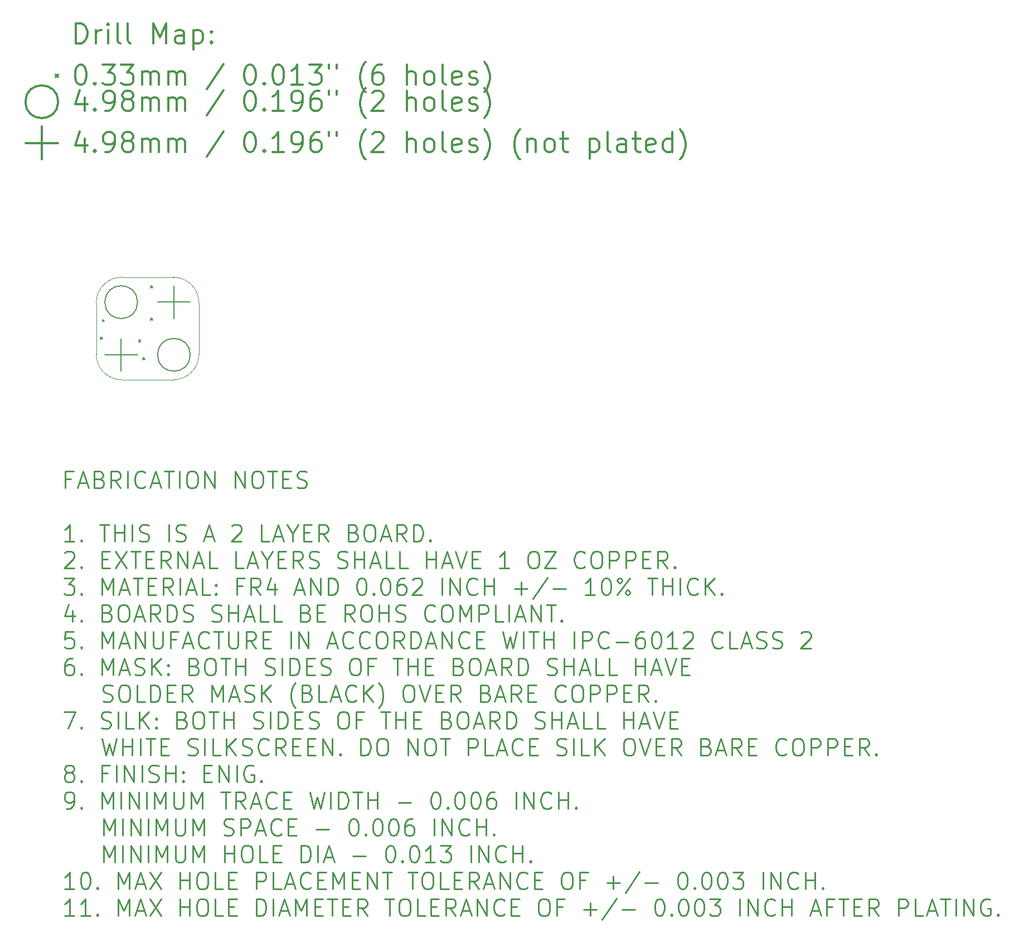
<source format=gbr>
G04 This is an RS-274x file exported by *
G04 gerbv version 2.6.0 *
G04 More information is available about gerbv at *
G04 http://gerbv.gpleda.org/ *
G04 --End of header info--*
%MOIN*%
%FSLAX34Y34*%
%IPPOS*%
G04 --Define apertures--*
%ADD10C,0.0050*%
%ADD11C,0.0079*%
%ADD12C,0.0118*%
%ADD13C,0.0138*%
%ADD14C,0.0016*%
%ADD15C,0.0100*%
G04 --Start main section--*
G54D11*
G01X0002523Y-019433D02*
G01X0002653Y-019563D01*
G01X0002653Y-019433D02*
G01X0002523Y-019563D01*
G01X0002641Y-018370D02*
G01X0002771Y-018500D01*
G01X0002771Y-018370D02*
G01X0002641Y-018500D01*
G01X0004807Y-019591D02*
G01X0004937Y-019721D01*
G01X0004937Y-019591D02*
G01X0004807Y-019721D01*
G01X0005043Y-020654D02*
G01X0005173Y-020784D01*
G01X0005173Y-020654D02*
G01X0005043Y-020784D01*
G01X0005515Y-016362D02*
G01X0005645Y-016492D01*
G01X0005645Y-016362D02*
G01X0005515Y-016492D01*
G01X0005515Y-018292D02*
G01X0005645Y-018422D01*
G01X0005645Y-018292D02*
G01X0005515Y-018422D01*
G01X0004750Y-017333D02*
G75*
G03X0004750Y-017333I-000980J0000000D01*
G01X0007899Y-020483D02*
G75*
G03X0007899Y-020483I-000980J0000000D01*
G01X0003769Y-019502D02*
G01X0003769Y-021463D01*
G01X0002789Y-020483D02*
G01X0004750Y-020483D01*
G01X0006919Y-016353D02*
G01X0006919Y-018313D01*
G01X0005939Y-017333D02*
G01X0007899Y-017333D01*
G54D12*
G01X0001069Y-001834D02*
G01X0001069Y-000652D01*
G01X0001069Y-000652D02*
G01X0001350Y-000652D01*
G01X0001350Y-000652D02*
G01X0001519Y-000709D01*
G01X0001519Y-000709D02*
G01X0001631Y-000821D01*
G01X0001631Y-000821D02*
G01X0001687Y-000934D01*
G01X0001687Y-000934D02*
G01X0001744Y-001159D01*
G01X0001744Y-001159D02*
G01X0001744Y-001327D01*
G01X0001744Y-001327D02*
G01X0001687Y-001552D01*
G01X0001687Y-001552D02*
G01X0001631Y-001665D01*
G01X0001631Y-001665D02*
G01X0001519Y-001777D01*
G01X0001519Y-001777D02*
G01X0001350Y-001834D01*
G01X0001350Y-001834D02*
G01X0001069Y-001834D01*
G01X0002250Y-001834D02*
G01X0002250Y-001046D01*
G01X0002250Y-001271D02*
G01X0002306Y-001159D01*
G01X0002306Y-001159D02*
G01X0002362Y-001102D01*
G01X0002362Y-001102D02*
G01X0002475Y-001046D01*
G01X0002475Y-001046D02*
G01X0002587Y-001046D01*
G01X0002981Y-001834D02*
G01X0002981Y-001046D01*
G01X0002981Y-000652D02*
G01X0002925Y-000709D01*
G01X0002925Y-000709D02*
G01X0002981Y-000765D01*
G01X0002981Y-000765D02*
G01X0003037Y-000709D01*
G01X0003037Y-000709D02*
G01X0002981Y-000652D01*
G01X0002981Y-000652D02*
G01X0002981Y-000765D01*
G01X0003712Y-001834D02*
G01X0003600Y-001777D01*
G01X0003600Y-001777D02*
G01X0003543Y-001665D01*
G01X0003543Y-001665D02*
G01X0003543Y-000652D01*
G01X0004331Y-001834D02*
G01X0004218Y-001777D01*
G01X0004218Y-001777D02*
G01X0004162Y-001665D01*
G01X0004162Y-001665D02*
G01X0004162Y-000652D01*
G01X0005681Y-001834D02*
G01X0005681Y-000652D01*
G01X0005681Y-000652D02*
G01X0006074Y-001496D01*
G01X0006074Y-001496D02*
G01X0006468Y-000652D01*
G01X0006468Y-000652D02*
G01X0006468Y-001834D01*
G01X0007537Y-001834D02*
G01X0007537Y-001215D01*
G01X0007537Y-001215D02*
G01X0007480Y-001102D01*
G01X0007480Y-001102D02*
G01X0007368Y-001046D01*
G01X0007368Y-001046D02*
G01X0007143Y-001046D01*
G01X0007143Y-001046D02*
G01X0007030Y-001102D01*
G01X0007537Y-001777D02*
G01X0007424Y-001834D01*
G01X0007424Y-001834D02*
G01X0007143Y-001834D01*
G01X0007143Y-001834D02*
G01X0007030Y-001777D01*
G01X0007030Y-001777D02*
G01X0006974Y-001665D01*
G01X0006974Y-001665D02*
G01X0006974Y-001552D01*
G01X0006974Y-001552D02*
G01X0007030Y-001440D01*
G01X0007030Y-001440D02*
G01X0007143Y-001384D01*
G01X0007143Y-001384D02*
G01X0007424Y-001384D01*
G01X0007424Y-001384D02*
G01X0007537Y-001327D01*
G01X0008099Y-001046D02*
G01X0008099Y-002227D01*
G01X0008099Y-001102D02*
G01X0008211Y-001046D01*
G01X0008211Y-001046D02*
G01X0008436Y-001046D01*
G01X0008436Y-001046D02*
G01X0008549Y-001102D01*
G01X0008549Y-001102D02*
G01X0008605Y-001159D01*
G01X0008605Y-001159D02*
G01X0008661Y-001271D01*
G01X0008661Y-001271D02*
G01X0008661Y-001609D01*
G01X0008661Y-001609D02*
G01X0008605Y-001721D01*
G01X0008605Y-001721D02*
G01X0008549Y-001777D01*
G01X0008549Y-001777D02*
G01X0008436Y-001834D01*
G01X0008436Y-001834D02*
G01X0008211Y-001834D01*
G01X0008211Y-001834D02*
G01X0008099Y-001777D01*
G01X0009168Y-001721D02*
G01X0009224Y-001777D01*
G01X0009224Y-001777D02*
G01X0009168Y-001834D01*
G01X0009168Y-001834D02*
G01X0009111Y-001777D01*
G01X0009111Y-001777D02*
G01X0009168Y-001721D01*
G01X0009168Y-001721D02*
G01X0009168Y-001834D01*
G01X0009168Y-001102D02*
G01X0009224Y-001159D01*
G01X0009224Y-001159D02*
G01X0009168Y-001215D01*
G01X0009168Y-001215D02*
G01X0009111Y-001159D01*
G01X0009111Y-001159D02*
G01X0009168Y-001102D01*
G01X0009168Y-001102D02*
G01X0009168Y-001215D01*
G01X-000130Y-003715D02*
G01X0000000Y-003845D01*
G01X0000000Y-003715D02*
G01X-000130Y-003845D01*
G01X0001294Y-003133D02*
G01X0001406Y-003133D01*
G01X0001406Y-003133D02*
G01X0001519Y-003189D01*
G01X0001519Y-003189D02*
G01X0001575Y-003245D01*
G01X0001575Y-003245D02*
G01X0001631Y-003358D01*
G01X0001631Y-003358D02*
G01X0001687Y-003583D01*
G01X0001687Y-003583D02*
G01X0001687Y-003864D01*
G01X0001687Y-003864D02*
G01X0001631Y-004089D01*
G01X0001631Y-004089D02*
G01X0001575Y-004201D01*
G01X0001575Y-004201D02*
G01X0001519Y-004258D01*
G01X0001519Y-004258D02*
G01X0001406Y-004314D01*
G01X0001406Y-004314D02*
G01X0001294Y-004314D01*
G01X0001294Y-004314D02*
G01X0001181Y-004258D01*
G01X0001181Y-004258D02*
G01X0001125Y-004201D01*
G01X0001125Y-004201D02*
G01X0001069Y-004089D01*
G01X0001069Y-004089D02*
G01X0001012Y-003864D01*
G01X0001012Y-003864D02*
G01X0001012Y-003583D01*
G01X0001012Y-003583D02*
G01X0001069Y-003358D01*
G01X0001069Y-003358D02*
G01X0001125Y-003245D01*
G01X0001125Y-003245D02*
G01X0001181Y-003189D01*
G01X0001181Y-003189D02*
G01X0001294Y-003133D01*
G01X0002193Y-004201D02*
G01X0002250Y-004258D01*
G01X0002250Y-004258D02*
G01X0002193Y-004314D01*
G01X0002193Y-004314D02*
G01X0002137Y-004258D01*
G01X0002137Y-004258D02*
G01X0002193Y-004201D01*
G01X0002193Y-004201D02*
G01X0002193Y-004314D01*
G01X0002643Y-003133D02*
G01X0003375Y-003133D01*
G01X0003375Y-003133D02*
G01X0002981Y-003583D01*
G01X0002981Y-003583D02*
G01X0003150Y-003583D01*
G01X0003150Y-003583D02*
G01X0003262Y-003639D01*
G01X0003262Y-003639D02*
G01X0003318Y-003695D01*
G01X0003318Y-003695D02*
G01X0003375Y-003808D01*
G01X0003375Y-003808D02*
G01X0003375Y-004089D01*
G01X0003375Y-004089D02*
G01X0003318Y-004201D01*
G01X0003318Y-004201D02*
G01X0003262Y-004258D01*
G01X0003262Y-004258D02*
G01X0003150Y-004314D01*
G01X0003150Y-004314D02*
G01X0002812Y-004314D01*
G01X0002812Y-004314D02*
G01X0002700Y-004258D01*
G01X0002700Y-004258D02*
G01X0002643Y-004201D01*
G01X0003768Y-003133D02*
G01X0004499Y-003133D01*
G01X0004499Y-003133D02*
G01X0004106Y-003583D01*
G01X0004106Y-003583D02*
G01X0004274Y-003583D01*
G01X0004274Y-003583D02*
G01X0004387Y-003639D01*
G01X0004387Y-003639D02*
G01X0004443Y-003695D01*
G01X0004443Y-003695D02*
G01X0004499Y-003808D01*
G01X0004499Y-003808D02*
G01X0004499Y-004089D01*
G01X0004499Y-004089D02*
G01X0004443Y-004201D01*
G01X0004443Y-004201D02*
G01X0004387Y-004258D01*
G01X0004387Y-004258D02*
G01X0004274Y-004314D01*
G01X0004274Y-004314D02*
G01X0003937Y-004314D01*
G01X0003937Y-004314D02*
G01X0003825Y-004258D01*
G01X0003825Y-004258D02*
G01X0003768Y-004201D01*
G01X0005006Y-004314D02*
G01X0005006Y-003526D01*
G01X0005006Y-003639D02*
G01X0005062Y-003583D01*
G01X0005062Y-003583D02*
G01X0005174Y-003526D01*
G01X0005174Y-003526D02*
G01X0005343Y-003526D01*
G01X0005343Y-003526D02*
G01X0005456Y-003583D01*
G01X0005456Y-003583D02*
G01X0005512Y-003695D01*
G01X0005512Y-003695D02*
G01X0005512Y-004314D01*
G01X0005512Y-003695D02*
G01X0005568Y-003583D01*
G01X0005568Y-003583D02*
G01X0005681Y-003526D01*
G01X0005681Y-003526D02*
G01X0005849Y-003526D01*
G01X0005849Y-003526D02*
G01X0005962Y-003583D01*
G01X0005962Y-003583D02*
G01X0006018Y-003695D01*
G01X0006018Y-003695D02*
G01X0006018Y-004314D01*
G01X0006580Y-004314D02*
G01X0006580Y-003526D01*
G01X0006580Y-003639D02*
G01X0006637Y-003583D01*
G01X0006637Y-003583D02*
G01X0006749Y-003526D01*
G01X0006749Y-003526D02*
G01X0006918Y-003526D01*
G01X0006918Y-003526D02*
G01X0007030Y-003583D01*
G01X0007030Y-003583D02*
G01X0007087Y-003695D01*
G01X0007087Y-003695D02*
G01X0007087Y-004314D01*
G01X0007087Y-003695D02*
G01X0007143Y-003583D01*
G01X0007143Y-003583D02*
G01X0007255Y-003526D01*
G01X0007255Y-003526D02*
G01X0007424Y-003526D01*
G01X0007424Y-003526D02*
G01X0007537Y-003583D01*
G01X0007537Y-003583D02*
G01X0007593Y-003695D01*
G01X0007593Y-003695D02*
G01X0007593Y-004314D01*
G01X0009899Y-003076D02*
G01X0008886Y-004595D01*
G01X0011417Y-003133D02*
G01X0011530Y-003133D01*
G01X0011530Y-003133D02*
G01X0011642Y-003189D01*
G01X0011642Y-003189D02*
G01X0011699Y-003245D01*
G01X0011699Y-003245D02*
G01X0011755Y-003358D01*
G01X0011755Y-003358D02*
G01X0011811Y-003583D01*
G01X0011811Y-003583D02*
G01X0011811Y-003864D01*
G01X0011811Y-003864D02*
G01X0011755Y-004089D01*
G01X0011755Y-004089D02*
G01X0011699Y-004201D01*
G01X0011699Y-004201D02*
G01X0011642Y-004258D01*
G01X0011642Y-004258D02*
G01X0011530Y-004314D01*
G01X0011530Y-004314D02*
G01X0011417Y-004314D01*
G01X0011417Y-004314D02*
G01X0011305Y-004258D01*
G01X0011305Y-004258D02*
G01X0011249Y-004201D01*
G01X0011249Y-004201D02*
G01X0011192Y-004089D01*
G01X0011192Y-004089D02*
G01X0011136Y-003864D01*
G01X0011136Y-003864D02*
G01X0011136Y-003583D01*
G01X0011136Y-003583D02*
G01X0011192Y-003358D01*
G01X0011192Y-003358D02*
G01X0011249Y-003245D01*
G01X0011249Y-003245D02*
G01X0011305Y-003189D01*
G01X0011305Y-003189D02*
G01X0011417Y-003133D01*
G01X0012317Y-004201D02*
G01X0012373Y-004258D01*
G01X0012373Y-004258D02*
G01X0012317Y-004314D01*
G01X0012317Y-004314D02*
G01X0012261Y-004258D01*
G01X0012261Y-004258D02*
G01X0012317Y-004201D01*
G01X0012317Y-004201D02*
G01X0012317Y-004314D01*
G01X0013105Y-003133D02*
G01X0013217Y-003133D01*
G01X0013217Y-003133D02*
G01X0013330Y-003189D01*
G01X0013330Y-003189D02*
G01X0013386Y-003245D01*
G01X0013386Y-003245D02*
G01X0013442Y-003358D01*
G01X0013442Y-003358D02*
G01X0013498Y-003583D01*
G01X0013498Y-003583D02*
G01X0013498Y-003864D01*
G01X0013498Y-003864D02*
G01X0013442Y-004089D01*
G01X0013442Y-004089D02*
G01X0013386Y-004201D01*
G01X0013386Y-004201D02*
G01X0013330Y-004258D01*
G01X0013330Y-004258D02*
G01X0013217Y-004314D01*
G01X0013217Y-004314D02*
G01X0013105Y-004314D01*
G01X0013105Y-004314D02*
G01X0012992Y-004258D01*
G01X0012992Y-004258D02*
G01X0012936Y-004201D01*
G01X0012936Y-004201D02*
G01X0012880Y-004089D01*
G01X0012880Y-004089D02*
G01X0012823Y-003864D01*
G01X0012823Y-003864D02*
G01X0012823Y-003583D01*
G01X0012823Y-003583D02*
G01X0012880Y-003358D01*
G01X0012880Y-003358D02*
G01X0012936Y-003245D01*
G01X0012936Y-003245D02*
G01X0012992Y-003189D01*
G01X0012992Y-003189D02*
G01X0013105Y-003133D01*
G01X0014623Y-004314D02*
G01X0013948Y-004314D01*
G01X0014286Y-004314D02*
G01X0014286Y-003133D01*
G01X0014286Y-003133D02*
G01X0014173Y-003301D01*
G01X0014173Y-003301D02*
G01X0014061Y-003414D01*
G01X0014061Y-003414D02*
G01X0013948Y-003470D01*
G01X0015017Y-003133D02*
G01X0015748Y-003133D01*
G01X0015748Y-003133D02*
G01X0015354Y-003583D01*
G01X0015354Y-003583D02*
G01X0015523Y-003583D01*
G01X0015523Y-003583D02*
G01X0015636Y-003639D01*
G01X0015636Y-003639D02*
G01X0015692Y-003695D01*
G01X0015692Y-003695D02*
G01X0015748Y-003808D01*
G01X0015748Y-003808D02*
G01X0015748Y-004089D01*
G01X0015748Y-004089D02*
G01X0015692Y-004201D01*
G01X0015692Y-004201D02*
G01X0015636Y-004258D01*
G01X0015636Y-004258D02*
G01X0015523Y-004314D01*
G01X0015523Y-004314D02*
G01X0015186Y-004314D01*
G01X0015186Y-004314D02*
G01X0015073Y-004258D01*
G01X0015073Y-004258D02*
G01X0015017Y-004201D01*
G01X0016198Y-003133D02*
G01X0016198Y-003358D01*
G01X0016648Y-003133D02*
G01X0016648Y-003358D01*
G01X0018391Y-004764D02*
G01X0018335Y-004708D01*
G01X0018335Y-004708D02*
G01X0018223Y-004539D01*
G01X0018223Y-004539D02*
G01X0018166Y-004426D01*
G01X0018166Y-004426D02*
G01X0018110Y-004258D01*
G01X0018110Y-004258D02*
G01X0018054Y-003976D01*
G01X0018054Y-003976D02*
G01X0018054Y-003751D01*
G01X0018054Y-003751D02*
G01X0018110Y-003470D01*
G01X0018110Y-003470D02*
G01X0018166Y-003301D01*
G01X0018166Y-003301D02*
G01X0018223Y-003189D01*
G01X0018223Y-003189D02*
G01X0018335Y-003020D01*
G01X0018335Y-003020D02*
G01X0018391Y-002964D01*
G01X0019348Y-003133D02*
G01X0019123Y-003133D01*
G01X0019123Y-003133D02*
G01X0019010Y-003189D01*
G01X0019010Y-003189D02*
G01X0018954Y-003245D01*
G01X0018954Y-003245D02*
G01X0018841Y-003414D01*
G01X0018841Y-003414D02*
G01X0018785Y-003639D01*
G01X0018785Y-003639D02*
G01X0018785Y-004089D01*
G01X0018785Y-004089D02*
G01X0018841Y-004201D01*
G01X0018841Y-004201D02*
G01X0018898Y-004258D01*
G01X0018898Y-004258D02*
G01X0019010Y-004314D01*
G01X0019010Y-004314D02*
G01X0019235Y-004314D01*
G01X0019235Y-004314D02*
G01X0019348Y-004258D01*
G01X0019348Y-004258D02*
G01X0019404Y-004201D01*
G01X0019404Y-004201D02*
G01X0019460Y-004089D01*
G01X0019460Y-004089D02*
G01X0019460Y-003808D01*
G01X0019460Y-003808D02*
G01X0019404Y-003695D01*
G01X0019404Y-003695D02*
G01X0019348Y-003639D01*
G01X0019348Y-003639D02*
G01X0019235Y-003583D01*
G01X0019235Y-003583D02*
G01X0019010Y-003583D01*
G01X0019010Y-003583D02*
G01X0018898Y-003639D01*
G01X0018898Y-003639D02*
G01X0018841Y-003695D01*
G01X0018841Y-003695D02*
G01X0018785Y-003808D01*
G01X0020866Y-004314D02*
G01X0020866Y-003133D01*
G01X0021372Y-004314D02*
G01X0021372Y-003695D01*
G01X0021372Y-003695D02*
G01X0021316Y-003583D01*
G01X0021316Y-003583D02*
G01X0021204Y-003526D01*
G01X0021204Y-003526D02*
G01X0021035Y-003526D01*
G01X0021035Y-003526D02*
G01X0020922Y-003583D01*
G01X0020922Y-003583D02*
G01X0020866Y-003639D01*
G01X0022103Y-004314D02*
G01X0021991Y-004258D01*
G01X0021991Y-004258D02*
G01X0021935Y-004201D01*
G01X0021935Y-004201D02*
G01X0021879Y-004089D01*
G01X0021879Y-004089D02*
G01X0021879Y-003751D01*
G01X0021879Y-003751D02*
G01X0021935Y-003639D01*
G01X0021935Y-003639D02*
G01X0021991Y-003583D01*
G01X0021991Y-003583D02*
G01X0022103Y-003526D01*
G01X0022103Y-003526D02*
G01X0022272Y-003526D01*
G01X0022272Y-003526D02*
G01X0022385Y-003583D01*
G01X0022385Y-003583D02*
G01X0022441Y-003639D01*
G01X0022441Y-003639D02*
G01X0022497Y-003751D01*
G01X0022497Y-003751D02*
G01X0022497Y-004089D01*
G01X0022497Y-004089D02*
G01X0022441Y-004201D01*
G01X0022441Y-004201D02*
G01X0022385Y-004258D01*
G01X0022385Y-004258D02*
G01X0022272Y-004314D01*
G01X0022272Y-004314D02*
G01X0022103Y-004314D01*
G01X0023172Y-004314D02*
G01X0023060Y-004258D01*
G01X0023060Y-004258D02*
G01X0023003Y-004145D01*
G01X0023003Y-004145D02*
G01X0023003Y-003133D01*
G01X0024072Y-004258D02*
G01X0023960Y-004314D01*
G01X0023960Y-004314D02*
G01X0023735Y-004314D01*
G01X0023735Y-004314D02*
G01X0023622Y-004258D01*
G01X0023622Y-004258D02*
G01X0023566Y-004145D01*
G01X0023566Y-004145D02*
G01X0023566Y-003695D01*
G01X0023566Y-003695D02*
G01X0023622Y-003583D01*
G01X0023622Y-003583D02*
G01X0023735Y-003526D01*
G01X0023735Y-003526D02*
G01X0023960Y-003526D01*
G01X0023960Y-003526D02*
G01X0024072Y-003583D01*
G01X0024072Y-003583D02*
G01X0024128Y-003695D01*
G01X0024128Y-003695D02*
G01X0024128Y-003808D01*
G01X0024128Y-003808D02*
G01X0023566Y-003920D01*
G01X0024578Y-004258D02*
G01X0024691Y-004314D01*
G01X0024691Y-004314D02*
G01X0024916Y-004314D01*
G01X0024916Y-004314D02*
G01X0025028Y-004258D01*
G01X0025028Y-004258D02*
G01X0025084Y-004145D01*
G01X0025084Y-004145D02*
G01X0025084Y-004089D01*
G01X0025084Y-004089D02*
G01X0025028Y-003976D01*
G01X0025028Y-003976D02*
G01X0024916Y-003920D01*
G01X0024916Y-003920D02*
G01X0024747Y-003920D01*
G01X0024747Y-003920D02*
G01X0024634Y-003864D01*
G01X0024634Y-003864D02*
G01X0024578Y-003751D01*
G01X0024578Y-003751D02*
G01X0024578Y-003695D01*
G01X0024578Y-003695D02*
G01X0024634Y-003583D01*
G01X0024634Y-003583D02*
G01X0024747Y-003526D01*
G01X0024747Y-003526D02*
G01X0024916Y-003526D01*
G01X0024916Y-003526D02*
G01X0025028Y-003583D01*
G01X0025478Y-004764D02*
G01X0025534Y-004708D01*
G01X0025534Y-004708D02*
G01X0025647Y-004539D01*
G01X0025647Y-004539D02*
G01X0025703Y-004426D01*
G01X0025703Y-004426D02*
G01X0025759Y-004258D01*
G01X0025759Y-004258D02*
G01X0025816Y-003976D01*
G01X0025816Y-003976D02*
G01X0025816Y-003751D01*
G01X0025816Y-003751D02*
G01X0025759Y-003470D01*
G01X0025759Y-003470D02*
G01X0025703Y-003301D01*
G01X0025703Y-003301D02*
G01X0025647Y-003189D01*
G01X0025647Y-003189D02*
G01X0025534Y-003020D01*
G01X0025534Y-003020D02*
G01X0025478Y-002964D01*
G01X0000000Y-005339D02*
G75*
G03X0000000Y-005339I-000980J0000000D01*
G01X0001575Y-005085D02*
G01X0001575Y-005873D01*
G01X0001294Y-004636D02*
G01X0001012Y-005479D01*
G01X0001012Y-005479D02*
G01X0001744Y-005479D01*
G01X0002193Y-005760D02*
G01X0002250Y-005817D01*
G01X0002250Y-005817D02*
G01X0002193Y-005873D01*
G01X0002193Y-005873D02*
G01X0002137Y-005817D01*
G01X0002137Y-005817D02*
G01X0002193Y-005760D01*
G01X0002193Y-005760D02*
G01X0002193Y-005873D01*
G01X0002812Y-005873D02*
G01X0003037Y-005873D01*
G01X0003037Y-005873D02*
G01X0003150Y-005817D01*
G01X0003150Y-005817D02*
G01X0003206Y-005760D01*
G01X0003206Y-005760D02*
G01X0003318Y-005592D01*
G01X0003318Y-005592D02*
G01X0003375Y-005367D01*
G01X0003375Y-005367D02*
G01X0003375Y-004917D01*
G01X0003375Y-004917D02*
G01X0003318Y-004804D01*
G01X0003318Y-004804D02*
G01X0003262Y-004748D01*
G01X0003262Y-004748D02*
G01X0003150Y-004692D01*
G01X0003150Y-004692D02*
G01X0002925Y-004692D01*
G01X0002925Y-004692D02*
G01X0002812Y-004748D01*
G01X0002812Y-004748D02*
G01X0002756Y-004804D01*
G01X0002756Y-004804D02*
G01X0002700Y-004917D01*
G01X0002700Y-004917D02*
G01X0002700Y-005198D01*
G01X0002700Y-005198D02*
G01X0002756Y-005310D01*
G01X0002756Y-005310D02*
G01X0002812Y-005367D01*
G01X0002812Y-005367D02*
G01X0002925Y-005423D01*
G01X0002925Y-005423D02*
G01X0003150Y-005423D01*
G01X0003150Y-005423D02*
G01X0003262Y-005367D01*
G01X0003262Y-005367D02*
G01X0003318Y-005310D01*
G01X0003318Y-005310D02*
G01X0003375Y-005198D01*
G01X0004049Y-005198D02*
G01X0003937Y-005142D01*
G01X0003937Y-005142D02*
G01X0003881Y-005085D01*
G01X0003881Y-005085D02*
G01X0003825Y-004973D01*
G01X0003825Y-004973D02*
G01X0003825Y-004917D01*
G01X0003825Y-004917D02*
G01X0003881Y-004804D01*
G01X0003881Y-004804D02*
G01X0003937Y-004748D01*
G01X0003937Y-004748D02*
G01X0004049Y-004692D01*
G01X0004049Y-004692D02*
G01X0004274Y-004692D01*
G01X0004274Y-004692D02*
G01X0004387Y-004748D01*
G01X0004387Y-004748D02*
G01X0004443Y-004804D01*
G01X0004443Y-004804D02*
G01X0004499Y-004917D01*
G01X0004499Y-004917D02*
G01X0004499Y-004973D01*
G01X0004499Y-004973D02*
G01X0004443Y-005085D01*
G01X0004443Y-005085D02*
G01X0004387Y-005142D01*
G01X0004387Y-005142D02*
G01X0004274Y-005198D01*
G01X0004274Y-005198D02*
G01X0004049Y-005198D01*
G01X0004049Y-005198D02*
G01X0003937Y-005254D01*
G01X0003937Y-005254D02*
G01X0003881Y-005310D01*
G01X0003881Y-005310D02*
G01X0003825Y-005423D01*
G01X0003825Y-005423D02*
G01X0003825Y-005648D01*
G01X0003825Y-005648D02*
G01X0003881Y-005760D01*
G01X0003881Y-005760D02*
G01X0003937Y-005817D01*
G01X0003937Y-005817D02*
G01X0004049Y-005873D01*
G01X0004049Y-005873D02*
G01X0004274Y-005873D01*
G01X0004274Y-005873D02*
G01X0004387Y-005817D01*
G01X0004387Y-005817D02*
G01X0004443Y-005760D01*
G01X0004443Y-005760D02*
G01X0004499Y-005648D01*
G01X0004499Y-005648D02*
G01X0004499Y-005423D01*
G01X0004499Y-005423D02*
G01X0004443Y-005310D01*
G01X0004443Y-005310D02*
G01X0004387Y-005254D01*
G01X0004387Y-005254D02*
G01X0004274Y-005198D01*
G01X0005006Y-005873D02*
G01X0005006Y-005085D01*
G01X0005006Y-005198D02*
G01X0005062Y-005142D01*
G01X0005062Y-005142D02*
G01X0005174Y-005085D01*
G01X0005174Y-005085D02*
G01X0005343Y-005085D01*
G01X0005343Y-005085D02*
G01X0005456Y-005142D01*
G01X0005456Y-005142D02*
G01X0005512Y-005254D01*
G01X0005512Y-005254D02*
G01X0005512Y-005873D01*
G01X0005512Y-005254D02*
G01X0005568Y-005142D01*
G01X0005568Y-005142D02*
G01X0005681Y-005085D01*
G01X0005681Y-005085D02*
G01X0005849Y-005085D01*
G01X0005849Y-005085D02*
G01X0005962Y-005142D01*
G01X0005962Y-005142D02*
G01X0006018Y-005254D01*
G01X0006018Y-005254D02*
G01X0006018Y-005873D01*
G01X0006580Y-005873D02*
G01X0006580Y-005085D01*
G01X0006580Y-005198D02*
G01X0006637Y-005142D01*
G01X0006637Y-005142D02*
G01X0006749Y-005085D01*
G01X0006749Y-005085D02*
G01X0006918Y-005085D01*
G01X0006918Y-005085D02*
G01X0007030Y-005142D01*
G01X0007030Y-005142D02*
G01X0007087Y-005254D01*
G01X0007087Y-005254D02*
G01X0007087Y-005873D01*
G01X0007087Y-005254D02*
G01X0007143Y-005142D01*
G01X0007143Y-005142D02*
G01X0007255Y-005085D01*
G01X0007255Y-005085D02*
G01X0007424Y-005085D01*
G01X0007424Y-005085D02*
G01X0007537Y-005142D01*
G01X0007537Y-005142D02*
G01X0007593Y-005254D01*
G01X0007593Y-005254D02*
G01X0007593Y-005873D01*
G01X0009899Y-004636D02*
G01X0008886Y-006154D01*
G01X0011417Y-004692D02*
G01X0011530Y-004692D01*
G01X0011530Y-004692D02*
G01X0011642Y-004748D01*
G01X0011642Y-004748D02*
G01X0011699Y-004804D01*
G01X0011699Y-004804D02*
G01X0011755Y-004917D01*
G01X0011755Y-004917D02*
G01X0011811Y-005142D01*
G01X0011811Y-005142D02*
G01X0011811Y-005423D01*
G01X0011811Y-005423D02*
G01X0011755Y-005648D01*
G01X0011755Y-005648D02*
G01X0011699Y-005760D01*
G01X0011699Y-005760D02*
G01X0011642Y-005817D01*
G01X0011642Y-005817D02*
G01X0011530Y-005873D01*
G01X0011530Y-005873D02*
G01X0011417Y-005873D01*
G01X0011417Y-005873D02*
G01X0011305Y-005817D01*
G01X0011305Y-005817D02*
G01X0011249Y-005760D01*
G01X0011249Y-005760D02*
G01X0011192Y-005648D01*
G01X0011192Y-005648D02*
G01X0011136Y-005423D01*
G01X0011136Y-005423D02*
G01X0011136Y-005142D01*
G01X0011136Y-005142D02*
G01X0011192Y-004917D01*
G01X0011192Y-004917D02*
G01X0011249Y-004804D01*
G01X0011249Y-004804D02*
G01X0011305Y-004748D01*
G01X0011305Y-004748D02*
G01X0011417Y-004692D01*
G01X0012317Y-005760D02*
G01X0012373Y-005817D01*
G01X0012373Y-005817D02*
G01X0012317Y-005873D01*
G01X0012317Y-005873D02*
G01X0012261Y-005817D01*
G01X0012261Y-005817D02*
G01X0012317Y-005760D01*
G01X0012317Y-005760D02*
G01X0012317Y-005873D01*
G01X0013498Y-005873D02*
G01X0012823Y-005873D01*
G01X0013161Y-005873D02*
G01X0013161Y-004692D01*
G01X0013161Y-004692D02*
G01X0013048Y-004861D01*
G01X0013048Y-004861D02*
G01X0012936Y-004973D01*
G01X0012936Y-004973D02*
G01X0012823Y-005029D01*
G01X0014061Y-005873D02*
G01X0014286Y-005873D01*
G01X0014286Y-005873D02*
G01X0014398Y-005817D01*
G01X0014398Y-005817D02*
G01X0014454Y-005760D01*
G01X0014454Y-005760D02*
G01X0014567Y-005592D01*
G01X0014567Y-005592D02*
G01X0014623Y-005367D01*
G01X0014623Y-005367D02*
G01X0014623Y-004917D01*
G01X0014623Y-004917D02*
G01X0014567Y-004804D01*
G01X0014567Y-004804D02*
G01X0014511Y-004748D01*
G01X0014511Y-004748D02*
G01X0014398Y-004692D01*
G01X0014398Y-004692D02*
G01X0014173Y-004692D01*
G01X0014173Y-004692D02*
G01X0014061Y-004748D01*
G01X0014061Y-004748D02*
G01X0014005Y-004804D01*
G01X0014005Y-004804D02*
G01X0013948Y-004917D01*
G01X0013948Y-004917D02*
G01X0013948Y-005198D01*
G01X0013948Y-005198D02*
G01X0014005Y-005310D01*
G01X0014005Y-005310D02*
G01X0014061Y-005367D01*
G01X0014061Y-005367D02*
G01X0014173Y-005423D01*
G01X0014173Y-005423D02*
G01X0014398Y-005423D01*
G01X0014398Y-005423D02*
G01X0014511Y-005367D01*
G01X0014511Y-005367D02*
G01X0014567Y-005310D01*
G01X0014567Y-005310D02*
G01X0014623Y-005198D01*
G01X0015636Y-004692D02*
G01X0015411Y-004692D01*
G01X0015411Y-004692D02*
G01X0015298Y-004748D01*
G01X0015298Y-004748D02*
G01X0015242Y-004804D01*
G01X0015242Y-004804D02*
G01X0015129Y-004973D01*
G01X0015129Y-004973D02*
G01X0015073Y-005198D01*
G01X0015073Y-005198D02*
G01X0015073Y-005648D01*
G01X0015073Y-005648D02*
G01X0015129Y-005760D01*
G01X0015129Y-005760D02*
G01X0015186Y-005817D01*
G01X0015186Y-005817D02*
G01X0015298Y-005873D01*
G01X0015298Y-005873D02*
G01X0015523Y-005873D01*
G01X0015523Y-005873D02*
G01X0015636Y-005817D01*
G01X0015636Y-005817D02*
G01X0015692Y-005760D01*
G01X0015692Y-005760D02*
G01X0015748Y-005648D01*
G01X0015748Y-005648D02*
G01X0015748Y-005367D01*
G01X0015748Y-005367D02*
G01X0015692Y-005254D01*
G01X0015692Y-005254D02*
G01X0015636Y-005198D01*
G01X0015636Y-005198D02*
G01X0015523Y-005142D01*
G01X0015523Y-005142D02*
G01X0015298Y-005142D01*
G01X0015298Y-005142D02*
G01X0015186Y-005198D01*
G01X0015186Y-005198D02*
G01X0015129Y-005254D01*
G01X0015129Y-005254D02*
G01X0015073Y-005367D01*
G01X0016198Y-004692D02*
G01X0016198Y-004917D01*
G01X0016648Y-004692D02*
G01X0016648Y-004917D01*
G01X0018391Y-006323D02*
G01X0018335Y-006267D01*
G01X0018335Y-006267D02*
G01X0018223Y-006098D01*
G01X0018223Y-006098D02*
G01X0018166Y-005985D01*
G01X0018166Y-005985D02*
G01X0018110Y-005817D01*
G01X0018110Y-005817D02*
G01X0018054Y-005535D01*
G01X0018054Y-005535D02*
G01X0018054Y-005310D01*
G01X0018054Y-005310D02*
G01X0018110Y-005029D01*
G01X0018110Y-005029D02*
G01X0018166Y-004861D01*
G01X0018166Y-004861D02*
G01X0018223Y-004748D01*
G01X0018223Y-004748D02*
G01X0018335Y-004579D01*
G01X0018335Y-004579D02*
G01X0018391Y-004523D01*
G01X0018785Y-004804D02*
G01X0018841Y-004748D01*
G01X0018841Y-004748D02*
G01X0018954Y-004692D01*
G01X0018954Y-004692D02*
G01X0019235Y-004692D01*
G01X0019235Y-004692D02*
G01X0019348Y-004748D01*
G01X0019348Y-004748D02*
G01X0019404Y-004804D01*
G01X0019404Y-004804D02*
G01X0019460Y-004917D01*
G01X0019460Y-004917D02*
G01X0019460Y-005029D01*
G01X0019460Y-005029D02*
G01X0019404Y-005198D01*
G01X0019404Y-005198D02*
G01X0018729Y-005873D01*
G01X0018729Y-005873D02*
G01X0019460Y-005873D01*
G01X0020866Y-005873D02*
G01X0020866Y-004692D01*
G01X0021372Y-005873D02*
G01X0021372Y-005254D01*
G01X0021372Y-005254D02*
G01X0021316Y-005142D01*
G01X0021316Y-005142D02*
G01X0021204Y-005085D01*
G01X0021204Y-005085D02*
G01X0021035Y-005085D01*
G01X0021035Y-005085D02*
G01X0020922Y-005142D01*
G01X0020922Y-005142D02*
G01X0020866Y-005198D01*
G01X0022103Y-005873D02*
G01X0021991Y-005817D01*
G01X0021991Y-005817D02*
G01X0021935Y-005760D01*
G01X0021935Y-005760D02*
G01X0021879Y-005648D01*
G01X0021879Y-005648D02*
G01X0021879Y-005310D01*
G01X0021879Y-005310D02*
G01X0021935Y-005198D01*
G01X0021935Y-005198D02*
G01X0021991Y-005142D01*
G01X0021991Y-005142D02*
G01X0022103Y-005085D01*
G01X0022103Y-005085D02*
G01X0022272Y-005085D01*
G01X0022272Y-005085D02*
G01X0022385Y-005142D01*
G01X0022385Y-005142D02*
G01X0022441Y-005198D01*
G01X0022441Y-005198D02*
G01X0022497Y-005310D01*
G01X0022497Y-005310D02*
G01X0022497Y-005648D01*
G01X0022497Y-005648D02*
G01X0022441Y-005760D01*
G01X0022441Y-005760D02*
G01X0022385Y-005817D01*
G01X0022385Y-005817D02*
G01X0022272Y-005873D01*
G01X0022272Y-005873D02*
G01X0022103Y-005873D01*
G01X0023172Y-005873D02*
G01X0023060Y-005817D01*
G01X0023060Y-005817D02*
G01X0023003Y-005704D01*
G01X0023003Y-005704D02*
G01X0023003Y-004692D01*
G01X0024072Y-005817D02*
G01X0023960Y-005873D01*
G01X0023960Y-005873D02*
G01X0023735Y-005873D01*
G01X0023735Y-005873D02*
G01X0023622Y-005817D01*
G01X0023622Y-005817D02*
G01X0023566Y-005704D01*
G01X0023566Y-005704D02*
G01X0023566Y-005254D01*
G01X0023566Y-005254D02*
G01X0023622Y-005142D01*
G01X0023622Y-005142D02*
G01X0023735Y-005085D01*
G01X0023735Y-005085D02*
G01X0023960Y-005085D01*
G01X0023960Y-005085D02*
G01X0024072Y-005142D01*
G01X0024072Y-005142D02*
G01X0024128Y-005254D01*
G01X0024128Y-005254D02*
G01X0024128Y-005367D01*
G01X0024128Y-005367D02*
G01X0023566Y-005479D01*
G01X0024578Y-005817D02*
G01X0024691Y-005873D01*
G01X0024691Y-005873D02*
G01X0024916Y-005873D01*
G01X0024916Y-005873D02*
G01X0025028Y-005817D01*
G01X0025028Y-005817D02*
G01X0025084Y-005704D01*
G01X0025084Y-005704D02*
G01X0025084Y-005648D01*
G01X0025084Y-005648D02*
G01X0025028Y-005535D01*
G01X0025028Y-005535D02*
G01X0024916Y-005479D01*
G01X0024916Y-005479D02*
G01X0024747Y-005479D01*
G01X0024747Y-005479D02*
G01X0024634Y-005423D01*
G01X0024634Y-005423D02*
G01X0024578Y-005310D01*
G01X0024578Y-005310D02*
G01X0024578Y-005254D01*
G01X0024578Y-005254D02*
G01X0024634Y-005142D01*
G01X0024634Y-005142D02*
G01X0024747Y-005085D01*
G01X0024747Y-005085D02*
G01X0024916Y-005085D01*
G01X0024916Y-005085D02*
G01X0025028Y-005142D01*
G01X0025478Y-006323D02*
G01X0025534Y-006267D01*
G01X0025534Y-006267D02*
G01X0025647Y-006098D01*
G01X0025647Y-006098D02*
G01X0025703Y-005985D01*
G01X0025703Y-005985D02*
G01X0025759Y-005817D01*
G01X0025759Y-005817D02*
G01X0025816Y-005535D01*
G01X0025816Y-005535D02*
G01X0025816Y-005310D01*
G01X0025816Y-005310D02*
G01X0025759Y-005029D01*
G01X0025759Y-005029D02*
G01X0025703Y-004861D01*
G01X0025703Y-004861D02*
G01X0025647Y-004748D01*
G01X0025647Y-004748D02*
G01X0025534Y-004579D01*
G01X0025534Y-004579D02*
G01X0025478Y-004523D01*
G01X-000980Y-006831D02*
G01X-000980Y-008791D01*
G01X-001961Y-007811D02*
G01X0000000Y-007811D01*
G01X0001575Y-007558D02*
G01X0001575Y-008345D01*
G01X0001294Y-007108D02*
G01X0001012Y-007952D01*
G01X0001012Y-007952D02*
G01X0001744Y-007952D01*
G01X0002193Y-008233D02*
G01X0002250Y-008289D01*
G01X0002250Y-008289D02*
G01X0002193Y-008345D01*
G01X0002193Y-008345D02*
G01X0002137Y-008289D01*
G01X0002137Y-008289D02*
G01X0002193Y-008233D01*
G01X0002193Y-008233D02*
G01X0002193Y-008345D01*
G01X0002812Y-008345D02*
G01X0003037Y-008345D01*
G01X0003037Y-008345D02*
G01X0003150Y-008289D01*
G01X0003150Y-008289D02*
G01X0003206Y-008233D01*
G01X0003206Y-008233D02*
G01X0003318Y-008064D01*
G01X0003318Y-008064D02*
G01X0003375Y-007839D01*
G01X0003375Y-007839D02*
G01X0003375Y-007389D01*
G01X0003375Y-007389D02*
G01X0003318Y-007277D01*
G01X0003318Y-007277D02*
G01X0003262Y-007220D01*
G01X0003262Y-007220D02*
G01X0003150Y-007164D01*
G01X0003150Y-007164D02*
G01X0002925Y-007164D01*
G01X0002925Y-007164D02*
G01X0002812Y-007220D01*
G01X0002812Y-007220D02*
G01X0002756Y-007277D01*
G01X0002756Y-007277D02*
G01X0002700Y-007389D01*
G01X0002700Y-007389D02*
G01X0002700Y-007670D01*
G01X0002700Y-007670D02*
G01X0002756Y-007783D01*
G01X0002756Y-007783D02*
G01X0002812Y-007839D01*
G01X0002812Y-007839D02*
G01X0002925Y-007895D01*
G01X0002925Y-007895D02*
G01X0003150Y-007895D01*
G01X0003150Y-007895D02*
G01X0003262Y-007839D01*
G01X0003262Y-007839D02*
G01X0003318Y-007783D01*
G01X0003318Y-007783D02*
G01X0003375Y-007670D01*
G01X0004049Y-007670D02*
G01X0003937Y-007614D01*
G01X0003937Y-007614D02*
G01X0003881Y-007558D01*
G01X0003881Y-007558D02*
G01X0003825Y-007445D01*
G01X0003825Y-007445D02*
G01X0003825Y-007389D01*
G01X0003825Y-007389D02*
G01X0003881Y-007277D01*
G01X0003881Y-007277D02*
G01X0003937Y-007220D01*
G01X0003937Y-007220D02*
G01X0004049Y-007164D01*
G01X0004049Y-007164D02*
G01X0004274Y-007164D01*
G01X0004274Y-007164D02*
G01X0004387Y-007220D01*
G01X0004387Y-007220D02*
G01X0004443Y-007277D01*
G01X0004443Y-007277D02*
G01X0004499Y-007389D01*
G01X0004499Y-007389D02*
G01X0004499Y-007445D01*
G01X0004499Y-007445D02*
G01X0004443Y-007558D01*
G01X0004443Y-007558D02*
G01X0004387Y-007614D01*
G01X0004387Y-007614D02*
G01X0004274Y-007670D01*
G01X0004274Y-007670D02*
G01X0004049Y-007670D01*
G01X0004049Y-007670D02*
G01X0003937Y-007727D01*
G01X0003937Y-007727D02*
G01X0003881Y-007783D01*
G01X0003881Y-007783D02*
G01X0003825Y-007895D01*
G01X0003825Y-007895D02*
G01X0003825Y-008120D01*
G01X0003825Y-008120D02*
G01X0003881Y-008233D01*
G01X0003881Y-008233D02*
G01X0003937Y-008289D01*
G01X0003937Y-008289D02*
G01X0004049Y-008345D01*
G01X0004049Y-008345D02*
G01X0004274Y-008345D01*
G01X0004274Y-008345D02*
G01X0004387Y-008289D01*
G01X0004387Y-008289D02*
G01X0004443Y-008233D01*
G01X0004443Y-008233D02*
G01X0004499Y-008120D01*
G01X0004499Y-008120D02*
G01X0004499Y-007895D01*
G01X0004499Y-007895D02*
G01X0004443Y-007783D01*
G01X0004443Y-007783D02*
G01X0004387Y-007727D01*
G01X0004387Y-007727D02*
G01X0004274Y-007670D01*
G01X0005006Y-008345D02*
G01X0005006Y-007558D01*
G01X0005006Y-007670D02*
G01X0005062Y-007614D01*
G01X0005062Y-007614D02*
G01X0005174Y-007558D01*
G01X0005174Y-007558D02*
G01X0005343Y-007558D01*
G01X0005343Y-007558D02*
G01X0005456Y-007614D01*
G01X0005456Y-007614D02*
G01X0005512Y-007727D01*
G01X0005512Y-007727D02*
G01X0005512Y-008345D01*
G01X0005512Y-007727D02*
G01X0005568Y-007614D01*
G01X0005568Y-007614D02*
G01X0005681Y-007558D01*
G01X0005681Y-007558D02*
G01X0005849Y-007558D01*
G01X0005849Y-007558D02*
G01X0005962Y-007614D01*
G01X0005962Y-007614D02*
G01X0006018Y-007727D01*
G01X0006018Y-007727D02*
G01X0006018Y-008345D01*
G01X0006580Y-008345D02*
G01X0006580Y-007558D01*
G01X0006580Y-007670D02*
G01X0006637Y-007614D01*
G01X0006637Y-007614D02*
G01X0006749Y-007558D01*
G01X0006749Y-007558D02*
G01X0006918Y-007558D01*
G01X0006918Y-007558D02*
G01X0007030Y-007614D01*
G01X0007030Y-007614D02*
G01X0007087Y-007727D01*
G01X0007087Y-007727D02*
G01X0007087Y-008345D01*
G01X0007087Y-007727D02*
G01X0007143Y-007614D01*
G01X0007143Y-007614D02*
G01X0007255Y-007558D01*
G01X0007255Y-007558D02*
G01X0007424Y-007558D01*
G01X0007424Y-007558D02*
G01X0007537Y-007614D01*
G01X0007537Y-007614D02*
G01X0007593Y-007727D01*
G01X0007593Y-007727D02*
G01X0007593Y-008345D01*
G01X0009899Y-007108D02*
G01X0008886Y-008627D01*
G01X0011417Y-007164D02*
G01X0011530Y-007164D01*
G01X0011530Y-007164D02*
G01X0011642Y-007220D01*
G01X0011642Y-007220D02*
G01X0011699Y-007277D01*
G01X0011699Y-007277D02*
G01X0011755Y-007389D01*
G01X0011755Y-007389D02*
G01X0011811Y-007614D01*
G01X0011811Y-007614D02*
G01X0011811Y-007895D01*
G01X0011811Y-007895D02*
G01X0011755Y-008120D01*
G01X0011755Y-008120D02*
G01X0011699Y-008233D01*
G01X0011699Y-008233D02*
G01X0011642Y-008289D01*
G01X0011642Y-008289D02*
G01X0011530Y-008345D01*
G01X0011530Y-008345D02*
G01X0011417Y-008345D01*
G01X0011417Y-008345D02*
G01X0011305Y-008289D01*
G01X0011305Y-008289D02*
G01X0011249Y-008233D01*
G01X0011249Y-008233D02*
G01X0011192Y-008120D01*
G01X0011192Y-008120D02*
G01X0011136Y-007895D01*
G01X0011136Y-007895D02*
G01X0011136Y-007614D01*
G01X0011136Y-007614D02*
G01X0011192Y-007389D01*
G01X0011192Y-007389D02*
G01X0011249Y-007277D01*
G01X0011249Y-007277D02*
G01X0011305Y-007220D01*
G01X0011305Y-007220D02*
G01X0011417Y-007164D01*
G01X0012317Y-008233D02*
G01X0012373Y-008289D01*
G01X0012373Y-008289D02*
G01X0012317Y-008345D01*
G01X0012317Y-008345D02*
G01X0012261Y-008289D01*
G01X0012261Y-008289D02*
G01X0012317Y-008233D01*
G01X0012317Y-008233D02*
G01X0012317Y-008345D01*
G01X0013498Y-008345D02*
G01X0012823Y-008345D01*
G01X0013161Y-008345D02*
G01X0013161Y-007164D01*
G01X0013161Y-007164D02*
G01X0013048Y-007333D01*
G01X0013048Y-007333D02*
G01X0012936Y-007445D01*
G01X0012936Y-007445D02*
G01X0012823Y-007502D01*
G01X0014061Y-008345D02*
G01X0014286Y-008345D01*
G01X0014286Y-008345D02*
G01X0014398Y-008289D01*
G01X0014398Y-008289D02*
G01X0014454Y-008233D01*
G01X0014454Y-008233D02*
G01X0014567Y-008064D01*
G01X0014567Y-008064D02*
G01X0014623Y-007839D01*
G01X0014623Y-007839D02*
G01X0014623Y-007389D01*
G01X0014623Y-007389D02*
G01X0014567Y-007277D01*
G01X0014567Y-007277D02*
G01X0014511Y-007220D01*
G01X0014511Y-007220D02*
G01X0014398Y-007164D01*
G01X0014398Y-007164D02*
G01X0014173Y-007164D01*
G01X0014173Y-007164D02*
G01X0014061Y-007220D01*
G01X0014061Y-007220D02*
G01X0014005Y-007277D01*
G01X0014005Y-007277D02*
G01X0013948Y-007389D01*
G01X0013948Y-007389D02*
G01X0013948Y-007670D01*
G01X0013948Y-007670D02*
G01X0014005Y-007783D01*
G01X0014005Y-007783D02*
G01X0014061Y-007839D01*
G01X0014061Y-007839D02*
G01X0014173Y-007895D01*
G01X0014173Y-007895D02*
G01X0014398Y-007895D01*
G01X0014398Y-007895D02*
G01X0014511Y-007839D01*
G01X0014511Y-007839D02*
G01X0014567Y-007783D01*
G01X0014567Y-007783D02*
G01X0014623Y-007670D01*
G01X0015636Y-007164D02*
G01X0015411Y-007164D01*
G01X0015411Y-007164D02*
G01X0015298Y-007220D01*
G01X0015298Y-007220D02*
G01X0015242Y-007277D01*
G01X0015242Y-007277D02*
G01X0015129Y-007445D01*
G01X0015129Y-007445D02*
G01X0015073Y-007670D01*
G01X0015073Y-007670D02*
G01X0015073Y-008120D01*
G01X0015073Y-008120D02*
G01X0015129Y-008233D01*
G01X0015129Y-008233D02*
G01X0015186Y-008289D01*
G01X0015186Y-008289D02*
G01X0015298Y-008345D01*
G01X0015298Y-008345D02*
G01X0015523Y-008345D01*
G01X0015523Y-008345D02*
G01X0015636Y-008289D01*
G01X0015636Y-008289D02*
G01X0015692Y-008233D01*
G01X0015692Y-008233D02*
G01X0015748Y-008120D01*
G01X0015748Y-008120D02*
G01X0015748Y-007839D01*
G01X0015748Y-007839D02*
G01X0015692Y-007727D01*
G01X0015692Y-007727D02*
G01X0015636Y-007670D01*
G01X0015636Y-007670D02*
G01X0015523Y-007614D01*
G01X0015523Y-007614D02*
G01X0015298Y-007614D01*
G01X0015298Y-007614D02*
G01X0015186Y-007670D01*
G01X0015186Y-007670D02*
G01X0015129Y-007727D01*
G01X0015129Y-007727D02*
G01X0015073Y-007839D01*
G01X0016198Y-007164D02*
G01X0016198Y-007389D01*
G01X0016648Y-007164D02*
G01X0016648Y-007389D01*
G01X0018391Y-008795D02*
G01X0018335Y-008739D01*
G01X0018335Y-008739D02*
G01X0018223Y-008570D01*
G01X0018223Y-008570D02*
G01X0018166Y-008458D01*
G01X0018166Y-008458D02*
G01X0018110Y-008289D01*
G01X0018110Y-008289D02*
G01X0018054Y-008008D01*
G01X0018054Y-008008D02*
G01X0018054Y-007783D01*
G01X0018054Y-007783D02*
G01X0018110Y-007502D01*
G01X0018110Y-007502D02*
G01X0018166Y-007333D01*
G01X0018166Y-007333D02*
G01X0018223Y-007220D01*
G01X0018223Y-007220D02*
G01X0018335Y-007052D01*
G01X0018335Y-007052D02*
G01X0018391Y-006995D01*
G01X0018785Y-007277D02*
G01X0018841Y-007220D01*
G01X0018841Y-007220D02*
G01X0018954Y-007164D01*
G01X0018954Y-007164D02*
G01X0019235Y-007164D01*
G01X0019235Y-007164D02*
G01X0019348Y-007220D01*
G01X0019348Y-007220D02*
G01X0019404Y-007277D01*
G01X0019404Y-007277D02*
G01X0019460Y-007389D01*
G01X0019460Y-007389D02*
G01X0019460Y-007502D01*
G01X0019460Y-007502D02*
G01X0019404Y-007670D01*
G01X0019404Y-007670D02*
G01X0018729Y-008345D01*
G01X0018729Y-008345D02*
G01X0019460Y-008345D01*
G01X0020866Y-008345D02*
G01X0020866Y-007164D01*
G01X0021372Y-008345D02*
G01X0021372Y-007727D01*
G01X0021372Y-007727D02*
G01X0021316Y-007614D01*
G01X0021316Y-007614D02*
G01X0021204Y-007558D01*
G01X0021204Y-007558D02*
G01X0021035Y-007558D01*
G01X0021035Y-007558D02*
G01X0020922Y-007614D01*
G01X0020922Y-007614D02*
G01X0020866Y-007670D01*
G01X0022103Y-008345D02*
G01X0021991Y-008289D01*
G01X0021991Y-008289D02*
G01X0021935Y-008233D01*
G01X0021935Y-008233D02*
G01X0021879Y-008120D01*
G01X0021879Y-008120D02*
G01X0021879Y-007783D01*
G01X0021879Y-007783D02*
G01X0021935Y-007670D01*
G01X0021935Y-007670D02*
G01X0021991Y-007614D01*
G01X0021991Y-007614D02*
G01X0022103Y-007558D01*
G01X0022103Y-007558D02*
G01X0022272Y-007558D01*
G01X0022272Y-007558D02*
G01X0022385Y-007614D01*
G01X0022385Y-007614D02*
G01X0022441Y-007670D01*
G01X0022441Y-007670D02*
G01X0022497Y-007783D01*
G01X0022497Y-007783D02*
G01X0022497Y-008120D01*
G01X0022497Y-008120D02*
G01X0022441Y-008233D01*
G01X0022441Y-008233D02*
G01X0022385Y-008289D01*
G01X0022385Y-008289D02*
G01X0022272Y-008345D01*
G01X0022272Y-008345D02*
G01X0022103Y-008345D01*
G01X0023172Y-008345D02*
G01X0023060Y-008289D01*
G01X0023060Y-008289D02*
G01X0023003Y-008177D01*
G01X0023003Y-008177D02*
G01X0023003Y-007164D01*
G01X0024072Y-008289D02*
G01X0023960Y-008345D01*
G01X0023960Y-008345D02*
G01X0023735Y-008345D01*
G01X0023735Y-008345D02*
G01X0023622Y-008289D01*
G01X0023622Y-008289D02*
G01X0023566Y-008177D01*
G01X0023566Y-008177D02*
G01X0023566Y-007727D01*
G01X0023566Y-007727D02*
G01X0023622Y-007614D01*
G01X0023622Y-007614D02*
G01X0023735Y-007558D01*
G01X0023735Y-007558D02*
G01X0023960Y-007558D01*
G01X0023960Y-007558D02*
G01X0024072Y-007614D01*
G01X0024072Y-007614D02*
G01X0024128Y-007727D01*
G01X0024128Y-007727D02*
G01X0024128Y-007839D01*
G01X0024128Y-007839D02*
G01X0023566Y-007952D01*
G01X0024578Y-008289D02*
G01X0024691Y-008345D01*
G01X0024691Y-008345D02*
G01X0024916Y-008345D01*
G01X0024916Y-008345D02*
G01X0025028Y-008289D01*
G01X0025028Y-008289D02*
G01X0025084Y-008177D01*
G01X0025084Y-008177D02*
G01X0025084Y-008120D01*
G01X0025084Y-008120D02*
G01X0025028Y-008008D01*
G01X0025028Y-008008D02*
G01X0024916Y-007952D01*
G01X0024916Y-007952D02*
G01X0024747Y-007952D01*
G01X0024747Y-007952D02*
G01X0024634Y-007895D01*
G01X0024634Y-007895D02*
G01X0024578Y-007783D01*
G01X0024578Y-007783D02*
G01X0024578Y-007727D01*
G01X0024578Y-007727D02*
G01X0024634Y-007614D01*
G01X0024634Y-007614D02*
G01X0024747Y-007558D01*
G01X0024747Y-007558D02*
G01X0024916Y-007558D01*
G01X0024916Y-007558D02*
G01X0025028Y-007614D01*
G01X0025478Y-008795D02*
G01X0025534Y-008739D01*
G01X0025534Y-008739D02*
G01X0025647Y-008570D01*
G01X0025647Y-008570D02*
G01X0025703Y-008458D01*
G01X0025703Y-008458D02*
G01X0025759Y-008289D01*
G01X0025759Y-008289D02*
G01X0025816Y-008008D01*
G01X0025816Y-008008D02*
G01X0025816Y-007783D01*
G01X0025816Y-007783D02*
G01X0025759Y-007502D01*
G01X0025759Y-007502D02*
G01X0025703Y-007333D01*
G01X0025703Y-007333D02*
G01X0025647Y-007220D01*
G01X0025647Y-007220D02*
G01X0025534Y-007052D01*
G01X0025534Y-007052D02*
G01X0025478Y-006995D01*
G01X0027615Y-008795D02*
G01X0027559Y-008739D01*
G01X0027559Y-008739D02*
G01X0027447Y-008570D01*
G01X0027447Y-008570D02*
G01X0027390Y-008458D01*
G01X0027390Y-008458D02*
G01X0027334Y-008289D01*
G01X0027334Y-008289D02*
G01X0027278Y-008008D01*
G01X0027278Y-008008D02*
G01X0027278Y-007783D01*
G01X0027278Y-007783D02*
G01X0027334Y-007502D01*
G01X0027334Y-007502D02*
G01X0027390Y-007333D01*
G01X0027390Y-007333D02*
G01X0027447Y-007220D01*
G01X0027447Y-007220D02*
G01X0027559Y-007052D01*
G01X0027559Y-007052D02*
G01X0027615Y-006995D01*
G01X0028065Y-007558D02*
G01X0028065Y-008345D01*
G01X0028065Y-007670D02*
G01X0028121Y-007614D01*
G01X0028121Y-007614D02*
G01X0028234Y-007558D01*
G01X0028234Y-007558D02*
G01X0028403Y-007558D01*
G01X0028403Y-007558D02*
G01X0028515Y-007614D01*
G01X0028515Y-007614D02*
G01X0028571Y-007727D01*
G01X0028571Y-007727D02*
G01X0028571Y-008345D01*
G01X0029303Y-008345D02*
G01X0029190Y-008289D01*
G01X0029190Y-008289D02*
G01X0029134Y-008233D01*
G01X0029134Y-008233D02*
G01X0029078Y-008120D01*
G01X0029078Y-008120D02*
G01X0029078Y-007783D01*
G01X0029078Y-007783D02*
G01X0029134Y-007670D01*
G01X0029134Y-007670D02*
G01X0029190Y-007614D01*
G01X0029190Y-007614D02*
G01X0029303Y-007558D01*
G01X0029303Y-007558D02*
G01X0029471Y-007558D01*
G01X0029471Y-007558D02*
G01X0029584Y-007614D01*
G01X0029584Y-007614D02*
G01X0029640Y-007670D01*
G01X0029640Y-007670D02*
G01X0029696Y-007783D01*
G01X0029696Y-007783D02*
G01X0029696Y-008120D01*
G01X0029696Y-008120D02*
G01X0029640Y-008233D01*
G01X0029640Y-008233D02*
G01X0029584Y-008289D01*
G01X0029584Y-008289D02*
G01X0029471Y-008345D01*
G01X0029471Y-008345D02*
G01X0029303Y-008345D01*
G01X0030034Y-007558D02*
G01X0030484Y-007558D01*
G01X0030202Y-007164D02*
G01X0030202Y-008177D01*
G01X0030202Y-008177D02*
G01X0030259Y-008289D01*
G01X0030259Y-008289D02*
G01X0030371Y-008345D01*
G01X0030371Y-008345D02*
G01X0030484Y-008345D01*
G01X0031777Y-007558D02*
G01X0031777Y-008739D01*
G01X0031777Y-007614D02*
G01X0031890Y-007558D01*
G01X0031890Y-007558D02*
G01X0032115Y-007558D01*
G01X0032115Y-007558D02*
G01X0032227Y-007614D01*
G01X0032227Y-007614D02*
G01X0032283Y-007670D01*
G01X0032283Y-007670D02*
G01X0032340Y-007783D01*
G01X0032340Y-007783D02*
G01X0032340Y-008120D01*
G01X0032340Y-008120D02*
G01X0032283Y-008233D01*
G01X0032283Y-008233D02*
G01X0032227Y-008289D01*
G01X0032227Y-008289D02*
G01X0032115Y-008345D01*
G01X0032115Y-008345D02*
G01X0031890Y-008345D01*
G01X0031890Y-008345D02*
G01X0031777Y-008289D01*
G01X0033015Y-008345D02*
G01X0032902Y-008289D01*
G01X0032902Y-008289D02*
G01X0032846Y-008177D01*
G01X0032846Y-008177D02*
G01X0032846Y-007164D01*
G01X0033971Y-008345D02*
G01X0033971Y-007727D01*
G01X0033971Y-007727D02*
G01X0033915Y-007614D01*
G01X0033915Y-007614D02*
G01X0033802Y-007558D01*
G01X0033802Y-007558D02*
G01X0033577Y-007558D01*
G01X0033577Y-007558D02*
G01X0033465Y-007614D01*
G01X0033971Y-008289D02*
G01X0033858Y-008345D01*
G01X0033858Y-008345D02*
G01X0033577Y-008345D01*
G01X0033577Y-008345D02*
G01X0033465Y-008289D01*
G01X0033465Y-008289D02*
G01X0033408Y-008177D01*
G01X0033408Y-008177D02*
G01X0033408Y-008064D01*
G01X0033408Y-008064D02*
G01X0033465Y-007952D01*
G01X0033465Y-007952D02*
G01X0033577Y-007895D01*
G01X0033577Y-007895D02*
G01X0033858Y-007895D01*
G01X0033858Y-007895D02*
G01X0033971Y-007839D01*
G01X0034364Y-007558D02*
G01X0034814Y-007558D01*
G01X0034533Y-007164D02*
G01X0034533Y-008177D01*
G01X0034533Y-008177D02*
G01X0034589Y-008289D01*
G01X0034589Y-008289D02*
G01X0034702Y-008345D01*
G01X0034702Y-008345D02*
G01X0034814Y-008345D01*
G01X0035658Y-008289D02*
G01X0035546Y-008345D01*
G01X0035546Y-008345D02*
G01X0035321Y-008345D01*
G01X0035321Y-008345D02*
G01X0035208Y-008289D01*
G01X0035208Y-008289D02*
G01X0035152Y-008177D01*
G01X0035152Y-008177D02*
G01X0035152Y-007727D01*
G01X0035152Y-007727D02*
G01X0035208Y-007614D01*
G01X0035208Y-007614D02*
G01X0035321Y-007558D01*
G01X0035321Y-007558D02*
G01X0035546Y-007558D01*
G01X0035546Y-007558D02*
G01X0035658Y-007614D01*
G01X0035658Y-007614D02*
G01X0035714Y-007727D01*
G01X0035714Y-007727D02*
G01X0035714Y-007839D01*
G01X0035714Y-007839D02*
G01X0035152Y-007952D01*
G01X0036727Y-008345D02*
G01X0036727Y-007164D01*
G01X0036727Y-008289D02*
G01X0036614Y-008345D01*
G01X0036614Y-008345D02*
G01X0036389Y-008345D01*
G01X0036389Y-008345D02*
G01X0036277Y-008289D01*
G01X0036277Y-008289D02*
G01X0036220Y-008233D01*
G01X0036220Y-008233D02*
G01X0036164Y-008120D01*
G01X0036164Y-008120D02*
G01X0036164Y-007783D01*
G01X0036164Y-007783D02*
G01X0036220Y-007670D01*
G01X0036220Y-007670D02*
G01X0036277Y-007614D01*
G01X0036277Y-007614D02*
G01X0036389Y-007558D01*
G01X0036389Y-007558D02*
G01X0036614Y-007558D01*
G01X0036614Y-007558D02*
G01X0036727Y-007614D01*
G01X0037177Y-008795D02*
G01X0037233Y-008739D01*
G01X0037233Y-008739D02*
G01X0037345Y-008570D01*
G01X0037345Y-008570D02*
G01X0037402Y-008458D01*
G01X0037402Y-008458D02*
G01X0037458Y-008289D01*
G01X0037458Y-008289D02*
G01X0037514Y-008008D01*
G01X0037514Y-008008D02*
G01X0037514Y-007783D01*
G01X0037514Y-007783D02*
G01X0037458Y-007502D01*
G01X0037458Y-007502D02*
G01X0037402Y-007333D01*
G01X0037402Y-007333D02*
G01X0037345Y-007220D01*
G01X0037345Y-007220D02*
G01X0037233Y-007052D01*
G01X0037233Y-007052D02*
G01X0037177Y-006995D01*
G01X0000000Y0000000D02*
G54D14*
G01X0006919Y-015837D02*
G01X0003809Y-015837D01*
G01X0006919Y-021979D02*
G01X0003809Y-021979D01*
G01X0008415Y-020443D02*
G01X0008415Y-017372D01*
G01X0002273Y-020443D02*
G01X0002273Y-017372D01*
G01X0008415Y-017372D02*
G75*
G03X0006880Y-015837I-001535J0000000D01*
G01X0006880Y-021979D02*
G75*
G03X0008415Y-020443I0000000J0001535D01*
G01X0002273Y-020443D02*
G75*
G03X0003809Y-021979I0001535J0000000D01*
G01X0003809Y-015837D02*
G75*
G03X0002273Y-017372I0000000J-001535D01*
G01X0000000Y0000000D02*
G54D15*
G01X0000771Y-027929D02*
G01X0000438Y-027929D01*
G01X0000438Y-028452D02*
G01X0000438Y-027452D01*
G01X0000438Y-027452D02*
G01X0000914Y-027452D01*
G01X0001248Y-028167D02*
G01X0001724Y-028167D01*
G01X0001152Y-028452D02*
G01X0001486Y-027452D01*
G01X0001486Y-027452D02*
G01X0001819Y-028452D01*
G01X0002486Y-027929D02*
G01X0002629Y-027976D01*
G01X0002629Y-027976D02*
G01X0002676Y-028024D01*
G01X0002676Y-028024D02*
G01X0002724Y-028119D01*
G01X0002724Y-028119D02*
G01X0002724Y-028262D01*
G01X0002724Y-028262D02*
G01X0002676Y-028357D01*
G01X0002676Y-028357D02*
G01X0002629Y-028405D01*
G01X0002629Y-028405D02*
G01X0002533Y-028452D01*
G01X0002533Y-028452D02*
G01X0002152Y-028452D01*
G01X0002152Y-028452D02*
G01X0002152Y-027452D01*
G01X0002152Y-027452D02*
G01X0002486Y-027452D01*
G01X0002486Y-027452D02*
G01X0002581Y-027500D01*
G01X0002581Y-027500D02*
G01X0002629Y-027548D01*
G01X0002629Y-027548D02*
G01X0002676Y-027643D01*
G01X0002676Y-027643D02*
G01X0002676Y-027738D01*
G01X0002676Y-027738D02*
G01X0002629Y-027833D01*
G01X0002629Y-027833D02*
G01X0002581Y-027881D01*
G01X0002581Y-027881D02*
G01X0002486Y-027929D01*
G01X0002486Y-027929D02*
G01X0002152Y-027929D01*
G01X0003724Y-028452D02*
G01X0003390Y-027976D01*
G01X0003152Y-028452D02*
G01X0003152Y-027452D01*
G01X0003152Y-027452D02*
G01X0003533Y-027452D01*
G01X0003533Y-027452D02*
G01X0003629Y-027500D01*
G01X0003629Y-027500D02*
G01X0003676Y-027548D01*
G01X0003676Y-027548D02*
G01X0003724Y-027643D01*
G01X0003724Y-027643D02*
G01X0003724Y-027786D01*
G01X0003724Y-027786D02*
G01X0003676Y-027881D01*
G01X0003676Y-027881D02*
G01X0003629Y-027929D01*
G01X0003629Y-027929D02*
G01X0003533Y-027976D01*
G01X0003533Y-027976D02*
G01X0003152Y-027976D01*
G01X0004152Y-028452D02*
G01X0004152Y-027452D01*
G01X0005200Y-028357D02*
G01X0005152Y-028405D01*
G01X0005152Y-028405D02*
G01X0005010Y-028452D01*
G01X0005010Y-028452D02*
G01X0004914Y-028452D01*
G01X0004914Y-028452D02*
G01X0004771Y-028405D01*
G01X0004771Y-028405D02*
G01X0004676Y-028310D01*
G01X0004676Y-028310D02*
G01X0004629Y-028214D01*
G01X0004629Y-028214D02*
G01X0004581Y-028024D01*
G01X0004581Y-028024D02*
G01X0004581Y-027881D01*
G01X0004581Y-027881D02*
G01X0004629Y-027690D01*
G01X0004629Y-027690D02*
G01X0004676Y-027595D01*
G01X0004676Y-027595D02*
G01X0004771Y-027500D01*
G01X0004771Y-027500D02*
G01X0004914Y-027452D01*
G01X0004914Y-027452D02*
G01X0005010Y-027452D01*
G01X0005010Y-027452D02*
G01X0005152Y-027500D01*
G01X0005152Y-027500D02*
G01X0005200Y-027548D01*
G01X0005581Y-028167D02*
G01X0006057Y-028167D01*
G01X0005486Y-028452D02*
G01X0005819Y-027452D01*
G01X0005819Y-027452D02*
G01X0006152Y-028452D01*
G01X0006343Y-027452D02*
G01X0006914Y-027452D01*
G01X0006629Y-028452D02*
G01X0006629Y-027452D01*
G01X0007248Y-028452D02*
G01X0007248Y-027452D01*
G01X0007914Y-027452D02*
G01X0008105Y-027452D01*
G01X0008105Y-027452D02*
G01X0008200Y-027500D01*
G01X0008200Y-027500D02*
G01X0008295Y-027595D01*
G01X0008295Y-027595D02*
G01X0008343Y-027786D01*
G01X0008343Y-027786D02*
G01X0008343Y-028119D01*
G01X0008343Y-028119D02*
G01X0008295Y-028310D01*
G01X0008295Y-028310D02*
G01X0008200Y-028405D01*
G01X0008200Y-028405D02*
G01X0008105Y-028452D01*
G01X0008105Y-028452D02*
G01X0007914Y-028452D01*
G01X0007914Y-028452D02*
G01X0007819Y-028405D01*
G01X0007819Y-028405D02*
G01X0007724Y-028310D01*
G01X0007724Y-028310D02*
G01X0007676Y-028119D01*
G01X0007676Y-028119D02*
G01X0007676Y-027786D01*
G01X0007676Y-027786D02*
G01X0007724Y-027595D01*
G01X0007724Y-027595D02*
G01X0007819Y-027500D01*
G01X0007819Y-027500D02*
G01X0007914Y-027452D01*
G01X0008771Y-028452D02*
G01X0008771Y-027452D01*
G01X0008771Y-027452D02*
G01X0009343Y-028452D01*
G01X0009343Y-028452D02*
G01X0009343Y-027452D01*
G01X0010581Y-028452D02*
G01X0010581Y-027452D01*
G01X0010581Y-027452D02*
G01X0011152Y-028452D01*
G01X0011152Y-028452D02*
G01X0011152Y-027452D01*
G01X0011819Y-027452D02*
G01X0012010Y-027452D01*
G01X0012010Y-027452D02*
G01X0012105Y-027500D01*
G01X0012105Y-027500D02*
G01X0012200Y-027595D01*
G01X0012200Y-027595D02*
G01X0012248Y-027786D01*
G01X0012248Y-027786D02*
G01X0012248Y-028119D01*
G01X0012248Y-028119D02*
G01X0012200Y-028310D01*
G01X0012200Y-028310D02*
G01X0012105Y-028405D01*
G01X0012105Y-028405D02*
G01X0012010Y-028452D01*
G01X0012010Y-028452D02*
G01X0011819Y-028452D01*
G01X0011819Y-028452D02*
G01X0011724Y-028405D01*
G01X0011724Y-028405D02*
G01X0011629Y-028310D01*
G01X0011629Y-028310D02*
G01X0011581Y-028119D01*
G01X0011581Y-028119D02*
G01X0011581Y-027786D01*
G01X0011581Y-027786D02*
G01X0011629Y-027595D01*
G01X0011629Y-027595D02*
G01X0011724Y-027500D01*
G01X0011724Y-027500D02*
G01X0011819Y-027452D01*
G01X0012533Y-027452D02*
G01X0013105Y-027452D01*
G01X0012819Y-028452D02*
G01X0012819Y-027452D01*
G01X0013438Y-027929D02*
G01X0013771Y-027929D01*
G01X0013914Y-028452D02*
G01X0013438Y-028452D01*
G01X0013438Y-028452D02*
G01X0013438Y-027452D01*
G01X0013438Y-027452D02*
G01X0013914Y-027452D01*
G01X0014295Y-028405D02*
G01X0014438Y-028452D01*
G01X0014438Y-028452D02*
G01X0014676Y-028452D01*
G01X0014676Y-028452D02*
G01X0014771Y-028405D01*
G01X0014771Y-028405D02*
G01X0014819Y-028357D01*
G01X0014819Y-028357D02*
G01X0014867Y-028262D01*
G01X0014867Y-028262D02*
G01X0014867Y-028167D01*
G01X0014867Y-028167D02*
G01X0014819Y-028071D01*
G01X0014819Y-028071D02*
G01X0014771Y-028024D01*
G01X0014771Y-028024D02*
G01X0014676Y-027976D01*
G01X0014676Y-027976D02*
G01X0014486Y-027929D01*
G01X0014486Y-027929D02*
G01X0014390Y-027881D01*
G01X0014390Y-027881D02*
G01X0014343Y-027833D01*
G01X0014343Y-027833D02*
G01X0014295Y-027738D01*
G01X0014295Y-027738D02*
G01X0014295Y-027643D01*
G01X0014295Y-027643D02*
G01X0014343Y-027548D01*
G01X0014343Y-027548D02*
G01X0014390Y-027500D01*
G01X0014390Y-027500D02*
G01X0014486Y-027452D01*
G01X0014486Y-027452D02*
G01X0014724Y-027452D01*
G01X0014724Y-027452D02*
G01X0014867Y-027500D01*
G01X0000962Y-031652D02*
G01X0000390Y-031652D01*
G01X0000676Y-031652D02*
G01X0000676Y-030652D01*
G01X0000676Y-030652D02*
G01X0000581Y-030795D01*
G01X0000581Y-030795D02*
G01X0000486Y-030890D01*
G01X0000486Y-030890D02*
G01X0000390Y-030938D01*
G01X0001390Y-031557D02*
G01X0001438Y-031605D01*
G01X0001438Y-031605D02*
G01X0001390Y-031652D01*
G01X0001390Y-031652D02*
G01X0001343Y-031605D01*
G01X0001343Y-031605D02*
G01X0001390Y-031557D01*
G01X0001390Y-031557D02*
G01X0001390Y-031652D01*
G01X0002486Y-030652D02*
G01X0003057Y-030652D01*
G01X0002771Y-031652D02*
G01X0002771Y-030652D01*
G01X0003390Y-031652D02*
G01X0003390Y-030652D01*
G01X0003390Y-031129D02*
G01X0003962Y-031129D01*
G01X0003962Y-031652D02*
G01X0003962Y-030652D01*
G01X0004438Y-031652D02*
G01X0004438Y-030652D01*
G01X0004867Y-031605D02*
G01X0005010Y-031652D01*
G01X0005010Y-031652D02*
G01X0005248Y-031652D01*
G01X0005248Y-031652D02*
G01X0005343Y-031605D01*
G01X0005343Y-031605D02*
G01X0005390Y-031557D01*
G01X0005390Y-031557D02*
G01X0005438Y-031462D01*
G01X0005438Y-031462D02*
G01X0005438Y-031367D01*
G01X0005438Y-031367D02*
G01X0005390Y-031271D01*
G01X0005390Y-031271D02*
G01X0005343Y-031224D01*
G01X0005343Y-031224D02*
G01X0005248Y-031176D01*
G01X0005248Y-031176D02*
G01X0005057Y-031129D01*
G01X0005057Y-031129D02*
G01X0004962Y-031081D01*
G01X0004962Y-031081D02*
G01X0004914Y-031033D01*
G01X0004914Y-031033D02*
G01X0004867Y-030938D01*
G01X0004867Y-030938D02*
G01X0004867Y-030843D01*
G01X0004867Y-030843D02*
G01X0004914Y-030748D01*
G01X0004914Y-030748D02*
G01X0004962Y-030700D01*
G01X0004962Y-030700D02*
G01X0005057Y-030652D01*
G01X0005057Y-030652D02*
G01X0005295Y-030652D01*
G01X0005295Y-030652D02*
G01X0005438Y-030700D01*
G01X0006629Y-031652D02*
G01X0006629Y-030652D01*
G01X0007057Y-031605D02*
G01X0007200Y-031652D01*
G01X0007200Y-031652D02*
G01X0007438Y-031652D01*
G01X0007438Y-031652D02*
G01X0007533Y-031605D01*
G01X0007533Y-031605D02*
G01X0007581Y-031557D01*
G01X0007581Y-031557D02*
G01X0007629Y-031462D01*
G01X0007629Y-031462D02*
G01X0007629Y-031367D01*
G01X0007629Y-031367D02*
G01X0007581Y-031271D01*
G01X0007581Y-031271D02*
G01X0007533Y-031224D01*
G01X0007533Y-031224D02*
G01X0007438Y-031176D01*
G01X0007438Y-031176D02*
G01X0007248Y-031129D01*
G01X0007248Y-031129D02*
G01X0007152Y-031081D01*
G01X0007152Y-031081D02*
G01X0007105Y-031033D01*
G01X0007105Y-031033D02*
G01X0007057Y-030938D01*
G01X0007057Y-030938D02*
G01X0007057Y-030843D01*
G01X0007057Y-030843D02*
G01X0007105Y-030748D01*
G01X0007105Y-030748D02*
G01X0007152Y-030700D01*
G01X0007152Y-030700D02*
G01X0007248Y-030652D01*
G01X0007248Y-030652D02*
G01X0007486Y-030652D01*
G01X0007486Y-030652D02*
G01X0007629Y-030700D01*
G01X0008771Y-031367D02*
G01X0009248Y-031367D01*
G01X0008676Y-031652D02*
G01X0009010Y-030652D01*
G01X0009010Y-030652D02*
G01X0009343Y-031652D01*
G01X0010390Y-030748D02*
G01X0010438Y-030700D01*
G01X0010438Y-030700D02*
G01X0010533Y-030652D01*
G01X0010533Y-030652D02*
G01X0010771Y-030652D01*
G01X0010771Y-030652D02*
G01X0010867Y-030700D01*
G01X0010867Y-030700D02*
G01X0010914Y-030748D01*
G01X0010914Y-030748D02*
G01X0010962Y-030843D01*
G01X0010962Y-030843D02*
G01X0010962Y-030938D01*
G01X0010962Y-030938D02*
G01X0010914Y-031081D01*
G01X0010914Y-031081D02*
G01X0010343Y-031652D01*
G01X0010343Y-031652D02*
G01X0010962Y-031652D01*
G01X0012629Y-031652D02*
G01X0012152Y-031652D01*
G01X0012152Y-031652D02*
G01X0012152Y-030652D01*
G01X0012914Y-031367D02*
G01X0013390Y-031367D01*
G01X0012819Y-031652D02*
G01X0013152Y-030652D01*
G01X0013152Y-030652D02*
G01X0013486Y-031652D01*
G01X0014010Y-031176D02*
G01X0014010Y-031652D01*
G01X0013676Y-030652D02*
G01X0014010Y-031176D01*
G01X0014010Y-031176D02*
G01X0014343Y-030652D01*
G01X0014676Y-031129D02*
G01X0015010Y-031129D01*
G01X0015152Y-031652D02*
G01X0014676Y-031652D01*
G01X0014676Y-031652D02*
G01X0014676Y-030652D01*
G01X0014676Y-030652D02*
G01X0015152Y-030652D01*
G01X0016152Y-031652D02*
G01X0015819Y-031176D01*
G01X0015581Y-031652D02*
G01X0015581Y-030652D01*
G01X0015581Y-030652D02*
G01X0015962Y-030652D01*
G01X0015962Y-030652D02*
G01X0016057Y-030700D01*
G01X0016057Y-030700D02*
G01X0016105Y-030748D01*
G01X0016105Y-030748D02*
G01X0016152Y-030843D01*
G01X0016152Y-030843D02*
G01X0016152Y-030986D01*
G01X0016152Y-030986D02*
G01X0016105Y-031081D01*
G01X0016105Y-031081D02*
G01X0016057Y-031129D01*
G01X0016057Y-031129D02*
G01X0015962Y-031176D01*
G01X0015962Y-031176D02*
G01X0015581Y-031176D01*
G01X0017676Y-031129D02*
G01X0017819Y-031176D01*
G01X0017819Y-031176D02*
G01X0017867Y-031224D01*
G01X0017867Y-031224D02*
G01X0017914Y-031319D01*
G01X0017914Y-031319D02*
G01X0017914Y-031462D01*
G01X0017914Y-031462D02*
G01X0017867Y-031557D01*
G01X0017867Y-031557D02*
G01X0017819Y-031605D01*
G01X0017819Y-031605D02*
G01X0017724Y-031652D01*
G01X0017724Y-031652D02*
G01X0017343Y-031652D01*
G01X0017343Y-031652D02*
G01X0017343Y-030652D01*
G01X0017343Y-030652D02*
G01X0017676Y-030652D01*
G01X0017676Y-030652D02*
G01X0017771Y-030700D01*
G01X0017771Y-030700D02*
G01X0017819Y-030748D01*
G01X0017819Y-030748D02*
G01X0017867Y-030843D01*
G01X0017867Y-030843D02*
G01X0017867Y-030938D01*
G01X0017867Y-030938D02*
G01X0017819Y-031033D01*
G01X0017819Y-031033D02*
G01X0017771Y-031081D01*
G01X0017771Y-031081D02*
G01X0017676Y-031129D01*
G01X0017676Y-031129D02*
G01X0017343Y-031129D01*
G01X0018533Y-030652D02*
G01X0018724Y-030652D01*
G01X0018724Y-030652D02*
G01X0018819Y-030700D01*
G01X0018819Y-030700D02*
G01X0018914Y-030795D01*
G01X0018914Y-030795D02*
G01X0018962Y-030986D01*
G01X0018962Y-030986D02*
G01X0018962Y-031319D01*
G01X0018962Y-031319D02*
G01X0018914Y-031510D01*
G01X0018914Y-031510D02*
G01X0018819Y-031605D01*
G01X0018819Y-031605D02*
G01X0018724Y-031652D01*
G01X0018724Y-031652D02*
G01X0018533Y-031652D01*
G01X0018533Y-031652D02*
G01X0018438Y-031605D01*
G01X0018438Y-031605D02*
G01X0018343Y-031510D01*
G01X0018343Y-031510D02*
G01X0018295Y-031319D01*
G01X0018295Y-031319D02*
G01X0018295Y-030986D01*
G01X0018295Y-030986D02*
G01X0018343Y-030795D01*
G01X0018343Y-030795D02*
G01X0018438Y-030700D01*
G01X0018438Y-030700D02*
G01X0018533Y-030652D01*
G01X0019343Y-031367D02*
G01X0019819Y-031367D01*
G01X0019248Y-031652D02*
G01X0019581Y-030652D01*
G01X0019581Y-030652D02*
G01X0019914Y-031652D01*
G01X0020819Y-031652D02*
G01X0020486Y-031176D01*
G01X0020248Y-031652D02*
G01X0020248Y-030652D01*
G01X0020248Y-030652D02*
G01X0020629Y-030652D01*
G01X0020629Y-030652D02*
G01X0020724Y-030700D01*
G01X0020724Y-030700D02*
G01X0020771Y-030748D01*
G01X0020771Y-030748D02*
G01X0020819Y-030843D01*
G01X0020819Y-030843D02*
G01X0020819Y-030986D01*
G01X0020819Y-030986D02*
G01X0020771Y-031081D01*
G01X0020771Y-031081D02*
G01X0020724Y-031129D01*
G01X0020724Y-031129D02*
G01X0020629Y-031176D01*
G01X0020629Y-031176D02*
G01X0020248Y-031176D01*
G01X0021248Y-031652D02*
G01X0021248Y-030652D01*
G01X0021248Y-030652D02*
G01X0021486Y-030652D01*
G01X0021486Y-030652D02*
G01X0021629Y-030700D01*
G01X0021629Y-030700D02*
G01X0021724Y-030795D01*
G01X0021724Y-030795D02*
G01X0021771Y-030890D01*
G01X0021771Y-030890D02*
G01X0021819Y-031081D01*
G01X0021819Y-031081D02*
G01X0021819Y-031224D01*
G01X0021819Y-031224D02*
G01X0021771Y-031414D01*
G01X0021771Y-031414D02*
G01X0021724Y-031510D01*
G01X0021724Y-031510D02*
G01X0021629Y-031605D01*
G01X0021629Y-031605D02*
G01X0021486Y-031652D01*
G01X0021486Y-031652D02*
G01X0021248Y-031652D01*
G01X0022248Y-031557D02*
G01X0022295Y-031605D01*
G01X0022295Y-031605D02*
G01X0022248Y-031652D01*
G01X0022248Y-031652D02*
G01X0022200Y-031605D01*
G01X0022200Y-031605D02*
G01X0022248Y-031557D01*
G01X0022248Y-031557D02*
G01X0022248Y-031652D01*
G01X0000390Y-032348D02*
G01X0000438Y-032300D01*
G01X0000438Y-032300D02*
G01X0000533Y-032252D01*
G01X0000533Y-032252D02*
G01X0000771Y-032252D01*
G01X0000771Y-032252D02*
G01X0000867Y-032300D01*
G01X0000867Y-032300D02*
G01X0000914Y-032348D01*
G01X0000914Y-032348D02*
G01X0000962Y-032443D01*
G01X0000962Y-032443D02*
G01X0000962Y-032538D01*
G01X0000962Y-032538D02*
G01X0000914Y-032681D01*
G01X0000914Y-032681D02*
G01X0000343Y-033252D01*
G01X0000343Y-033252D02*
G01X0000962Y-033252D01*
G01X0001390Y-033157D02*
G01X0001438Y-033205D01*
G01X0001438Y-033205D02*
G01X0001390Y-033252D01*
G01X0001390Y-033252D02*
G01X0001343Y-033205D01*
G01X0001343Y-033205D02*
G01X0001390Y-033157D01*
G01X0001390Y-033157D02*
G01X0001390Y-033252D01*
G01X0002629Y-032729D02*
G01X0002962Y-032729D01*
G01X0003105Y-033252D02*
G01X0002629Y-033252D01*
G01X0002629Y-033252D02*
G01X0002629Y-032252D01*
G01X0002629Y-032252D02*
G01X0003105Y-032252D01*
G01X0003438Y-032252D02*
G01X0004105Y-033252D01*
G01X0004105Y-032252D02*
G01X0003438Y-033252D01*
G01X0004343Y-032252D02*
G01X0004914Y-032252D01*
G01X0004629Y-033252D02*
G01X0004629Y-032252D01*
G01X0005248Y-032729D02*
G01X0005581Y-032729D01*
G01X0005724Y-033252D02*
G01X0005248Y-033252D01*
G01X0005248Y-033252D02*
G01X0005248Y-032252D01*
G01X0005248Y-032252D02*
G01X0005724Y-032252D01*
G01X0006724Y-033252D02*
G01X0006390Y-032776D01*
G01X0006152Y-033252D02*
G01X0006152Y-032252D01*
G01X0006152Y-032252D02*
G01X0006533Y-032252D01*
G01X0006533Y-032252D02*
G01X0006629Y-032300D01*
G01X0006629Y-032300D02*
G01X0006676Y-032348D01*
G01X0006676Y-032348D02*
G01X0006724Y-032443D01*
G01X0006724Y-032443D02*
G01X0006724Y-032586D01*
G01X0006724Y-032586D02*
G01X0006676Y-032681D01*
G01X0006676Y-032681D02*
G01X0006629Y-032729D01*
G01X0006629Y-032729D02*
G01X0006533Y-032776D01*
G01X0006533Y-032776D02*
G01X0006152Y-032776D01*
G01X0007152Y-033252D02*
G01X0007152Y-032252D01*
G01X0007152Y-032252D02*
G01X0007724Y-033252D01*
G01X0007724Y-033252D02*
G01X0007724Y-032252D01*
G01X0008152Y-032967D02*
G01X0008629Y-032967D01*
G01X0008057Y-033252D02*
G01X0008390Y-032252D01*
G01X0008390Y-032252D02*
G01X0008724Y-033252D01*
G01X0009533Y-033252D02*
G01X0009057Y-033252D01*
G01X0009057Y-033252D02*
G01X0009057Y-032252D01*
G01X0011105Y-033252D02*
G01X0010629Y-033252D01*
G01X0010629Y-033252D02*
G01X0010629Y-032252D01*
G01X0011390Y-032967D02*
G01X0011867Y-032967D01*
G01X0011295Y-033252D02*
G01X0011629Y-032252D01*
G01X0011629Y-032252D02*
G01X0011962Y-033252D01*
G01X0012486Y-032776D02*
G01X0012486Y-033252D01*
G01X0012152Y-032252D02*
G01X0012486Y-032776D01*
G01X0012486Y-032776D02*
G01X0012819Y-032252D01*
G01X0013152Y-032729D02*
G01X0013486Y-032729D01*
G01X0013629Y-033252D02*
G01X0013152Y-033252D01*
G01X0013152Y-033252D02*
G01X0013152Y-032252D01*
G01X0013152Y-032252D02*
G01X0013629Y-032252D01*
G01X0014629Y-033252D02*
G01X0014295Y-032776D01*
G01X0014057Y-033252D02*
G01X0014057Y-032252D01*
G01X0014057Y-032252D02*
G01X0014438Y-032252D01*
G01X0014438Y-032252D02*
G01X0014533Y-032300D01*
G01X0014533Y-032300D02*
G01X0014581Y-032348D01*
G01X0014581Y-032348D02*
G01X0014629Y-032443D01*
G01X0014629Y-032443D02*
G01X0014629Y-032586D01*
G01X0014629Y-032586D02*
G01X0014581Y-032681D01*
G01X0014581Y-032681D02*
G01X0014533Y-032729D01*
G01X0014533Y-032729D02*
G01X0014438Y-032776D01*
G01X0014438Y-032776D02*
G01X0014057Y-032776D01*
G01X0015010Y-033205D02*
G01X0015152Y-033252D01*
G01X0015152Y-033252D02*
G01X0015390Y-033252D01*
G01X0015390Y-033252D02*
G01X0015486Y-033205D01*
G01X0015486Y-033205D02*
G01X0015533Y-033157D01*
G01X0015533Y-033157D02*
G01X0015581Y-033062D01*
G01X0015581Y-033062D02*
G01X0015581Y-032967D01*
G01X0015581Y-032967D02*
G01X0015533Y-032871D01*
G01X0015533Y-032871D02*
G01X0015486Y-032824D01*
G01X0015486Y-032824D02*
G01X0015390Y-032776D01*
G01X0015390Y-032776D02*
G01X0015200Y-032729D01*
G01X0015200Y-032729D02*
G01X0015105Y-032681D01*
G01X0015105Y-032681D02*
G01X0015057Y-032633D01*
G01X0015057Y-032633D02*
G01X0015010Y-032538D01*
G01X0015010Y-032538D02*
G01X0015010Y-032443D01*
G01X0015010Y-032443D02*
G01X0015057Y-032348D01*
G01X0015057Y-032348D02*
G01X0015105Y-032300D01*
G01X0015105Y-032300D02*
G01X0015200Y-032252D01*
G01X0015200Y-032252D02*
G01X0015438Y-032252D01*
G01X0015438Y-032252D02*
G01X0015581Y-032300D01*
G01X0016724Y-033205D02*
G01X0016867Y-033252D01*
G01X0016867Y-033252D02*
G01X0017105Y-033252D01*
G01X0017105Y-033252D02*
G01X0017200Y-033205D01*
G01X0017200Y-033205D02*
G01X0017248Y-033157D01*
G01X0017248Y-033157D02*
G01X0017295Y-033062D01*
G01X0017295Y-033062D02*
G01X0017295Y-032967D01*
G01X0017295Y-032967D02*
G01X0017248Y-032871D01*
G01X0017248Y-032871D02*
G01X0017200Y-032824D01*
G01X0017200Y-032824D02*
G01X0017105Y-032776D01*
G01X0017105Y-032776D02*
G01X0016914Y-032729D01*
G01X0016914Y-032729D02*
G01X0016819Y-032681D01*
G01X0016819Y-032681D02*
G01X0016771Y-032633D01*
G01X0016771Y-032633D02*
G01X0016724Y-032538D01*
G01X0016724Y-032538D02*
G01X0016724Y-032443D01*
G01X0016724Y-032443D02*
G01X0016771Y-032348D01*
G01X0016771Y-032348D02*
G01X0016819Y-032300D01*
G01X0016819Y-032300D02*
G01X0016914Y-032252D01*
G01X0016914Y-032252D02*
G01X0017152Y-032252D01*
G01X0017152Y-032252D02*
G01X0017295Y-032300D01*
G01X0017724Y-033252D02*
G01X0017724Y-032252D01*
G01X0017724Y-032729D02*
G01X0018295Y-032729D01*
G01X0018295Y-033252D02*
G01X0018295Y-032252D01*
G01X0018724Y-032967D02*
G01X0019200Y-032967D01*
G01X0018629Y-033252D02*
G01X0018962Y-032252D01*
G01X0018962Y-032252D02*
G01X0019295Y-033252D01*
G01X0020105Y-033252D02*
G01X0019629Y-033252D01*
G01X0019629Y-033252D02*
G01X0019629Y-032252D01*
G01X0020914Y-033252D02*
G01X0020438Y-033252D01*
G01X0020438Y-033252D02*
G01X0020438Y-032252D01*
G01X0022010Y-033252D02*
G01X0022010Y-032252D01*
G01X0022010Y-032729D02*
G01X0022581Y-032729D01*
G01X0022581Y-033252D02*
G01X0022581Y-032252D01*
G01X0023010Y-032967D02*
G01X0023486Y-032967D01*
G01X0022914Y-033252D02*
G01X0023248Y-032252D01*
G01X0023248Y-032252D02*
G01X0023581Y-033252D01*
G01X0023771Y-032252D02*
G01X0024105Y-033252D01*
G01X0024105Y-033252D02*
G01X0024438Y-032252D01*
G01X0024771Y-032729D02*
G01X0025105Y-032729D01*
G01X0025248Y-033252D02*
G01X0024771Y-033252D01*
G01X0024771Y-033252D02*
G01X0024771Y-032252D01*
G01X0024771Y-032252D02*
G01X0025248Y-032252D01*
G01X0026962Y-033252D02*
G01X0026390Y-033252D01*
G01X0026676Y-033252D02*
G01X0026676Y-032252D01*
G01X0026676Y-032252D02*
G01X0026581Y-032395D01*
G01X0026581Y-032395D02*
G01X0026486Y-032490D01*
G01X0026486Y-032490D02*
G01X0026390Y-032538D01*
G01X0028343Y-032252D02*
G01X0028533Y-032252D01*
G01X0028533Y-032252D02*
G01X0028629Y-032300D01*
G01X0028629Y-032300D02*
G01X0028724Y-032395D01*
G01X0028724Y-032395D02*
G01X0028771Y-032586D01*
G01X0028771Y-032586D02*
G01X0028771Y-032919D01*
G01X0028771Y-032919D02*
G01X0028724Y-033110D01*
G01X0028724Y-033110D02*
G01X0028629Y-033205D01*
G01X0028629Y-033205D02*
G01X0028533Y-033252D01*
G01X0028533Y-033252D02*
G01X0028343Y-033252D01*
G01X0028343Y-033252D02*
G01X0028248Y-033205D01*
G01X0028248Y-033205D02*
G01X0028152Y-033110D01*
G01X0028152Y-033110D02*
G01X0028105Y-032919D01*
G01X0028105Y-032919D02*
G01X0028105Y-032586D01*
G01X0028105Y-032586D02*
G01X0028152Y-032395D01*
G01X0028152Y-032395D02*
G01X0028248Y-032300D01*
G01X0028248Y-032300D02*
G01X0028343Y-032252D01*
G01X0029105Y-032252D02*
G01X0029771Y-032252D01*
G01X0029771Y-032252D02*
G01X0029105Y-033252D01*
G01X0029105Y-033252D02*
G01X0029771Y-033252D01*
G01X0031486Y-033157D02*
G01X0031438Y-033205D01*
G01X0031438Y-033205D02*
G01X0031295Y-033252D01*
G01X0031295Y-033252D02*
G01X0031200Y-033252D01*
G01X0031200Y-033252D02*
G01X0031057Y-033205D01*
G01X0031057Y-033205D02*
G01X0030962Y-033110D01*
G01X0030962Y-033110D02*
G01X0030914Y-033014D01*
G01X0030914Y-033014D02*
G01X0030867Y-032824D01*
G01X0030867Y-032824D02*
G01X0030867Y-032681D01*
G01X0030867Y-032681D02*
G01X0030914Y-032490D01*
G01X0030914Y-032490D02*
G01X0030962Y-032395D01*
G01X0030962Y-032395D02*
G01X0031057Y-032300D01*
G01X0031057Y-032300D02*
G01X0031200Y-032252D01*
G01X0031200Y-032252D02*
G01X0031295Y-032252D01*
G01X0031295Y-032252D02*
G01X0031438Y-032300D01*
G01X0031438Y-032300D02*
G01X0031486Y-032348D01*
G01X0032105Y-032252D02*
G01X0032295Y-032252D01*
G01X0032295Y-032252D02*
G01X0032390Y-032300D01*
G01X0032390Y-032300D02*
G01X0032486Y-032395D01*
G01X0032486Y-032395D02*
G01X0032533Y-032586D01*
G01X0032533Y-032586D02*
G01X0032533Y-032919D01*
G01X0032533Y-032919D02*
G01X0032486Y-033110D01*
G01X0032486Y-033110D02*
G01X0032390Y-033205D01*
G01X0032390Y-033205D02*
G01X0032295Y-033252D01*
G01X0032295Y-033252D02*
G01X0032105Y-033252D01*
G01X0032105Y-033252D02*
G01X0032010Y-033205D01*
G01X0032010Y-033205D02*
G01X0031914Y-033110D01*
G01X0031914Y-033110D02*
G01X0031867Y-032919D01*
G01X0031867Y-032919D02*
G01X0031867Y-032586D01*
G01X0031867Y-032586D02*
G01X0031914Y-032395D01*
G01X0031914Y-032395D02*
G01X0032010Y-032300D01*
G01X0032010Y-032300D02*
G01X0032105Y-032252D01*
G01X0032962Y-033252D02*
G01X0032962Y-032252D01*
G01X0032962Y-032252D02*
G01X0033343Y-032252D01*
G01X0033343Y-032252D02*
G01X0033438Y-032300D01*
G01X0033438Y-032300D02*
G01X0033486Y-032348D01*
G01X0033486Y-032348D02*
G01X0033533Y-032443D01*
G01X0033533Y-032443D02*
G01X0033533Y-032586D01*
G01X0033533Y-032586D02*
G01X0033486Y-032681D01*
G01X0033486Y-032681D02*
G01X0033438Y-032729D01*
G01X0033438Y-032729D02*
G01X0033343Y-032776D01*
G01X0033343Y-032776D02*
G01X0032962Y-032776D01*
G01X0033962Y-033252D02*
G01X0033962Y-032252D01*
G01X0033962Y-032252D02*
G01X0034343Y-032252D01*
G01X0034343Y-032252D02*
G01X0034438Y-032300D01*
G01X0034438Y-032300D02*
G01X0034486Y-032348D01*
G01X0034486Y-032348D02*
G01X0034533Y-032443D01*
G01X0034533Y-032443D02*
G01X0034533Y-032586D01*
G01X0034533Y-032586D02*
G01X0034486Y-032681D01*
G01X0034486Y-032681D02*
G01X0034438Y-032729D01*
G01X0034438Y-032729D02*
G01X0034343Y-032776D01*
G01X0034343Y-032776D02*
G01X0033962Y-032776D01*
G01X0034962Y-032729D02*
G01X0035295Y-032729D01*
G01X0035438Y-033252D02*
G01X0034962Y-033252D01*
G01X0034962Y-033252D02*
G01X0034962Y-032252D01*
G01X0034962Y-032252D02*
G01X0035438Y-032252D01*
G01X0036438Y-033252D02*
G01X0036105Y-032776D01*
G01X0035867Y-033252D02*
G01X0035867Y-032252D01*
G01X0035867Y-032252D02*
G01X0036248Y-032252D01*
G01X0036248Y-032252D02*
G01X0036343Y-032300D01*
G01X0036343Y-032300D02*
G01X0036390Y-032348D01*
G01X0036390Y-032348D02*
G01X0036438Y-032443D01*
G01X0036438Y-032443D02*
G01X0036438Y-032586D01*
G01X0036438Y-032586D02*
G01X0036390Y-032681D01*
G01X0036390Y-032681D02*
G01X0036343Y-032729D01*
G01X0036343Y-032729D02*
G01X0036248Y-032776D01*
G01X0036248Y-032776D02*
G01X0035867Y-032776D01*
G01X0036867Y-033157D02*
G01X0036914Y-033205D01*
G01X0036914Y-033205D02*
G01X0036867Y-033252D01*
G01X0036867Y-033252D02*
G01X0036819Y-033205D01*
G01X0036819Y-033205D02*
G01X0036867Y-033157D01*
G01X0036867Y-033157D02*
G01X0036867Y-033252D01*
G01X0000343Y-033852D02*
G01X0000962Y-033852D01*
G01X0000962Y-033852D02*
G01X0000629Y-034233D01*
G01X0000629Y-034233D02*
G01X0000771Y-034233D01*
G01X0000771Y-034233D02*
G01X0000867Y-034281D01*
G01X0000867Y-034281D02*
G01X0000914Y-034329D01*
G01X0000914Y-034329D02*
G01X0000962Y-034424D01*
G01X0000962Y-034424D02*
G01X0000962Y-034662D01*
G01X0000962Y-034662D02*
G01X0000914Y-034757D01*
G01X0000914Y-034757D02*
G01X0000867Y-034805D01*
G01X0000867Y-034805D02*
G01X0000771Y-034852D01*
G01X0000771Y-034852D02*
G01X0000486Y-034852D01*
G01X0000486Y-034852D02*
G01X0000390Y-034805D01*
G01X0000390Y-034805D02*
G01X0000343Y-034757D01*
G01X0001390Y-034757D02*
G01X0001438Y-034805D01*
G01X0001438Y-034805D02*
G01X0001390Y-034852D01*
G01X0001390Y-034852D02*
G01X0001343Y-034805D01*
G01X0001343Y-034805D02*
G01X0001390Y-034757D01*
G01X0001390Y-034757D02*
G01X0001390Y-034852D01*
G01X0002629Y-034852D02*
G01X0002629Y-033852D01*
G01X0002629Y-033852D02*
G01X0002962Y-034567D01*
G01X0002962Y-034567D02*
G01X0003295Y-033852D01*
G01X0003295Y-033852D02*
G01X0003295Y-034852D01*
G01X0003724Y-034567D02*
G01X0004200Y-034567D01*
G01X0003629Y-034852D02*
G01X0003962Y-033852D01*
G01X0003962Y-033852D02*
G01X0004295Y-034852D01*
G01X0004486Y-033852D02*
G01X0005057Y-033852D01*
G01X0004771Y-034852D02*
G01X0004771Y-033852D01*
G01X0005390Y-034329D02*
G01X0005724Y-034329D01*
G01X0005867Y-034852D02*
G01X0005390Y-034852D01*
G01X0005390Y-034852D02*
G01X0005390Y-033852D01*
G01X0005390Y-033852D02*
G01X0005867Y-033852D01*
G01X0006867Y-034852D02*
G01X0006533Y-034376D01*
G01X0006295Y-034852D02*
G01X0006295Y-033852D01*
G01X0006295Y-033852D02*
G01X0006676Y-033852D01*
G01X0006676Y-033852D02*
G01X0006771Y-033900D01*
G01X0006771Y-033900D02*
G01X0006819Y-033948D01*
G01X0006819Y-033948D02*
G01X0006867Y-034043D01*
G01X0006867Y-034043D02*
G01X0006867Y-034186D01*
G01X0006867Y-034186D02*
G01X0006819Y-034281D01*
G01X0006819Y-034281D02*
G01X0006771Y-034329D01*
G01X0006771Y-034329D02*
G01X0006676Y-034376D01*
G01X0006676Y-034376D02*
G01X0006295Y-034376D01*
G01X0007295Y-034852D02*
G01X0007295Y-033852D01*
G01X0007724Y-034567D02*
G01X0008200Y-034567D01*
G01X0007629Y-034852D02*
G01X0007962Y-033852D01*
G01X0007962Y-033852D02*
G01X0008295Y-034852D01*
G01X0009105Y-034852D02*
G01X0008629Y-034852D01*
G01X0008629Y-034852D02*
G01X0008629Y-033852D01*
G01X0009438Y-034757D02*
G01X0009486Y-034805D01*
G01X0009486Y-034805D02*
G01X0009438Y-034852D01*
G01X0009438Y-034852D02*
G01X0009390Y-034805D01*
G01X0009390Y-034805D02*
G01X0009438Y-034757D01*
G01X0009438Y-034757D02*
G01X0009438Y-034852D01*
G01X0009438Y-034233D02*
G01X0009486Y-034281D01*
G01X0009486Y-034281D02*
G01X0009438Y-034329D01*
G01X0009438Y-034329D02*
G01X0009390Y-034281D01*
G01X0009390Y-034281D02*
G01X0009438Y-034233D01*
G01X0009438Y-034233D02*
G01X0009438Y-034329D01*
G01X0011010Y-034329D02*
G01X0010676Y-034329D01*
G01X0010676Y-034852D02*
G01X0010676Y-033852D01*
G01X0010676Y-033852D02*
G01X0011152Y-033852D01*
G01X0012105Y-034852D02*
G01X0011771Y-034376D01*
G01X0011533Y-034852D02*
G01X0011533Y-033852D01*
G01X0011533Y-033852D02*
G01X0011914Y-033852D01*
G01X0011914Y-033852D02*
G01X0012010Y-033900D01*
G01X0012010Y-033900D02*
G01X0012057Y-033948D01*
G01X0012057Y-033948D02*
G01X0012105Y-034043D01*
G01X0012105Y-034043D02*
G01X0012105Y-034186D01*
G01X0012105Y-034186D02*
G01X0012057Y-034281D01*
G01X0012057Y-034281D02*
G01X0012010Y-034329D01*
G01X0012010Y-034329D02*
G01X0011914Y-034376D01*
G01X0011914Y-034376D02*
G01X0011533Y-034376D01*
G01X0012962Y-034186D02*
G01X0012962Y-034852D01*
G01X0012724Y-033805D02*
G01X0012486Y-034519D01*
G01X0012486Y-034519D02*
G01X0013105Y-034519D01*
G01X0014200Y-034567D02*
G01X0014676Y-034567D01*
G01X0014105Y-034852D02*
G01X0014438Y-033852D01*
G01X0014438Y-033852D02*
G01X0014771Y-034852D01*
G01X0015105Y-034852D02*
G01X0015105Y-033852D01*
G01X0015105Y-033852D02*
G01X0015676Y-034852D01*
G01X0015676Y-034852D02*
G01X0015676Y-033852D01*
G01X0016152Y-034852D02*
G01X0016152Y-033852D01*
G01X0016152Y-033852D02*
G01X0016390Y-033852D01*
G01X0016390Y-033852D02*
G01X0016533Y-033900D01*
G01X0016533Y-033900D02*
G01X0016629Y-033995D01*
G01X0016629Y-033995D02*
G01X0016676Y-034090D01*
G01X0016676Y-034090D02*
G01X0016724Y-034281D01*
G01X0016724Y-034281D02*
G01X0016724Y-034424D01*
G01X0016724Y-034424D02*
G01X0016676Y-034614D01*
G01X0016676Y-034614D02*
G01X0016629Y-034710D01*
G01X0016629Y-034710D02*
G01X0016533Y-034805D01*
G01X0016533Y-034805D02*
G01X0016390Y-034852D01*
G01X0016390Y-034852D02*
G01X0016152Y-034852D01*
G01X0018105Y-033852D02*
G01X0018200Y-033852D01*
G01X0018200Y-033852D02*
G01X0018295Y-033900D01*
G01X0018295Y-033900D02*
G01X0018343Y-033948D01*
G01X0018343Y-033948D02*
G01X0018390Y-034043D01*
G01X0018390Y-034043D02*
G01X0018438Y-034233D01*
G01X0018438Y-034233D02*
G01X0018438Y-034471D01*
G01X0018438Y-034471D02*
G01X0018390Y-034662D01*
G01X0018390Y-034662D02*
G01X0018343Y-034757D01*
G01X0018343Y-034757D02*
G01X0018295Y-034805D01*
G01X0018295Y-034805D02*
G01X0018200Y-034852D01*
G01X0018200Y-034852D02*
G01X0018105Y-034852D01*
G01X0018105Y-034852D02*
G01X0018010Y-034805D01*
G01X0018010Y-034805D02*
G01X0017962Y-034757D01*
G01X0017962Y-034757D02*
G01X0017914Y-034662D01*
G01X0017914Y-034662D02*
G01X0017867Y-034471D01*
G01X0017867Y-034471D02*
G01X0017867Y-034233D01*
G01X0017867Y-034233D02*
G01X0017914Y-034043D01*
G01X0017914Y-034043D02*
G01X0017962Y-033948D01*
G01X0017962Y-033948D02*
G01X0018010Y-033900D01*
G01X0018010Y-033900D02*
G01X0018105Y-033852D01*
G01X0018867Y-034757D02*
G01X0018914Y-034805D01*
G01X0018914Y-034805D02*
G01X0018867Y-034852D01*
G01X0018867Y-034852D02*
G01X0018819Y-034805D01*
G01X0018819Y-034805D02*
G01X0018867Y-034757D01*
G01X0018867Y-034757D02*
G01X0018867Y-034852D01*
G01X0019533Y-033852D02*
G01X0019629Y-033852D01*
G01X0019629Y-033852D02*
G01X0019724Y-033900D01*
G01X0019724Y-033900D02*
G01X0019771Y-033948D01*
G01X0019771Y-033948D02*
G01X0019819Y-034043D01*
G01X0019819Y-034043D02*
G01X0019867Y-034233D01*
G01X0019867Y-034233D02*
G01X0019867Y-034471D01*
G01X0019867Y-034471D02*
G01X0019819Y-034662D01*
G01X0019819Y-034662D02*
G01X0019771Y-034757D01*
G01X0019771Y-034757D02*
G01X0019724Y-034805D01*
G01X0019724Y-034805D02*
G01X0019629Y-034852D01*
G01X0019629Y-034852D02*
G01X0019533Y-034852D01*
G01X0019533Y-034852D02*
G01X0019438Y-034805D01*
G01X0019438Y-034805D02*
G01X0019390Y-034757D01*
G01X0019390Y-034757D02*
G01X0019343Y-034662D01*
G01X0019343Y-034662D02*
G01X0019295Y-034471D01*
G01X0019295Y-034471D02*
G01X0019295Y-034233D01*
G01X0019295Y-034233D02*
G01X0019343Y-034043D01*
G01X0019343Y-034043D02*
G01X0019390Y-033948D01*
G01X0019390Y-033948D02*
G01X0019438Y-033900D01*
G01X0019438Y-033900D02*
G01X0019533Y-033852D01*
G01X0020724Y-033852D02*
G01X0020533Y-033852D01*
G01X0020533Y-033852D02*
G01X0020438Y-033900D01*
G01X0020438Y-033900D02*
G01X0020390Y-033948D01*
G01X0020390Y-033948D02*
G01X0020295Y-034090D01*
G01X0020295Y-034090D02*
G01X0020248Y-034281D01*
G01X0020248Y-034281D02*
G01X0020248Y-034662D01*
G01X0020248Y-034662D02*
G01X0020295Y-034757D01*
G01X0020295Y-034757D02*
G01X0020343Y-034805D01*
G01X0020343Y-034805D02*
G01X0020438Y-034852D01*
G01X0020438Y-034852D02*
G01X0020629Y-034852D01*
G01X0020629Y-034852D02*
G01X0020724Y-034805D01*
G01X0020724Y-034805D02*
G01X0020771Y-034757D01*
G01X0020771Y-034757D02*
G01X0020819Y-034662D01*
G01X0020819Y-034662D02*
G01X0020819Y-034424D01*
G01X0020819Y-034424D02*
G01X0020771Y-034329D01*
G01X0020771Y-034329D02*
G01X0020724Y-034281D01*
G01X0020724Y-034281D02*
G01X0020629Y-034233D01*
G01X0020629Y-034233D02*
G01X0020438Y-034233D01*
G01X0020438Y-034233D02*
G01X0020343Y-034281D01*
G01X0020343Y-034281D02*
G01X0020295Y-034329D01*
G01X0020295Y-034329D02*
G01X0020248Y-034424D01*
G01X0021200Y-033948D02*
G01X0021248Y-033900D01*
G01X0021248Y-033900D02*
G01X0021343Y-033852D01*
G01X0021343Y-033852D02*
G01X0021581Y-033852D01*
G01X0021581Y-033852D02*
G01X0021676Y-033900D01*
G01X0021676Y-033900D02*
G01X0021724Y-033948D01*
G01X0021724Y-033948D02*
G01X0021771Y-034043D01*
G01X0021771Y-034043D02*
G01X0021771Y-034138D01*
G01X0021771Y-034138D02*
G01X0021724Y-034281D01*
G01X0021724Y-034281D02*
G01X0021152Y-034852D01*
G01X0021152Y-034852D02*
G01X0021771Y-034852D01*
G01X0022962Y-034852D02*
G01X0022962Y-033852D01*
G01X0023438Y-034852D02*
G01X0023438Y-033852D01*
G01X0023438Y-033852D02*
G01X0024010Y-034852D01*
G01X0024010Y-034852D02*
G01X0024010Y-033852D01*
G01X0025057Y-034757D02*
G01X0025010Y-034805D01*
G01X0025010Y-034805D02*
G01X0024867Y-034852D01*
G01X0024867Y-034852D02*
G01X0024771Y-034852D01*
G01X0024771Y-034852D02*
G01X0024629Y-034805D01*
G01X0024629Y-034805D02*
G01X0024533Y-034710D01*
G01X0024533Y-034710D02*
G01X0024486Y-034614D01*
G01X0024486Y-034614D02*
G01X0024438Y-034424D01*
G01X0024438Y-034424D02*
G01X0024438Y-034281D01*
G01X0024438Y-034281D02*
G01X0024486Y-034090D01*
G01X0024486Y-034090D02*
G01X0024533Y-033995D01*
G01X0024533Y-033995D02*
G01X0024629Y-033900D01*
G01X0024629Y-033900D02*
G01X0024771Y-033852D01*
G01X0024771Y-033852D02*
G01X0024867Y-033852D01*
G01X0024867Y-033852D02*
G01X0025010Y-033900D01*
G01X0025010Y-033900D02*
G01X0025057Y-033948D01*
G01X0025486Y-034852D02*
G01X0025486Y-033852D01*
G01X0025486Y-034329D02*
G01X0026057Y-034329D01*
G01X0026057Y-034852D02*
G01X0026057Y-033852D01*
G01X0027295Y-034471D02*
G01X0028057Y-034471D01*
G01X0027676Y-034852D02*
G01X0027676Y-034090D01*
G01X0029248Y-033805D02*
G01X0028390Y-035090D01*
G01X0029581Y-034471D02*
G01X0030343Y-034471D01*
G01X0032105Y-034852D02*
G01X0031533Y-034852D01*
G01X0031819Y-034852D02*
G01X0031819Y-033852D01*
G01X0031819Y-033852D02*
G01X0031724Y-033995D01*
G01X0031724Y-033995D02*
G01X0031629Y-034090D01*
G01X0031629Y-034090D02*
G01X0031533Y-034138D01*
G01X0032724Y-033852D02*
G01X0032819Y-033852D01*
G01X0032819Y-033852D02*
G01X0032914Y-033900D01*
G01X0032914Y-033900D02*
G01X0032962Y-033948D01*
G01X0032962Y-033948D02*
G01X0033010Y-034043D01*
G01X0033010Y-034043D02*
G01X0033057Y-034233D01*
G01X0033057Y-034233D02*
G01X0033057Y-034471D01*
G01X0033057Y-034471D02*
G01X0033010Y-034662D01*
G01X0033010Y-034662D02*
G01X0032962Y-034757D01*
G01X0032962Y-034757D02*
G01X0032914Y-034805D01*
G01X0032914Y-034805D02*
G01X0032819Y-034852D01*
G01X0032819Y-034852D02*
G01X0032724Y-034852D01*
G01X0032724Y-034852D02*
G01X0032629Y-034805D01*
G01X0032629Y-034805D02*
G01X0032581Y-034757D01*
G01X0032581Y-034757D02*
G01X0032533Y-034662D01*
G01X0032533Y-034662D02*
G01X0032486Y-034471D01*
G01X0032486Y-034471D02*
G01X0032486Y-034233D01*
G01X0032486Y-034233D02*
G01X0032533Y-034043D01*
G01X0032533Y-034043D02*
G01X0032581Y-033948D01*
G01X0032581Y-033948D02*
G01X0032629Y-033900D01*
G01X0032629Y-033900D02*
G01X0032724Y-033852D01*
G01X0033438Y-034852D02*
G01X0034200Y-033852D01*
G01X0033581Y-033852D02*
G01X0033676Y-033900D01*
G01X0033676Y-033900D02*
G01X0033724Y-033995D01*
G01X0033724Y-033995D02*
G01X0033676Y-034090D01*
G01X0033676Y-034090D02*
G01X0033581Y-034138D01*
G01X0033581Y-034138D02*
G01X0033486Y-034090D01*
G01X0033486Y-034090D02*
G01X0033438Y-033995D01*
G01X0033438Y-033995D02*
G01X0033486Y-033900D01*
G01X0033486Y-033900D02*
G01X0033581Y-033852D01*
G01X0034152Y-034805D02*
G01X0034200Y-034710D01*
G01X0034200Y-034710D02*
G01X0034152Y-034614D01*
G01X0034152Y-034614D02*
G01X0034057Y-034567D01*
G01X0034057Y-034567D02*
G01X0033962Y-034614D01*
G01X0033962Y-034614D02*
G01X0033914Y-034710D01*
G01X0033914Y-034710D02*
G01X0033962Y-034805D01*
G01X0033962Y-034805D02*
G01X0034057Y-034852D01*
G01X0034057Y-034852D02*
G01X0034152Y-034805D01*
G01X0035248Y-033852D02*
G01X0035819Y-033852D01*
G01X0035533Y-034852D02*
G01X0035533Y-033852D01*
G01X0036152Y-034852D02*
G01X0036152Y-033852D01*
G01X0036152Y-034329D02*
G01X0036724Y-034329D01*
G01X0036724Y-034852D02*
G01X0036724Y-033852D01*
G01X0037200Y-034852D02*
G01X0037200Y-033852D01*
G01X0038248Y-034757D02*
G01X0038200Y-034805D01*
G01X0038200Y-034805D02*
G01X0038057Y-034852D01*
G01X0038057Y-034852D02*
G01X0037962Y-034852D01*
G01X0037962Y-034852D02*
G01X0037819Y-034805D01*
G01X0037819Y-034805D02*
G01X0037724Y-034710D01*
G01X0037724Y-034710D02*
G01X0037676Y-034614D01*
G01X0037676Y-034614D02*
G01X0037629Y-034424D01*
G01X0037629Y-034424D02*
G01X0037629Y-034281D01*
G01X0037629Y-034281D02*
G01X0037676Y-034090D01*
G01X0037676Y-034090D02*
G01X0037724Y-033995D01*
G01X0037724Y-033995D02*
G01X0037819Y-033900D01*
G01X0037819Y-033900D02*
G01X0037962Y-033852D01*
G01X0037962Y-033852D02*
G01X0038057Y-033852D01*
G01X0038057Y-033852D02*
G01X0038200Y-033900D01*
G01X0038200Y-033900D02*
G01X0038248Y-033948D01*
G01X0038676Y-034852D02*
G01X0038676Y-033852D01*
G01X0039248Y-034852D02*
G01X0038819Y-034281D01*
G01X0039248Y-033852D02*
G01X0038676Y-034424D01*
G01X0039676Y-034757D02*
G01X0039724Y-034805D01*
G01X0039724Y-034805D02*
G01X0039676Y-034852D01*
G01X0039676Y-034852D02*
G01X0039629Y-034805D01*
G01X0039629Y-034805D02*
G01X0039676Y-034757D01*
G01X0039676Y-034757D02*
G01X0039676Y-034852D01*
G01X0000867Y-035786D02*
G01X0000867Y-036452D01*
G01X0000629Y-035405D02*
G01X0000390Y-036119D01*
G01X0000390Y-036119D02*
G01X0001010Y-036119D01*
G01X0001390Y-036357D02*
G01X0001438Y-036405D01*
G01X0001438Y-036405D02*
G01X0001390Y-036452D01*
G01X0001390Y-036452D02*
G01X0001343Y-036405D01*
G01X0001343Y-036405D02*
G01X0001390Y-036357D01*
G01X0001390Y-036357D02*
G01X0001390Y-036452D01*
G01X0002962Y-035929D02*
G01X0003105Y-035976D01*
G01X0003105Y-035976D02*
G01X0003152Y-036024D01*
G01X0003152Y-036024D02*
G01X0003200Y-036119D01*
G01X0003200Y-036119D02*
G01X0003200Y-036262D01*
G01X0003200Y-036262D02*
G01X0003152Y-036357D01*
G01X0003152Y-036357D02*
G01X0003105Y-036405D01*
G01X0003105Y-036405D02*
G01X0003010Y-036452D01*
G01X0003010Y-036452D02*
G01X0002629Y-036452D01*
G01X0002629Y-036452D02*
G01X0002629Y-035452D01*
G01X0002629Y-035452D02*
G01X0002962Y-035452D01*
G01X0002962Y-035452D02*
G01X0003057Y-035500D01*
G01X0003057Y-035500D02*
G01X0003105Y-035548D01*
G01X0003105Y-035548D02*
G01X0003152Y-035643D01*
G01X0003152Y-035643D02*
G01X0003152Y-035738D01*
G01X0003152Y-035738D02*
G01X0003105Y-035833D01*
G01X0003105Y-035833D02*
G01X0003057Y-035881D01*
G01X0003057Y-035881D02*
G01X0002962Y-035929D01*
G01X0002962Y-035929D02*
G01X0002629Y-035929D01*
G01X0003819Y-035452D02*
G01X0004010Y-035452D01*
G01X0004010Y-035452D02*
G01X0004105Y-035500D01*
G01X0004105Y-035500D02*
G01X0004200Y-035595D01*
G01X0004200Y-035595D02*
G01X0004248Y-035786D01*
G01X0004248Y-035786D02*
G01X0004248Y-036119D01*
G01X0004248Y-036119D02*
G01X0004200Y-036310D01*
G01X0004200Y-036310D02*
G01X0004105Y-036405D01*
G01X0004105Y-036405D02*
G01X0004010Y-036452D01*
G01X0004010Y-036452D02*
G01X0003819Y-036452D01*
G01X0003819Y-036452D02*
G01X0003724Y-036405D01*
G01X0003724Y-036405D02*
G01X0003629Y-036310D01*
G01X0003629Y-036310D02*
G01X0003581Y-036119D01*
G01X0003581Y-036119D02*
G01X0003581Y-035786D01*
G01X0003581Y-035786D02*
G01X0003629Y-035595D01*
G01X0003629Y-035595D02*
G01X0003724Y-035500D01*
G01X0003724Y-035500D02*
G01X0003819Y-035452D01*
G01X0004629Y-036167D02*
G01X0005105Y-036167D01*
G01X0004533Y-036452D02*
G01X0004867Y-035452D01*
G01X0004867Y-035452D02*
G01X0005200Y-036452D01*
G01X0006105Y-036452D02*
G01X0005771Y-035976D01*
G01X0005533Y-036452D02*
G01X0005533Y-035452D01*
G01X0005533Y-035452D02*
G01X0005914Y-035452D01*
G01X0005914Y-035452D02*
G01X0006010Y-035500D01*
G01X0006010Y-035500D02*
G01X0006057Y-035548D01*
G01X0006057Y-035548D02*
G01X0006105Y-035643D01*
G01X0006105Y-035643D02*
G01X0006105Y-035786D01*
G01X0006105Y-035786D02*
G01X0006057Y-035881D01*
G01X0006057Y-035881D02*
G01X0006010Y-035929D01*
G01X0006010Y-035929D02*
G01X0005914Y-035976D01*
G01X0005914Y-035976D02*
G01X0005533Y-035976D01*
G01X0006533Y-036452D02*
G01X0006533Y-035452D01*
G01X0006533Y-035452D02*
G01X0006771Y-035452D01*
G01X0006771Y-035452D02*
G01X0006914Y-035500D01*
G01X0006914Y-035500D02*
G01X0007010Y-035595D01*
G01X0007010Y-035595D02*
G01X0007057Y-035690D01*
G01X0007057Y-035690D02*
G01X0007105Y-035881D01*
G01X0007105Y-035881D02*
G01X0007105Y-036024D01*
G01X0007105Y-036024D02*
G01X0007057Y-036214D01*
G01X0007057Y-036214D02*
G01X0007010Y-036310D01*
G01X0007010Y-036310D02*
G01X0006914Y-036405D01*
G01X0006914Y-036405D02*
G01X0006771Y-036452D01*
G01X0006771Y-036452D02*
G01X0006533Y-036452D01*
G01X0007486Y-036405D02*
G01X0007629Y-036452D01*
G01X0007629Y-036452D02*
G01X0007867Y-036452D01*
G01X0007867Y-036452D02*
G01X0007962Y-036405D01*
G01X0007962Y-036405D02*
G01X0008010Y-036357D01*
G01X0008010Y-036357D02*
G01X0008057Y-036262D01*
G01X0008057Y-036262D02*
G01X0008057Y-036167D01*
G01X0008057Y-036167D02*
G01X0008010Y-036071D01*
G01X0008010Y-036071D02*
G01X0007962Y-036024D01*
G01X0007962Y-036024D02*
G01X0007867Y-035976D01*
G01X0007867Y-035976D02*
G01X0007676Y-035929D01*
G01X0007676Y-035929D02*
G01X0007581Y-035881D01*
G01X0007581Y-035881D02*
G01X0007533Y-035833D01*
G01X0007533Y-035833D02*
G01X0007486Y-035738D01*
G01X0007486Y-035738D02*
G01X0007486Y-035643D01*
G01X0007486Y-035643D02*
G01X0007533Y-035548D01*
G01X0007533Y-035548D02*
G01X0007581Y-035500D01*
G01X0007581Y-035500D02*
G01X0007676Y-035452D01*
G01X0007676Y-035452D02*
G01X0007914Y-035452D01*
G01X0007914Y-035452D02*
G01X0008057Y-035500D01*
G01X0009200Y-036405D02*
G01X0009343Y-036452D01*
G01X0009343Y-036452D02*
G01X0009581Y-036452D01*
G01X0009581Y-036452D02*
G01X0009676Y-036405D01*
G01X0009676Y-036405D02*
G01X0009724Y-036357D01*
G01X0009724Y-036357D02*
G01X0009771Y-036262D01*
G01X0009771Y-036262D02*
G01X0009771Y-036167D01*
G01X0009771Y-036167D02*
G01X0009724Y-036071D01*
G01X0009724Y-036071D02*
G01X0009676Y-036024D01*
G01X0009676Y-036024D02*
G01X0009581Y-035976D01*
G01X0009581Y-035976D02*
G01X0009390Y-035929D01*
G01X0009390Y-035929D02*
G01X0009295Y-035881D01*
G01X0009295Y-035881D02*
G01X0009248Y-035833D01*
G01X0009248Y-035833D02*
G01X0009200Y-035738D01*
G01X0009200Y-035738D02*
G01X0009200Y-035643D01*
G01X0009200Y-035643D02*
G01X0009248Y-035548D01*
G01X0009248Y-035548D02*
G01X0009295Y-035500D01*
G01X0009295Y-035500D02*
G01X0009390Y-035452D01*
G01X0009390Y-035452D02*
G01X0009629Y-035452D01*
G01X0009629Y-035452D02*
G01X0009771Y-035500D01*
G01X0010200Y-036452D02*
G01X0010200Y-035452D01*
G01X0010200Y-035929D02*
G01X0010771Y-035929D01*
G01X0010771Y-036452D02*
G01X0010771Y-035452D01*
G01X0011200Y-036167D02*
G01X0011676Y-036167D01*
G01X0011105Y-036452D02*
G01X0011438Y-035452D01*
G01X0011438Y-035452D02*
G01X0011771Y-036452D01*
G01X0012581Y-036452D02*
G01X0012105Y-036452D01*
G01X0012105Y-036452D02*
G01X0012105Y-035452D01*
G01X0013390Y-036452D02*
G01X0012914Y-036452D01*
G01X0012914Y-036452D02*
G01X0012914Y-035452D01*
G01X0014819Y-035929D02*
G01X0014962Y-035976D01*
G01X0014962Y-035976D02*
G01X0015010Y-036024D01*
G01X0015010Y-036024D02*
G01X0015057Y-036119D01*
G01X0015057Y-036119D02*
G01X0015057Y-036262D01*
G01X0015057Y-036262D02*
G01X0015010Y-036357D01*
G01X0015010Y-036357D02*
G01X0014962Y-036405D01*
G01X0014962Y-036405D02*
G01X0014867Y-036452D01*
G01X0014867Y-036452D02*
G01X0014486Y-036452D01*
G01X0014486Y-036452D02*
G01X0014486Y-035452D01*
G01X0014486Y-035452D02*
G01X0014819Y-035452D01*
G01X0014819Y-035452D02*
G01X0014914Y-035500D01*
G01X0014914Y-035500D02*
G01X0014962Y-035548D01*
G01X0014962Y-035548D02*
G01X0015010Y-035643D01*
G01X0015010Y-035643D02*
G01X0015010Y-035738D01*
G01X0015010Y-035738D02*
G01X0014962Y-035833D01*
G01X0014962Y-035833D02*
G01X0014914Y-035881D01*
G01X0014914Y-035881D02*
G01X0014819Y-035929D01*
G01X0014819Y-035929D02*
G01X0014486Y-035929D01*
G01X0015486Y-035929D02*
G01X0015819Y-035929D01*
G01X0015962Y-036452D02*
G01X0015486Y-036452D01*
G01X0015486Y-036452D02*
G01X0015486Y-035452D01*
G01X0015486Y-035452D02*
G01X0015962Y-035452D01*
G01X0017724Y-036452D02*
G01X0017390Y-035976D01*
G01X0017152Y-036452D02*
G01X0017152Y-035452D01*
G01X0017152Y-035452D02*
G01X0017533Y-035452D01*
G01X0017533Y-035452D02*
G01X0017629Y-035500D01*
G01X0017629Y-035500D02*
G01X0017676Y-035548D01*
G01X0017676Y-035548D02*
G01X0017724Y-035643D01*
G01X0017724Y-035643D02*
G01X0017724Y-035786D01*
G01X0017724Y-035786D02*
G01X0017676Y-035881D01*
G01X0017676Y-035881D02*
G01X0017629Y-035929D01*
G01X0017629Y-035929D02*
G01X0017533Y-035976D01*
G01X0017533Y-035976D02*
G01X0017152Y-035976D01*
G01X0018343Y-035452D02*
G01X0018533Y-035452D01*
G01X0018533Y-035452D02*
G01X0018629Y-035500D01*
G01X0018629Y-035500D02*
G01X0018724Y-035595D01*
G01X0018724Y-035595D02*
G01X0018771Y-035786D01*
G01X0018771Y-035786D02*
G01X0018771Y-036119D01*
G01X0018771Y-036119D02*
G01X0018724Y-036310D01*
G01X0018724Y-036310D02*
G01X0018629Y-036405D01*
G01X0018629Y-036405D02*
G01X0018533Y-036452D01*
G01X0018533Y-036452D02*
G01X0018343Y-036452D01*
G01X0018343Y-036452D02*
G01X0018248Y-036405D01*
G01X0018248Y-036405D02*
G01X0018152Y-036310D01*
G01X0018152Y-036310D02*
G01X0018105Y-036119D01*
G01X0018105Y-036119D02*
G01X0018105Y-035786D01*
G01X0018105Y-035786D02*
G01X0018152Y-035595D01*
G01X0018152Y-035595D02*
G01X0018248Y-035500D01*
G01X0018248Y-035500D02*
G01X0018343Y-035452D01*
G01X0019200Y-036452D02*
G01X0019200Y-035452D01*
G01X0019200Y-035929D02*
G01X0019771Y-035929D01*
G01X0019771Y-036452D02*
G01X0019771Y-035452D01*
G01X0020200Y-036405D02*
G01X0020343Y-036452D01*
G01X0020343Y-036452D02*
G01X0020581Y-036452D01*
G01X0020581Y-036452D02*
G01X0020676Y-036405D01*
G01X0020676Y-036405D02*
G01X0020724Y-036357D01*
G01X0020724Y-036357D02*
G01X0020771Y-036262D01*
G01X0020771Y-036262D02*
G01X0020771Y-036167D01*
G01X0020771Y-036167D02*
G01X0020724Y-036071D01*
G01X0020724Y-036071D02*
G01X0020676Y-036024D01*
G01X0020676Y-036024D02*
G01X0020581Y-035976D01*
G01X0020581Y-035976D02*
G01X0020390Y-035929D01*
G01X0020390Y-035929D02*
G01X0020295Y-035881D01*
G01X0020295Y-035881D02*
G01X0020248Y-035833D01*
G01X0020248Y-035833D02*
G01X0020200Y-035738D01*
G01X0020200Y-035738D02*
G01X0020200Y-035643D01*
G01X0020200Y-035643D02*
G01X0020248Y-035548D01*
G01X0020248Y-035548D02*
G01X0020295Y-035500D01*
G01X0020295Y-035500D02*
G01X0020390Y-035452D01*
G01X0020390Y-035452D02*
G01X0020629Y-035452D01*
G01X0020629Y-035452D02*
G01X0020771Y-035500D01*
G01X0022533Y-036357D02*
G01X0022486Y-036405D01*
G01X0022486Y-036405D02*
G01X0022343Y-036452D01*
G01X0022343Y-036452D02*
G01X0022248Y-036452D01*
G01X0022248Y-036452D02*
G01X0022105Y-036405D01*
G01X0022105Y-036405D02*
G01X0022010Y-036310D01*
G01X0022010Y-036310D02*
G01X0021962Y-036214D01*
G01X0021962Y-036214D02*
G01X0021914Y-036024D01*
G01X0021914Y-036024D02*
G01X0021914Y-035881D01*
G01X0021914Y-035881D02*
G01X0021962Y-035690D01*
G01X0021962Y-035690D02*
G01X0022010Y-035595D01*
G01X0022010Y-035595D02*
G01X0022105Y-035500D01*
G01X0022105Y-035500D02*
G01X0022248Y-035452D01*
G01X0022248Y-035452D02*
G01X0022343Y-035452D01*
G01X0022343Y-035452D02*
G01X0022486Y-035500D01*
G01X0022486Y-035500D02*
G01X0022533Y-035548D01*
G01X0023152Y-035452D02*
G01X0023343Y-035452D01*
G01X0023343Y-035452D02*
G01X0023438Y-035500D01*
G01X0023438Y-035500D02*
G01X0023533Y-035595D01*
G01X0023533Y-035595D02*
G01X0023581Y-035786D01*
G01X0023581Y-035786D02*
G01X0023581Y-036119D01*
G01X0023581Y-036119D02*
G01X0023533Y-036310D01*
G01X0023533Y-036310D02*
G01X0023438Y-036405D01*
G01X0023438Y-036405D02*
G01X0023343Y-036452D01*
G01X0023343Y-036452D02*
G01X0023152Y-036452D01*
G01X0023152Y-036452D02*
G01X0023057Y-036405D01*
G01X0023057Y-036405D02*
G01X0022962Y-036310D01*
G01X0022962Y-036310D02*
G01X0022914Y-036119D01*
G01X0022914Y-036119D02*
G01X0022914Y-035786D01*
G01X0022914Y-035786D02*
G01X0022962Y-035595D01*
G01X0022962Y-035595D02*
G01X0023057Y-035500D01*
G01X0023057Y-035500D02*
G01X0023152Y-035452D01*
G01X0024010Y-036452D02*
G01X0024010Y-035452D01*
G01X0024010Y-035452D02*
G01X0024343Y-036167D01*
G01X0024343Y-036167D02*
G01X0024676Y-035452D01*
G01X0024676Y-035452D02*
G01X0024676Y-036452D01*
G01X0025152Y-036452D02*
G01X0025152Y-035452D01*
G01X0025152Y-035452D02*
G01X0025533Y-035452D01*
G01X0025533Y-035452D02*
G01X0025629Y-035500D01*
G01X0025629Y-035500D02*
G01X0025676Y-035548D01*
G01X0025676Y-035548D02*
G01X0025724Y-035643D01*
G01X0025724Y-035643D02*
G01X0025724Y-035786D01*
G01X0025724Y-035786D02*
G01X0025676Y-035881D01*
G01X0025676Y-035881D02*
G01X0025629Y-035929D01*
G01X0025629Y-035929D02*
G01X0025533Y-035976D01*
G01X0025533Y-035976D02*
G01X0025152Y-035976D01*
G01X0026629Y-036452D02*
G01X0026152Y-036452D01*
G01X0026152Y-036452D02*
G01X0026152Y-035452D01*
G01X0026962Y-036452D02*
G01X0026962Y-035452D01*
G01X0027390Y-036167D02*
G01X0027867Y-036167D01*
G01X0027295Y-036452D02*
G01X0027629Y-035452D01*
G01X0027629Y-035452D02*
G01X0027962Y-036452D01*
G01X0028295Y-036452D02*
G01X0028295Y-035452D01*
G01X0028295Y-035452D02*
G01X0028867Y-036452D01*
G01X0028867Y-036452D02*
G01X0028867Y-035452D01*
G01X0029200Y-035452D02*
G01X0029771Y-035452D01*
G01X0029486Y-036452D02*
G01X0029486Y-035452D01*
G01X0030105Y-036357D02*
G01X0030152Y-036405D01*
G01X0030152Y-036405D02*
G01X0030105Y-036452D01*
G01X0030105Y-036452D02*
G01X0030057Y-036405D01*
G01X0030057Y-036405D02*
G01X0030105Y-036357D01*
G01X0030105Y-036357D02*
G01X0030105Y-036452D01*
G01X0000914Y-037052D02*
G01X0000438Y-037052D01*
G01X0000438Y-037052D02*
G01X0000390Y-037529D01*
G01X0000390Y-037529D02*
G01X0000438Y-037481D01*
G01X0000438Y-037481D02*
G01X0000533Y-037433D01*
G01X0000533Y-037433D02*
G01X0000771Y-037433D01*
G01X0000771Y-037433D02*
G01X0000867Y-037481D01*
G01X0000867Y-037481D02*
G01X0000914Y-037529D01*
G01X0000914Y-037529D02*
G01X0000962Y-037624D01*
G01X0000962Y-037624D02*
G01X0000962Y-037862D01*
G01X0000962Y-037862D02*
G01X0000914Y-037957D01*
G01X0000914Y-037957D02*
G01X0000867Y-038005D01*
G01X0000867Y-038005D02*
G01X0000771Y-038052D01*
G01X0000771Y-038052D02*
G01X0000533Y-038052D01*
G01X0000533Y-038052D02*
G01X0000438Y-038005D01*
G01X0000438Y-038005D02*
G01X0000390Y-037957D01*
G01X0001390Y-037957D02*
G01X0001438Y-038005D01*
G01X0001438Y-038005D02*
G01X0001390Y-038052D01*
G01X0001390Y-038052D02*
G01X0001343Y-038005D01*
G01X0001343Y-038005D02*
G01X0001390Y-037957D01*
G01X0001390Y-037957D02*
G01X0001390Y-038052D01*
G01X0002629Y-038052D02*
G01X0002629Y-037052D01*
G01X0002629Y-037052D02*
G01X0002962Y-037767D01*
G01X0002962Y-037767D02*
G01X0003295Y-037052D01*
G01X0003295Y-037052D02*
G01X0003295Y-038052D01*
G01X0003724Y-037767D02*
G01X0004200Y-037767D01*
G01X0003629Y-038052D02*
G01X0003962Y-037052D01*
G01X0003962Y-037052D02*
G01X0004295Y-038052D01*
G01X0004629Y-038052D02*
G01X0004629Y-037052D01*
G01X0004629Y-037052D02*
G01X0005200Y-038052D01*
G01X0005200Y-038052D02*
G01X0005200Y-037052D01*
G01X0005676Y-037052D02*
G01X0005676Y-037862D01*
G01X0005676Y-037862D02*
G01X0005724Y-037957D01*
G01X0005724Y-037957D02*
G01X0005771Y-038005D01*
G01X0005771Y-038005D02*
G01X0005867Y-038052D01*
G01X0005867Y-038052D02*
G01X0006057Y-038052D01*
G01X0006057Y-038052D02*
G01X0006152Y-038005D01*
G01X0006152Y-038005D02*
G01X0006200Y-037957D01*
G01X0006200Y-037957D02*
G01X0006248Y-037862D01*
G01X0006248Y-037862D02*
G01X0006248Y-037052D01*
G01X0007057Y-037529D02*
G01X0006724Y-037529D01*
G01X0006724Y-038052D02*
G01X0006724Y-037052D01*
G01X0006724Y-037052D02*
G01X0007200Y-037052D01*
G01X0007533Y-037767D02*
G01X0008010Y-037767D01*
G01X0007438Y-038052D02*
G01X0007771Y-037052D01*
G01X0007771Y-037052D02*
G01X0008105Y-038052D01*
G01X0009010Y-037957D02*
G01X0008962Y-038005D01*
G01X0008962Y-038005D02*
G01X0008819Y-038052D01*
G01X0008819Y-038052D02*
G01X0008724Y-038052D01*
G01X0008724Y-038052D02*
G01X0008581Y-038005D01*
G01X0008581Y-038005D02*
G01X0008486Y-037910D01*
G01X0008486Y-037910D02*
G01X0008438Y-037814D01*
G01X0008438Y-037814D02*
G01X0008390Y-037624D01*
G01X0008390Y-037624D02*
G01X0008390Y-037481D01*
G01X0008390Y-037481D02*
G01X0008438Y-037290D01*
G01X0008438Y-037290D02*
G01X0008486Y-037195D01*
G01X0008486Y-037195D02*
G01X0008581Y-037100D01*
G01X0008581Y-037100D02*
G01X0008724Y-037052D01*
G01X0008724Y-037052D02*
G01X0008819Y-037052D01*
G01X0008819Y-037052D02*
G01X0008962Y-037100D01*
G01X0008962Y-037100D02*
G01X0009010Y-037148D01*
G01X0009295Y-037052D02*
G01X0009867Y-037052D01*
G01X0009581Y-038052D02*
G01X0009581Y-037052D01*
G01X0010200Y-037052D02*
G01X0010200Y-037862D01*
G01X0010200Y-037862D02*
G01X0010248Y-037957D01*
G01X0010248Y-037957D02*
G01X0010295Y-038005D01*
G01X0010295Y-038005D02*
G01X0010390Y-038052D01*
G01X0010390Y-038052D02*
G01X0010581Y-038052D01*
G01X0010581Y-038052D02*
G01X0010676Y-038005D01*
G01X0010676Y-038005D02*
G01X0010724Y-037957D01*
G01X0010724Y-037957D02*
G01X0010771Y-037862D01*
G01X0010771Y-037862D02*
G01X0010771Y-037052D01*
G01X0011819Y-038052D02*
G01X0011486Y-037576D01*
G01X0011248Y-038052D02*
G01X0011248Y-037052D01*
G01X0011248Y-037052D02*
G01X0011629Y-037052D01*
G01X0011629Y-037052D02*
G01X0011724Y-037100D01*
G01X0011724Y-037100D02*
G01X0011771Y-037148D01*
G01X0011771Y-037148D02*
G01X0011819Y-037243D01*
G01X0011819Y-037243D02*
G01X0011819Y-037386D01*
G01X0011819Y-037386D02*
G01X0011771Y-037481D01*
G01X0011771Y-037481D02*
G01X0011724Y-037529D01*
G01X0011724Y-037529D02*
G01X0011629Y-037576D01*
G01X0011629Y-037576D02*
G01X0011248Y-037576D01*
G01X0012248Y-037529D02*
G01X0012581Y-037529D01*
G01X0012724Y-038052D02*
G01X0012248Y-038052D01*
G01X0012248Y-038052D02*
G01X0012248Y-037052D01*
G01X0012248Y-037052D02*
G01X0012724Y-037052D01*
G01X0013914Y-038052D02*
G01X0013914Y-037052D01*
G01X0014390Y-038052D02*
G01X0014390Y-037052D01*
G01X0014390Y-037052D02*
G01X0014962Y-038052D01*
G01X0014962Y-038052D02*
G01X0014962Y-037052D01*
G01X0016152Y-037767D02*
G01X0016629Y-037767D01*
G01X0016057Y-038052D02*
G01X0016390Y-037052D01*
G01X0016390Y-037052D02*
G01X0016724Y-038052D01*
G01X0017629Y-037957D02*
G01X0017581Y-038005D01*
G01X0017581Y-038005D02*
G01X0017438Y-038052D01*
G01X0017438Y-038052D02*
G01X0017343Y-038052D01*
G01X0017343Y-038052D02*
G01X0017200Y-038005D01*
G01X0017200Y-038005D02*
G01X0017105Y-037910D01*
G01X0017105Y-037910D02*
G01X0017057Y-037814D01*
G01X0017057Y-037814D02*
G01X0017010Y-037624D01*
G01X0017010Y-037624D02*
G01X0017010Y-037481D01*
G01X0017010Y-037481D02*
G01X0017057Y-037290D01*
G01X0017057Y-037290D02*
G01X0017105Y-037195D01*
G01X0017105Y-037195D02*
G01X0017200Y-037100D01*
G01X0017200Y-037100D02*
G01X0017343Y-037052D01*
G01X0017343Y-037052D02*
G01X0017438Y-037052D01*
G01X0017438Y-037052D02*
G01X0017581Y-037100D01*
G01X0017581Y-037100D02*
G01X0017629Y-037148D01*
G01X0018629Y-037957D02*
G01X0018581Y-038005D01*
G01X0018581Y-038005D02*
G01X0018438Y-038052D01*
G01X0018438Y-038052D02*
G01X0018343Y-038052D01*
G01X0018343Y-038052D02*
G01X0018200Y-038005D01*
G01X0018200Y-038005D02*
G01X0018105Y-037910D01*
G01X0018105Y-037910D02*
G01X0018057Y-037814D01*
G01X0018057Y-037814D02*
G01X0018010Y-037624D01*
G01X0018010Y-037624D02*
G01X0018010Y-037481D01*
G01X0018010Y-037481D02*
G01X0018057Y-037290D01*
G01X0018057Y-037290D02*
G01X0018105Y-037195D01*
G01X0018105Y-037195D02*
G01X0018200Y-037100D01*
G01X0018200Y-037100D02*
G01X0018343Y-037052D01*
G01X0018343Y-037052D02*
G01X0018438Y-037052D01*
G01X0018438Y-037052D02*
G01X0018581Y-037100D01*
G01X0018581Y-037100D02*
G01X0018629Y-037148D01*
G01X0019248Y-037052D02*
G01X0019438Y-037052D01*
G01X0019438Y-037052D02*
G01X0019533Y-037100D01*
G01X0019533Y-037100D02*
G01X0019629Y-037195D01*
G01X0019629Y-037195D02*
G01X0019676Y-037386D01*
G01X0019676Y-037386D02*
G01X0019676Y-037719D01*
G01X0019676Y-037719D02*
G01X0019629Y-037910D01*
G01X0019629Y-037910D02*
G01X0019533Y-038005D01*
G01X0019533Y-038005D02*
G01X0019438Y-038052D01*
G01X0019438Y-038052D02*
G01X0019248Y-038052D01*
G01X0019248Y-038052D02*
G01X0019152Y-038005D01*
G01X0019152Y-038005D02*
G01X0019057Y-037910D01*
G01X0019057Y-037910D02*
G01X0019010Y-037719D01*
G01X0019010Y-037719D02*
G01X0019010Y-037386D01*
G01X0019010Y-037386D02*
G01X0019057Y-037195D01*
G01X0019057Y-037195D02*
G01X0019152Y-037100D01*
G01X0019152Y-037100D02*
G01X0019248Y-037052D01*
G01X0020676Y-038052D02*
G01X0020343Y-037576D01*
G01X0020105Y-038052D02*
G01X0020105Y-037052D01*
G01X0020105Y-037052D02*
G01X0020486Y-037052D01*
G01X0020486Y-037052D02*
G01X0020581Y-037100D01*
G01X0020581Y-037100D02*
G01X0020629Y-037148D01*
G01X0020629Y-037148D02*
G01X0020676Y-037243D01*
G01X0020676Y-037243D02*
G01X0020676Y-037386D01*
G01X0020676Y-037386D02*
G01X0020629Y-037481D01*
G01X0020629Y-037481D02*
G01X0020581Y-037529D01*
G01X0020581Y-037529D02*
G01X0020486Y-037576D01*
G01X0020486Y-037576D02*
G01X0020105Y-037576D01*
G01X0021105Y-038052D02*
G01X0021105Y-037052D01*
G01X0021105Y-037052D02*
G01X0021343Y-037052D01*
G01X0021343Y-037052D02*
G01X0021486Y-037100D01*
G01X0021486Y-037100D02*
G01X0021581Y-037195D01*
G01X0021581Y-037195D02*
G01X0021629Y-037290D01*
G01X0021629Y-037290D02*
G01X0021676Y-037481D01*
G01X0021676Y-037481D02*
G01X0021676Y-037624D01*
G01X0021676Y-037624D02*
G01X0021629Y-037814D01*
G01X0021629Y-037814D02*
G01X0021581Y-037910D01*
G01X0021581Y-037910D02*
G01X0021486Y-038005D01*
G01X0021486Y-038005D02*
G01X0021343Y-038052D01*
G01X0021343Y-038052D02*
G01X0021105Y-038052D01*
G01X0022057Y-037767D02*
G01X0022533Y-037767D01*
G01X0021962Y-038052D02*
G01X0022295Y-037052D01*
G01X0022295Y-037052D02*
G01X0022629Y-038052D01*
G01X0022962Y-038052D02*
G01X0022962Y-037052D01*
G01X0022962Y-037052D02*
G01X0023533Y-038052D01*
G01X0023533Y-038052D02*
G01X0023533Y-037052D01*
G01X0024581Y-037957D02*
G01X0024533Y-038005D01*
G01X0024533Y-038005D02*
G01X0024390Y-038052D01*
G01X0024390Y-038052D02*
G01X0024295Y-038052D01*
G01X0024295Y-038052D02*
G01X0024152Y-038005D01*
G01X0024152Y-038005D02*
G01X0024057Y-037910D01*
G01X0024057Y-037910D02*
G01X0024010Y-037814D01*
G01X0024010Y-037814D02*
G01X0023962Y-037624D01*
G01X0023962Y-037624D02*
G01X0023962Y-037481D01*
G01X0023962Y-037481D02*
G01X0024010Y-037290D01*
G01X0024010Y-037290D02*
G01X0024057Y-037195D01*
G01X0024057Y-037195D02*
G01X0024152Y-037100D01*
G01X0024152Y-037100D02*
G01X0024295Y-037052D01*
G01X0024295Y-037052D02*
G01X0024390Y-037052D01*
G01X0024390Y-037052D02*
G01X0024533Y-037100D01*
G01X0024533Y-037100D02*
G01X0024581Y-037148D01*
G01X0025010Y-037529D02*
G01X0025343Y-037529D01*
G01X0025486Y-038052D02*
G01X0025010Y-038052D01*
G01X0025010Y-038052D02*
G01X0025010Y-037052D01*
G01X0025010Y-037052D02*
G01X0025486Y-037052D01*
G01X0026581Y-037052D02*
G01X0026819Y-038052D01*
G01X0026819Y-038052D02*
G01X0027010Y-037338D01*
G01X0027010Y-037338D02*
G01X0027200Y-038052D01*
G01X0027200Y-038052D02*
G01X0027438Y-037052D01*
G01X0027819Y-038052D02*
G01X0027819Y-037052D01*
G01X0028152Y-037052D02*
G01X0028724Y-037052D01*
G01X0028438Y-038052D02*
G01X0028438Y-037052D01*
G01X0029057Y-038052D02*
G01X0029057Y-037052D01*
G01X0029057Y-037529D02*
G01X0029629Y-037529D01*
G01X0029629Y-038052D02*
G01X0029629Y-037052D01*
G01X0030867Y-038052D02*
G01X0030867Y-037052D01*
G01X0031343Y-038052D02*
G01X0031343Y-037052D01*
G01X0031343Y-037052D02*
G01X0031724Y-037052D01*
G01X0031724Y-037052D02*
G01X0031819Y-037100D01*
G01X0031819Y-037100D02*
G01X0031867Y-037148D01*
G01X0031867Y-037148D02*
G01X0031914Y-037243D01*
G01X0031914Y-037243D02*
G01X0031914Y-037386D01*
G01X0031914Y-037386D02*
G01X0031867Y-037481D01*
G01X0031867Y-037481D02*
G01X0031819Y-037529D01*
G01X0031819Y-037529D02*
G01X0031724Y-037576D01*
G01X0031724Y-037576D02*
G01X0031343Y-037576D01*
G01X0032914Y-037957D02*
G01X0032867Y-038005D01*
G01X0032867Y-038005D02*
G01X0032724Y-038052D01*
G01X0032724Y-038052D02*
G01X0032629Y-038052D01*
G01X0032629Y-038052D02*
G01X0032486Y-038005D01*
G01X0032486Y-038005D02*
G01X0032390Y-037910D01*
G01X0032390Y-037910D02*
G01X0032343Y-037814D01*
G01X0032343Y-037814D02*
G01X0032295Y-037624D01*
G01X0032295Y-037624D02*
G01X0032295Y-037481D01*
G01X0032295Y-037481D02*
G01X0032343Y-037290D01*
G01X0032343Y-037290D02*
G01X0032390Y-037195D01*
G01X0032390Y-037195D02*
G01X0032486Y-037100D01*
G01X0032486Y-037100D02*
G01X0032629Y-037052D01*
G01X0032629Y-037052D02*
G01X0032724Y-037052D01*
G01X0032724Y-037052D02*
G01X0032867Y-037100D01*
G01X0032867Y-037100D02*
G01X0032914Y-037148D01*
G01X0033343Y-037671D02*
G01X0034105Y-037671D01*
G01X0035010Y-037052D02*
G01X0034819Y-037052D01*
G01X0034819Y-037052D02*
G01X0034724Y-037100D01*
G01X0034724Y-037100D02*
G01X0034676Y-037148D01*
G01X0034676Y-037148D02*
G01X0034581Y-037290D01*
G01X0034581Y-037290D02*
G01X0034533Y-037481D01*
G01X0034533Y-037481D02*
G01X0034533Y-037862D01*
G01X0034533Y-037862D02*
G01X0034581Y-037957D01*
G01X0034581Y-037957D02*
G01X0034629Y-038005D01*
G01X0034629Y-038005D02*
G01X0034724Y-038052D01*
G01X0034724Y-038052D02*
G01X0034914Y-038052D01*
G01X0034914Y-038052D02*
G01X0035010Y-038005D01*
G01X0035010Y-038005D02*
G01X0035057Y-037957D01*
G01X0035057Y-037957D02*
G01X0035105Y-037862D01*
G01X0035105Y-037862D02*
G01X0035105Y-037624D01*
G01X0035105Y-037624D02*
G01X0035057Y-037529D01*
G01X0035057Y-037529D02*
G01X0035010Y-037481D01*
G01X0035010Y-037481D02*
G01X0034914Y-037433D01*
G01X0034914Y-037433D02*
G01X0034724Y-037433D01*
G01X0034724Y-037433D02*
G01X0034629Y-037481D01*
G01X0034629Y-037481D02*
G01X0034581Y-037529D01*
G01X0034581Y-037529D02*
G01X0034533Y-037624D01*
G01X0035724Y-037052D02*
G01X0035819Y-037052D01*
G01X0035819Y-037052D02*
G01X0035914Y-037100D01*
G01X0035914Y-037100D02*
G01X0035962Y-037148D01*
G01X0035962Y-037148D02*
G01X0036010Y-037243D01*
G01X0036010Y-037243D02*
G01X0036057Y-037433D01*
G01X0036057Y-037433D02*
G01X0036057Y-037671D01*
G01X0036057Y-037671D02*
G01X0036010Y-037862D01*
G01X0036010Y-037862D02*
G01X0035962Y-037957D01*
G01X0035962Y-037957D02*
G01X0035914Y-038005D01*
G01X0035914Y-038005D02*
G01X0035819Y-038052D01*
G01X0035819Y-038052D02*
G01X0035724Y-038052D01*
G01X0035724Y-038052D02*
G01X0035629Y-038005D01*
G01X0035629Y-038005D02*
G01X0035581Y-037957D01*
G01X0035581Y-037957D02*
G01X0035533Y-037862D01*
G01X0035533Y-037862D02*
G01X0035486Y-037671D01*
G01X0035486Y-037671D02*
G01X0035486Y-037433D01*
G01X0035486Y-037433D02*
G01X0035533Y-037243D01*
G01X0035533Y-037243D02*
G01X0035581Y-037148D01*
G01X0035581Y-037148D02*
G01X0035629Y-037100D01*
G01X0035629Y-037100D02*
G01X0035724Y-037052D01*
G01X0037010Y-038052D02*
G01X0036438Y-038052D01*
G01X0036724Y-038052D02*
G01X0036724Y-037052D01*
G01X0036724Y-037052D02*
G01X0036629Y-037195D01*
G01X0036629Y-037195D02*
G01X0036533Y-037290D01*
G01X0036533Y-037290D02*
G01X0036438Y-037338D01*
G01X0037390Y-037148D02*
G01X0037438Y-037100D01*
G01X0037438Y-037100D02*
G01X0037533Y-037052D01*
G01X0037533Y-037052D02*
G01X0037771Y-037052D01*
G01X0037771Y-037052D02*
G01X0037867Y-037100D01*
G01X0037867Y-037100D02*
G01X0037914Y-037148D01*
G01X0037914Y-037148D02*
G01X0037962Y-037243D01*
G01X0037962Y-037243D02*
G01X0037962Y-037338D01*
G01X0037962Y-037338D02*
G01X0037914Y-037481D01*
G01X0037914Y-037481D02*
G01X0037343Y-038052D01*
G01X0037343Y-038052D02*
G01X0037962Y-038052D01*
G01X0039724Y-037957D02*
G01X0039676Y-038005D01*
G01X0039676Y-038005D02*
G01X0039533Y-038052D01*
G01X0039533Y-038052D02*
G01X0039438Y-038052D01*
G01X0039438Y-038052D02*
G01X0039295Y-038005D01*
G01X0039295Y-038005D02*
G01X0039200Y-037910D01*
G01X0039200Y-037910D02*
G01X0039152Y-037814D01*
G01X0039152Y-037814D02*
G01X0039105Y-037624D01*
G01X0039105Y-037624D02*
G01X0039105Y-037481D01*
G01X0039105Y-037481D02*
G01X0039152Y-037290D01*
G01X0039152Y-037290D02*
G01X0039200Y-037195D01*
G01X0039200Y-037195D02*
G01X0039295Y-037100D01*
G01X0039295Y-037100D02*
G01X0039438Y-037052D01*
G01X0039438Y-037052D02*
G01X0039533Y-037052D01*
G01X0039533Y-037052D02*
G01X0039676Y-037100D01*
G01X0039676Y-037100D02*
G01X0039724Y-037148D01*
G01X0040629Y-038052D02*
G01X0040152Y-038052D01*
G01X0040152Y-038052D02*
G01X0040152Y-037052D01*
G01X0040914Y-037767D02*
G01X0041390Y-037767D01*
G01X0040819Y-038052D02*
G01X0041152Y-037052D01*
G01X0041152Y-037052D02*
G01X0041486Y-038052D01*
G01X0041771Y-038005D02*
G01X0041914Y-038052D01*
G01X0041914Y-038052D02*
G01X0042152Y-038052D01*
G01X0042152Y-038052D02*
G01X0042248Y-038005D01*
G01X0042248Y-038005D02*
G01X0042295Y-037957D01*
G01X0042295Y-037957D02*
G01X0042343Y-037862D01*
G01X0042343Y-037862D02*
G01X0042343Y-037767D01*
G01X0042343Y-037767D02*
G01X0042295Y-037671D01*
G01X0042295Y-037671D02*
G01X0042248Y-037624D01*
G01X0042248Y-037624D02*
G01X0042152Y-037576D01*
G01X0042152Y-037576D02*
G01X0041962Y-037529D01*
G01X0041962Y-037529D02*
G01X0041867Y-037481D01*
G01X0041867Y-037481D02*
G01X0041819Y-037433D01*
G01X0041819Y-037433D02*
G01X0041771Y-037338D01*
G01X0041771Y-037338D02*
G01X0041771Y-037243D01*
G01X0041771Y-037243D02*
G01X0041819Y-037148D01*
G01X0041819Y-037148D02*
G01X0041867Y-037100D01*
G01X0041867Y-037100D02*
G01X0041962Y-037052D01*
G01X0041962Y-037052D02*
G01X0042200Y-037052D01*
G01X0042200Y-037052D02*
G01X0042343Y-037100D01*
G01X0042724Y-038005D02*
G01X0042867Y-038052D01*
G01X0042867Y-038052D02*
G01X0043105Y-038052D01*
G01X0043105Y-038052D02*
G01X0043200Y-038005D01*
G01X0043200Y-038005D02*
G01X0043248Y-037957D01*
G01X0043248Y-037957D02*
G01X0043295Y-037862D01*
G01X0043295Y-037862D02*
G01X0043295Y-037767D01*
G01X0043295Y-037767D02*
G01X0043248Y-037671D01*
G01X0043248Y-037671D02*
G01X0043200Y-037624D01*
G01X0043200Y-037624D02*
G01X0043105Y-037576D01*
G01X0043105Y-037576D02*
G01X0042914Y-037529D01*
G01X0042914Y-037529D02*
G01X0042819Y-037481D01*
G01X0042819Y-037481D02*
G01X0042771Y-037433D01*
G01X0042771Y-037433D02*
G01X0042724Y-037338D01*
G01X0042724Y-037338D02*
G01X0042724Y-037243D01*
G01X0042724Y-037243D02*
G01X0042771Y-037148D01*
G01X0042771Y-037148D02*
G01X0042819Y-037100D01*
G01X0042819Y-037100D02*
G01X0042914Y-037052D01*
G01X0042914Y-037052D02*
G01X0043152Y-037052D01*
G01X0043152Y-037052D02*
G01X0043295Y-037100D01*
G01X0044438Y-037148D02*
G01X0044486Y-037100D01*
G01X0044486Y-037100D02*
G01X0044581Y-037052D01*
G01X0044581Y-037052D02*
G01X0044819Y-037052D01*
G01X0044819Y-037052D02*
G01X0044914Y-037100D01*
G01X0044914Y-037100D02*
G01X0044962Y-037148D01*
G01X0044962Y-037148D02*
G01X0045010Y-037243D01*
G01X0045010Y-037243D02*
G01X0045010Y-037338D01*
G01X0045010Y-037338D02*
G01X0044962Y-037481D01*
G01X0044962Y-037481D02*
G01X0044390Y-038052D01*
G01X0044390Y-038052D02*
G01X0045010Y-038052D01*
G01X0000867Y-038652D02*
G01X0000676Y-038652D01*
G01X0000676Y-038652D02*
G01X0000581Y-038700D01*
G01X0000581Y-038700D02*
G01X0000533Y-038748D01*
G01X0000533Y-038748D02*
G01X0000438Y-038890D01*
G01X0000438Y-038890D02*
G01X0000390Y-039081D01*
G01X0000390Y-039081D02*
G01X0000390Y-039462D01*
G01X0000390Y-039462D02*
G01X0000438Y-039557D01*
G01X0000438Y-039557D02*
G01X0000486Y-039605D01*
G01X0000486Y-039605D02*
G01X0000581Y-039652D01*
G01X0000581Y-039652D02*
G01X0000771Y-039652D01*
G01X0000771Y-039652D02*
G01X0000867Y-039605D01*
G01X0000867Y-039605D02*
G01X0000914Y-039557D01*
G01X0000914Y-039557D02*
G01X0000962Y-039462D01*
G01X0000962Y-039462D02*
G01X0000962Y-039224D01*
G01X0000962Y-039224D02*
G01X0000914Y-039129D01*
G01X0000914Y-039129D02*
G01X0000867Y-039081D01*
G01X0000867Y-039081D02*
G01X0000771Y-039033D01*
G01X0000771Y-039033D02*
G01X0000581Y-039033D01*
G01X0000581Y-039033D02*
G01X0000486Y-039081D01*
G01X0000486Y-039081D02*
G01X0000438Y-039129D01*
G01X0000438Y-039129D02*
G01X0000390Y-039224D01*
G01X0001390Y-039557D02*
G01X0001438Y-039605D01*
G01X0001438Y-039605D02*
G01X0001390Y-039652D01*
G01X0001390Y-039652D02*
G01X0001343Y-039605D01*
G01X0001343Y-039605D02*
G01X0001390Y-039557D01*
G01X0001390Y-039557D02*
G01X0001390Y-039652D01*
G01X0002629Y-039652D02*
G01X0002629Y-038652D01*
G01X0002629Y-038652D02*
G01X0002962Y-039367D01*
G01X0002962Y-039367D02*
G01X0003295Y-038652D01*
G01X0003295Y-038652D02*
G01X0003295Y-039652D01*
G01X0003724Y-039367D02*
G01X0004200Y-039367D01*
G01X0003629Y-039652D02*
G01X0003962Y-038652D01*
G01X0003962Y-038652D02*
G01X0004295Y-039652D01*
G01X0004581Y-039605D02*
G01X0004724Y-039652D01*
G01X0004724Y-039652D02*
G01X0004962Y-039652D01*
G01X0004962Y-039652D02*
G01X0005057Y-039605D01*
G01X0005057Y-039605D02*
G01X0005105Y-039557D01*
G01X0005105Y-039557D02*
G01X0005152Y-039462D01*
G01X0005152Y-039462D02*
G01X0005152Y-039367D01*
G01X0005152Y-039367D02*
G01X0005105Y-039271D01*
G01X0005105Y-039271D02*
G01X0005057Y-039224D01*
G01X0005057Y-039224D02*
G01X0004962Y-039176D01*
G01X0004962Y-039176D02*
G01X0004771Y-039129D01*
G01X0004771Y-039129D02*
G01X0004676Y-039081D01*
G01X0004676Y-039081D02*
G01X0004629Y-039033D01*
G01X0004629Y-039033D02*
G01X0004581Y-038938D01*
G01X0004581Y-038938D02*
G01X0004581Y-038843D01*
G01X0004581Y-038843D02*
G01X0004629Y-038748D01*
G01X0004629Y-038748D02*
G01X0004676Y-038700D01*
G01X0004676Y-038700D02*
G01X0004771Y-038652D01*
G01X0004771Y-038652D02*
G01X0005010Y-038652D01*
G01X0005010Y-038652D02*
G01X0005152Y-038700D01*
G01X0005581Y-039652D02*
G01X0005581Y-038652D01*
G01X0006152Y-039652D02*
G01X0005724Y-039081D01*
G01X0006152Y-038652D02*
G01X0005581Y-039224D01*
G01X0006581Y-039557D02*
G01X0006629Y-039605D01*
G01X0006629Y-039605D02*
G01X0006581Y-039652D01*
G01X0006581Y-039652D02*
G01X0006533Y-039605D01*
G01X0006533Y-039605D02*
G01X0006581Y-039557D01*
G01X0006581Y-039557D02*
G01X0006581Y-039652D01*
G01X0006581Y-039033D02*
G01X0006629Y-039081D01*
G01X0006629Y-039081D02*
G01X0006581Y-039129D01*
G01X0006581Y-039129D02*
G01X0006533Y-039081D01*
G01X0006533Y-039081D02*
G01X0006581Y-039033D01*
G01X0006581Y-039033D02*
G01X0006581Y-039129D01*
G01X0008152Y-039129D02*
G01X0008295Y-039176D01*
G01X0008295Y-039176D02*
G01X0008343Y-039224D01*
G01X0008343Y-039224D02*
G01X0008390Y-039319D01*
G01X0008390Y-039319D02*
G01X0008390Y-039462D01*
G01X0008390Y-039462D02*
G01X0008343Y-039557D01*
G01X0008343Y-039557D02*
G01X0008295Y-039605D01*
G01X0008295Y-039605D02*
G01X0008200Y-039652D01*
G01X0008200Y-039652D02*
G01X0007819Y-039652D01*
G01X0007819Y-039652D02*
G01X0007819Y-038652D01*
G01X0007819Y-038652D02*
G01X0008152Y-038652D01*
G01X0008152Y-038652D02*
G01X0008248Y-038700D01*
G01X0008248Y-038700D02*
G01X0008295Y-038748D01*
G01X0008295Y-038748D02*
G01X0008343Y-038843D01*
G01X0008343Y-038843D02*
G01X0008343Y-038938D01*
G01X0008343Y-038938D02*
G01X0008295Y-039033D01*
G01X0008295Y-039033D02*
G01X0008248Y-039081D01*
G01X0008248Y-039081D02*
G01X0008152Y-039129D01*
G01X0008152Y-039129D02*
G01X0007819Y-039129D01*
G01X0009010Y-038652D02*
G01X0009200Y-038652D01*
G01X0009200Y-038652D02*
G01X0009295Y-038700D01*
G01X0009295Y-038700D02*
G01X0009390Y-038795D01*
G01X0009390Y-038795D02*
G01X0009438Y-038986D01*
G01X0009438Y-038986D02*
G01X0009438Y-039319D01*
G01X0009438Y-039319D02*
G01X0009390Y-039510D01*
G01X0009390Y-039510D02*
G01X0009295Y-039605D01*
G01X0009295Y-039605D02*
G01X0009200Y-039652D01*
G01X0009200Y-039652D02*
G01X0009010Y-039652D01*
G01X0009010Y-039652D02*
G01X0008914Y-039605D01*
G01X0008914Y-039605D02*
G01X0008819Y-039510D01*
G01X0008819Y-039510D02*
G01X0008771Y-039319D01*
G01X0008771Y-039319D02*
G01X0008771Y-038986D01*
G01X0008771Y-038986D02*
G01X0008819Y-038795D01*
G01X0008819Y-038795D02*
G01X0008914Y-038700D01*
G01X0008914Y-038700D02*
G01X0009010Y-038652D01*
G01X0009724Y-038652D02*
G01X0010295Y-038652D01*
G01X0010010Y-039652D02*
G01X0010010Y-038652D01*
G01X0010629Y-039652D02*
G01X0010629Y-038652D01*
G01X0010629Y-039129D02*
G01X0011200Y-039129D01*
G01X0011200Y-039652D02*
G01X0011200Y-038652D01*
G01X0012390Y-039605D02*
G01X0012533Y-039652D01*
G01X0012533Y-039652D02*
G01X0012771Y-039652D01*
G01X0012771Y-039652D02*
G01X0012867Y-039605D01*
G01X0012867Y-039605D02*
G01X0012914Y-039557D01*
G01X0012914Y-039557D02*
G01X0012962Y-039462D01*
G01X0012962Y-039462D02*
G01X0012962Y-039367D01*
G01X0012962Y-039367D02*
G01X0012914Y-039271D01*
G01X0012914Y-039271D02*
G01X0012867Y-039224D01*
G01X0012867Y-039224D02*
G01X0012771Y-039176D01*
G01X0012771Y-039176D02*
G01X0012581Y-039129D01*
G01X0012581Y-039129D02*
G01X0012486Y-039081D01*
G01X0012486Y-039081D02*
G01X0012438Y-039033D01*
G01X0012438Y-039033D02*
G01X0012390Y-038938D01*
G01X0012390Y-038938D02*
G01X0012390Y-038843D01*
G01X0012390Y-038843D02*
G01X0012438Y-038748D01*
G01X0012438Y-038748D02*
G01X0012486Y-038700D01*
G01X0012486Y-038700D02*
G01X0012581Y-038652D01*
G01X0012581Y-038652D02*
G01X0012819Y-038652D01*
G01X0012819Y-038652D02*
G01X0012962Y-038700D01*
G01X0013390Y-039652D02*
G01X0013390Y-038652D01*
G01X0013867Y-039652D02*
G01X0013867Y-038652D01*
G01X0013867Y-038652D02*
G01X0014105Y-038652D01*
G01X0014105Y-038652D02*
G01X0014248Y-038700D01*
G01X0014248Y-038700D02*
G01X0014343Y-038795D01*
G01X0014343Y-038795D02*
G01X0014390Y-038890D01*
G01X0014390Y-038890D02*
G01X0014438Y-039081D01*
G01X0014438Y-039081D02*
G01X0014438Y-039224D01*
G01X0014438Y-039224D02*
G01X0014390Y-039414D01*
G01X0014390Y-039414D02*
G01X0014343Y-039510D01*
G01X0014343Y-039510D02*
G01X0014248Y-039605D01*
G01X0014248Y-039605D02*
G01X0014105Y-039652D01*
G01X0014105Y-039652D02*
G01X0013867Y-039652D01*
G01X0014867Y-039129D02*
G01X0015200Y-039129D01*
G01X0015343Y-039652D02*
G01X0014867Y-039652D01*
G01X0014867Y-039652D02*
G01X0014867Y-038652D01*
G01X0014867Y-038652D02*
G01X0015343Y-038652D01*
G01X0015724Y-039605D02*
G01X0015867Y-039652D01*
G01X0015867Y-039652D02*
G01X0016105Y-039652D01*
G01X0016105Y-039652D02*
G01X0016200Y-039605D01*
G01X0016200Y-039605D02*
G01X0016248Y-039557D01*
G01X0016248Y-039557D02*
G01X0016295Y-039462D01*
G01X0016295Y-039462D02*
G01X0016295Y-039367D01*
G01X0016295Y-039367D02*
G01X0016248Y-039271D01*
G01X0016248Y-039271D02*
G01X0016200Y-039224D01*
G01X0016200Y-039224D02*
G01X0016105Y-039176D01*
G01X0016105Y-039176D02*
G01X0015914Y-039129D01*
G01X0015914Y-039129D02*
G01X0015819Y-039081D01*
G01X0015819Y-039081D02*
G01X0015771Y-039033D01*
G01X0015771Y-039033D02*
G01X0015724Y-038938D01*
G01X0015724Y-038938D02*
G01X0015724Y-038843D01*
G01X0015724Y-038843D02*
G01X0015771Y-038748D01*
G01X0015771Y-038748D02*
G01X0015819Y-038700D01*
G01X0015819Y-038700D02*
G01X0015914Y-038652D01*
G01X0015914Y-038652D02*
G01X0016152Y-038652D01*
G01X0016152Y-038652D02*
G01X0016295Y-038700D01*
G01X0017676Y-038652D02*
G01X0017867Y-038652D01*
G01X0017867Y-038652D02*
G01X0017962Y-038700D01*
G01X0017962Y-038700D02*
G01X0018057Y-038795D01*
G01X0018057Y-038795D02*
G01X0018105Y-038986D01*
G01X0018105Y-038986D02*
G01X0018105Y-039319D01*
G01X0018105Y-039319D02*
G01X0018057Y-039510D01*
G01X0018057Y-039510D02*
G01X0017962Y-039605D01*
G01X0017962Y-039605D02*
G01X0017867Y-039652D01*
G01X0017867Y-039652D02*
G01X0017676Y-039652D01*
G01X0017676Y-039652D02*
G01X0017581Y-039605D01*
G01X0017581Y-039605D02*
G01X0017486Y-039510D01*
G01X0017486Y-039510D02*
G01X0017438Y-039319D01*
G01X0017438Y-039319D02*
G01X0017438Y-038986D01*
G01X0017438Y-038986D02*
G01X0017486Y-038795D01*
G01X0017486Y-038795D02*
G01X0017581Y-038700D01*
G01X0017581Y-038700D02*
G01X0017676Y-038652D01*
G01X0018867Y-039129D02*
G01X0018533Y-039129D01*
G01X0018533Y-039652D02*
G01X0018533Y-038652D01*
G01X0018533Y-038652D02*
G01X0019010Y-038652D01*
G01X0020010Y-038652D02*
G01X0020581Y-038652D01*
G01X0020295Y-039652D02*
G01X0020295Y-038652D01*
G01X0020914Y-039652D02*
G01X0020914Y-038652D01*
G01X0020914Y-039129D02*
G01X0021486Y-039129D01*
G01X0021486Y-039652D02*
G01X0021486Y-038652D01*
G01X0021962Y-039129D02*
G01X0022295Y-039129D01*
G01X0022438Y-039652D02*
G01X0021962Y-039652D01*
G01X0021962Y-039652D02*
G01X0021962Y-038652D01*
G01X0021962Y-038652D02*
G01X0022438Y-038652D01*
G01X0023962Y-039129D02*
G01X0024105Y-039176D01*
G01X0024105Y-039176D02*
G01X0024152Y-039224D01*
G01X0024152Y-039224D02*
G01X0024200Y-039319D01*
G01X0024200Y-039319D02*
G01X0024200Y-039462D01*
G01X0024200Y-039462D02*
G01X0024152Y-039557D01*
G01X0024152Y-039557D02*
G01X0024105Y-039605D01*
G01X0024105Y-039605D02*
G01X0024010Y-039652D01*
G01X0024010Y-039652D02*
G01X0023629Y-039652D01*
G01X0023629Y-039652D02*
G01X0023629Y-038652D01*
G01X0023629Y-038652D02*
G01X0023962Y-038652D01*
G01X0023962Y-038652D02*
G01X0024057Y-038700D01*
G01X0024057Y-038700D02*
G01X0024105Y-038748D01*
G01X0024105Y-038748D02*
G01X0024152Y-038843D01*
G01X0024152Y-038843D02*
G01X0024152Y-038938D01*
G01X0024152Y-038938D02*
G01X0024105Y-039033D01*
G01X0024105Y-039033D02*
G01X0024057Y-039081D01*
G01X0024057Y-039081D02*
G01X0023962Y-039129D01*
G01X0023962Y-039129D02*
G01X0023629Y-039129D01*
G01X0024819Y-038652D02*
G01X0025010Y-038652D01*
G01X0025010Y-038652D02*
G01X0025105Y-038700D01*
G01X0025105Y-038700D02*
G01X0025200Y-038795D01*
G01X0025200Y-038795D02*
G01X0025248Y-038986D01*
G01X0025248Y-038986D02*
G01X0025248Y-039319D01*
G01X0025248Y-039319D02*
G01X0025200Y-039510D01*
G01X0025200Y-039510D02*
G01X0025105Y-039605D01*
G01X0025105Y-039605D02*
G01X0025010Y-039652D01*
G01X0025010Y-039652D02*
G01X0024819Y-039652D01*
G01X0024819Y-039652D02*
G01X0024724Y-039605D01*
G01X0024724Y-039605D02*
G01X0024629Y-039510D01*
G01X0024629Y-039510D02*
G01X0024581Y-039319D01*
G01X0024581Y-039319D02*
G01X0024581Y-038986D01*
G01X0024581Y-038986D02*
G01X0024629Y-038795D01*
G01X0024629Y-038795D02*
G01X0024724Y-038700D01*
G01X0024724Y-038700D02*
G01X0024819Y-038652D01*
G01X0025629Y-039367D02*
G01X0026105Y-039367D01*
G01X0025533Y-039652D02*
G01X0025867Y-038652D01*
G01X0025867Y-038652D02*
G01X0026200Y-039652D01*
G01X0027105Y-039652D02*
G01X0026771Y-039176D01*
G01X0026533Y-039652D02*
G01X0026533Y-038652D01*
G01X0026533Y-038652D02*
G01X0026914Y-038652D01*
G01X0026914Y-038652D02*
G01X0027010Y-038700D01*
G01X0027010Y-038700D02*
G01X0027057Y-038748D01*
G01X0027057Y-038748D02*
G01X0027105Y-038843D01*
G01X0027105Y-038843D02*
G01X0027105Y-038986D01*
G01X0027105Y-038986D02*
G01X0027057Y-039081D01*
G01X0027057Y-039081D02*
G01X0027010Y-039129D01*
G01X0027010Y-039129D02*
G01X0026914Y-039176D01*
G01X0026914Y-039176D02*
G01X0026533Y-039176D01*
G01X0027533Y-039652D02*
G01X0027533Y-038652D01*
G01X0027533Y-038652D02*
G01X0027771Y-038652D01*
G01X0027771Y-038652D02*
G01X0027914Y-038700D01*
G01X0027914Y-038700D02*
G01X0028010Y-038795D01*
G01X0028010Y-038795D02*
G01X0028057Y-038890D01*
G01X0028057Y-038890D02*
G01X0028105Y-039081D01*
G01X0028105Y-039081D02*
G01X0028105Y-039224D01*
G01X0028105Y-039224D02*
G01X0028057Y-039414D01*
G01X0028057Y-039414D02*
G01X0028010Y-039510D01*
G01X0028010Y-039510D02*
G01X0027914Y-039605D01*
G01X0027914Y-039605D02*
G01X0027771Y-039652D01*
G01X0027771Y-039652D02*
G01X0027533Y-039652D01*
G01X0029248Y-039605D02*
G01X0029390Y-039652D01*
G01X0029390Y-039652D02*
G01X0029629Y-039652D01*
G01X0029629Y-039652D02*
G01X0029724Y-039605D01*
G01X0029724Y-039605D02*
G01X0029771Y-039557D01*
G01X0029771Y-039557D02*
G01X0029819Y-039462D01*
G01X0029819Y-039462D02*
G01X0029819Y-039367D01*
G01X0029819Y-039367D02*
G01X0029771Y-039271D01*
G01X0029771Y-039271D02*
G01X0029724Y-039224D01*
G01X0029724Y-039224D02*
G01X0029629Y-039176D01*
G01X0029629Y-039176D02*
G01X0029438Y-039129D01*
G01X0029438Y-039129D02*
G01X0029343Y-039081D01*
G01X0029343Y-039081D02*
G01X0029295Y-039033D01*
G01X0029295Y-039033D02*
G01X0029248Y-038938D01*
G01X0029248Y-038938D02*
G01X0029248Y-038843D01*
G01X0029248Y-038843D02*
G01X0029295Y-038748D01*
G01X0029295Y-038748D02*
G01X0029343Y-038700D01*
G01X0029343Y-038700D02*
G01X0029438Y-038652D01*
G01X0029438Y-038652D02*
G01X0029676Y-038652D01*
G01X0029676Y-038652D02*
G01X0029819Y-038700D01*
G01X0030248Y-039652D02*
G01X0030248Y-038652D01*
G01X0030248Y-039129D02*
G01X0030819Y-039129D01*
G01X0030819Y-039652D02*
G01X0030819Y-038652D01*
G01X0031248Y-039367D02*
G01X0031724Y-039367D01*
G01X0031152Y-039652D02*
G01X0031486Y-038652D01*
G01X0031486Y-038652D02*
G01X0031819Y-039652D01*
G01X0032629Y-039652D02*
G01X0032152Y-039652D01*
G01X0032152Y-039652D02*
G01X0032152Y-038652D01*
G01X0033438Y-039652D02*
G01X0032962Y-039652D01*
G01X0032962Y-039652D02*
G01X0032962Y-038652D01*
G01X0034533Y-039652D02*
G01X0034533Y-038652D01*
G01X0034533Y-039129D02*
G01X0035105Y-039129D01*
G01X0035105Y-039652D02*
G01X0035105Y-038652D01*
G01X0035533Y-039367D02*
G01X0036010Y-039367D01*
G01X0035438Y-039652D02*
G01X0035771Y-038652D01*
G01X0035771Y-038652D02*
G01X0036105Y-039652D01*
G01X0036295Y-038652D02*
G01X0036629Y-039652D01*
G01X0036629Y-039652D02*
G01X0036962Y-038652D01*
G01X0037295Y-039129D02*
G01X0037629Y-039129D01*
G01X0037771Y-039652D02*
G01X0037295Y-039652D01*
G01X0037295Y-039652D02*
G01X0037295Y-038652D01*
G01X0037295Y-038652D02*
G01X0037771Y-038652D01*
G01X0002676Y-041205D02*
G01X0002819Y-041252D01*
G01X0002819Y-041252D02*
G01X0003057Y-041252D01*
G01X0003057Y-041252D02*
G01X0003152Y-041205D01*
G01X0003152Y-041205D02*
G01X0003200Y-041157D01*
G01X0003200Y-041157D02*
G01X0003248Y-041062D01*
G01X0003248Y-041062D02*
G01X0003248Y-040967D01*
G01X0003248Y-040967D02*
G01X0003200Y-040871D01*
G01X0003200Y-040871D02*
G01X0003152Y-040824D01*
G01X0003152Y-040824D02*
G01X0003057Y-040776D01*
G01X0003057Y-040776D02*
G01X0002867Y-040729D01*
G01X0002867Y-040729D02*
G01X0002771Y-040681D01*
G01X0002771Y-040681D02*
G01X0002724Y-040633D01*
G01X0002724Y-040633D02*
G01X0002676Y-040538D01*
G01X0002676Y-040538D02*
G01X0002676Y-040443D01*
G01X0002676Y-040443D02*
G01X0002724Y-040348D01*
G01X0002724Y-040348D02*
G01X0002771Y-040300D01*
G01X0002771Y-040300D02*
G01X0002867Y-040252D01*
G01X0002867Y-040252D02*
G01X0003105Y-040252D01*
G01X0003105Y-040252D02*
G01X0003248Y-040300D01*
G01X0003867Y-040252D02*
G01X0004057Y-040252D01*
G01X0004057Y-040252D02*
G01X0004152Y-040300D01*
G01X0004152Y-040300D02*
G01X0004248Y-040395D01*
G01X0004248Y-040395D02*
G01X0004295Y-040586D01*
G01X0004295Y-040586D02*
G01X0004295Y-040919D01*
G01X0004295Y-040919D02*
G01X0004248Y-041110D01*
G01X0004248Y-041110D02*
G01X0004152Y-041205D01*
G01X0004152Y-041205D02*
G01X0004057Y-041252D01*
G01X0004057Y-041252D02*
G01X0003867Y-041252D01*
G01X0003867Y-041252D02*
G01X0003771Y-041205D01*
G01X0003771Y-041205D02*
G01X0003676Y-041110D01*
G01X0003676Y-041110D02*
G01X0003629Y-040919D01*
G01X0003629Y-040919D02*
G01X0003629Y-040586D01*
G01X0003629Y-040586D02*
G01X0003676Y-040395D01*
G01X0003676Y-040395D02*
G01X0003771Y-040300D01*
G01X0003771Y-040300D02*
G01X0003867Y-040252D01*
G01X0005200Y-041252D02*
G01X0004724Y-041252D01*
G01X0004724Y-041252D02*
G01X0004724Y-040252D01*
G01X0005533Y-041252D02*
G01X0005533Y-040252D01*
G01X0005533Y-040252D02*
G01X0005771Y-040252D01*
G01X0005771Y-040252D02*
G01X0005914Y-040300D01*
G01X0005914Y-040300D02*
G01X0006010Y-040395D01*
G01X0006010Y-040395D02*
G01X0006057Y-040490D01*
G01X0006057Y-040490D02*
G01X0006105Y-040681D01*
G01X0006105Y-040681D02*
G01X0006105Y-040824D01*
G01X0006105Y-040824D02*
G01X0006057Y-041014D01*
G01X0006057Y-041014D02*
G01X0006010Y-041110D01*
G01X0006010Y-041110D02*
G01X0005914Y-041205D01*
G01X0005914Y-041205D02*
G01X0005771Y-041252D01*
G01X0005771Y-041252D02*
G01X0005533Y-041252D01*
G01X0006533Y-040729D02*
G01X0006867Y-040729D01*
G01X0007010Y-041252D02*
G01X0006533Y-041252D01*
G01X0006533Y-041252D02*
G01X0006533Y-040252D01*
G01X0006533Y-040252D02*
G01X0007010Y-040252D01*
G01X0008010Y-041252D02*
G01X0007676Y-040776D01*
G01X0007438Y-041252D02*
G01X0007438Y-040252D01*
G01X0007438Y-040252D02*
G01X0007819Y-040252D01*
G01X0007819Y-040252D02*
G01X0007914Y-040300D01*
G01X0007914Y-040300D02*
G01X0007962Y-040348D01*
G01X0007962Y-040348D02*
G01X0008010Y-040443D01*
G01X0008010Y-040443D02*
G01X0008010Y-040586D01*
G01X0008010Y-040586D02*
G01X0007962Y-040681D01*
G01X0007962Y-040681D02*
G01X0007914Y-040729D01*
G01X0007914Y-040729D02*
G01X0007819Y-040776D01*
G01X0007819Y-040776D02*
G01X0007438Y-040776D01*
G01X0009200Y-041252D02*
G01X0009200Y-040252D01*
G01X0009200Y-040252D02*
G01X0009533Y-040967D01*
G01X0009533Y-040967D02*
G01X0009867Y-040252D01*
G01X0009867Y-040252D02*
G01X0009867Y-041252D01*
G01X0010295Y-040967D02*
G01X0010771Y-040967D01*
G01X0010200Y-041252D02*
G01X0010533Y-040252D01*
G01X0010533Y-040252D02*
G01X0010867Y-041252D01*
G01X0011152Y-041205D02*
G01X0011295Y-041252D01*
G01X0011295Y-041252D02*
G01X0011533Y-041252D01*
G01X0011533Y-041252D02*
G01X0011629Y-041205D01*
G01X0011629Y-041205D02*
G01X0011676Y-041157D01*
G01X0011676Y-041157D02*
G01X0011724Y-041062D01*
G01X0011724Y-041062D02*
G01X0011724Y-040967D01*
G01X0011724Y-040967D02*
G01X0011676Y-040871D01*
G01X0011676Y-040871D02*
G01X0011629Y-040824D01*
G01X0011629Y-040824D02*
G01X0011533Y-040776D01*
G01X0011533Y-040776D02*
G01X0011343Y-040729D01*
G01X0011343Y-040729D02*
G01X0011248Y-040681D01*
G01X0011248Y-040681D02*
G01X0011200Y-040633D01*
G01X0011200Y-040633D02*
G01X0011152Y-040538D01*
G01X0011152Y-040538D02*
G01X0011152Y-040443D01*
G01X0011152Y-040443D02*
G01X0011200Y-040348D01*
G01X0011200Y-040348D02*
G01X0011248Y-040300D01*
G01X0011248Y-040300D02*
G01X0011343Y-040252D01*
G01X0011343Y-040252D02*
G01X0011581Y-040252D01*
G01X0011581Y-040252D02*
G01X0011724Y-040300D01*
G01X0012152Y-041252D02*
G01X0012152Y-040252D01*
G01X0012724Y-041252D02*
G01X0012295Y-040681D01*
G01X0012724Y-040252D02*
G01X0012152Y-040824D01*
G01X0014200Y-041633D02*
G01X0014152Y-041586D01*
G01X0014152Y-041586D02*
G01X0014057Y-041443D01*
G01X0014057Y-041443D02*
G01X0014010Y-041348D01*
G01X0014010Y-041348D02*
G01X0013962Y-041205D01*
G01X0013962Y-041205D02*
G01X0013914Y-040967D01*
G01X0013914Y-040967D02*
G01X0013914Y-040776D01*
G01X0013914Y-040776D02*
G01X0013962Y-040538D01*
G01X0013962Y-040538D02*
G01X0014010Y-040395D01*
G01X0014010Y-040395D02*
G01X0014057Y-040300D01*
G01X0014057Y-040300D02*
G01X0014152Y-040157D01*
G01X0014152Y-040157D02*
G01X0014200Y-040110D01*
G01X0014914Y-040729D02*
G01X0015057Y-040776D01*
G01X0015057Y-040776D02*
G01X0015105Y-040824D01*
G01X0015105Y-040824D02*
G01X0015152Y-040919D01*
G01X0015152Y-040919D02*
G01X0015152Y-041062D01*
G01X0015152Y-041062D02*
G01X0015105Y-041157D01*
G01X0015105Y-041157D02*
G01X0015057Y-041205D01*
G01X0015057Y-041205D02*
G01X0014962Y-041252D01*
G01X0014962Y-041252D02*
G01X0014581Y-041252D01*
G01X0014581Y-041252D02*
G01X0014581Y-040252D01*
G01X0014581Y-040252D02*
G01X0014914Y-040252D01*
G01X0014914Y-040252D02*
G01X0015010Y-040300D01*
G01X0015010Y-040300D02*
G01X0015057Y-040348D01*
G01X0015057Y-040348D02*
G01X0015105Y-040443D01*
G01X0015105Y-040443D02*
G01X0015105Y-040538D01*
G01X0015105Y-040538D02*
G01X0015057Y-040633D01*
G01X0015057Y-040633D02*
G01X0015010Y-040681D01*
G01X0015010Y-040681D02*
G01X0014914Y-040729D01*
G01X0014914Y-040729D02*
G01X0014581Y-040729D01*
G01X0016057Y-041252D02*
G01X0015581Y-041252D01*
G01X0015581Y-041252D02*
G01X0015581Y-040252D01*
G01X0016343Y-040967D02*
G01X0016819Y-040967D01*
G01X0016248Y-041252D02*
G01X0016581Y-040252D01*
G01X0016581Y-040252D02*
G01X0016914Y-041252D01*
G01X0017819Y-041157D02*
G01X0017771Y-041205D01*
G01X0017771Y-041205D02*
G01X0017629Y-041252D01*
G01X0017629Y-041252D02*
G01X0017533Y-041252D01*
G01X0017533Y-041252D02*
G01X0017390Y-041205D01*
G01X0017390Y-041205D02*
G01X0017295Y-041110D01*
G01X0017295Y-041110D02*
G01X0017248Y-041014D01*
G01X0017248Y-041014D02*
G01X0017200Y-040824D01*
G01X0017200Y-040824D02*
G01X0017200Y-040681D01*
G01X0017200Y-040681D02*
G01X0017248Y-040490D01*
G01X0017248Y-040490D02*
G01X0017295Y-040395D01*
G01X0017295Y-040395D02*
G01X0017390Y-040300D01*
G01X0017390Y-040300D02*
G01X0017533Y-040252D01*
G01X0017533Y-040252D02*
G01X0017629Y-040252D01*
G01X0017629Y-040252D02*
G01X0017771Y-040300D01*
G01X0017771Y-040300D02*
G01X0017819Y-040348D01*
G01X0018248Y-041252D02*
G01X0018248Y-040252D01*
G01X0018819Y-041252D02*
G01X0018390Y-040681D01*
G01X0018819Y-040252D02*
G01X0018248Y-040824D01*
G01X0019152Y-041633D02*
G01X0019200Y-041586D01*
G01X0019200Y-041586D02*
G01X0019295Y-041443D01*
G01X0019295Y-041443D02*
G01X0019343Y-041348D01*
G01X0019343Y-041348D02*
G01X0019390Y-041205D01*
G01X0019390Y-041205D02*
G01X0019438Y-040967D01*
G01X0019438Y-040967D02*
G01X0019438Y-040776D01*
G01X0019438Y-040776D02*
G01X0019390Y-040538D01*
G01X0019390Y-040538D02*
G01X0019343Y-040395D01*
G01X0019343Y-040395D02*
G01X0019295Y-040300D01*
G01X0019295Y-040300D02*
G01X0019200Y-040157D01*
G01X0019200Y-040157D02*
G01X0019152Y-040110D01*
G01X0020867Y-040252D02*
G01X0021057Y-040252D01*
G01X0021057Y-040252D02*
G01X0021152Y-040300D01*
G01X0021152Y-040300D02*
G01X0021248Y-040395D01*
G01X0021248Y-040395D02*
G01X0021295Y-040586D01*
G01X0021295Y-040586D02*
G01X0021295Y-040919D01*
G01X0021295Y-040919D02*
G01X0021248Y-041110D01*
G01X0021248Y-041110D02*
G01X0021152Y-041205D01*
G01X0021152Y-041205D02*
G01X0021057Y-041252D01*
G01X0021057Y-041252D02*
G01X0020867Y-041252D01*
G01X0020867Y-041252D02*
G01X0020771Y-041205D01*
G01X0020771Y-041205D02*
G01X0020676Y-041110D01*
G01X0020676Y-041110D02*
G01X0020629Y-040919D01*
G01X0020629Y-040919D02*
G01X0020629Y-040586D01*
G01X0020629Y-040586D02*
G01X0020676Y-040395D01*
G01X0020676Y-040395D02*
G01X0020771Y-040300D01*
G01X0020771Y-040300D02*
G01X0020867Y-040252D01*
G01X0021581Y-040252D02*
G01X0021914Y-041252D01*
G01X0021914Y-041252D02*
G01X0022248Y-040252D01*
G01X0022581Y-040729D02*
G01X0022914Y-040729D01*
G01X0023057Y-041252D02*
G01X0022581Y-041252D01*
G01X0022581Y-041252D02*
G01X0022581Y-040252D01*
G01X0022581Y-040252D02*
G01X0023057Y-040252D01*
G01X0024057Y-041252D02*
G01X0023724Y-040776D01*
G01X0023486Y-041252D02*
G01X0023486Y-040252D01*
G01X0023486Y-040252D02*
G01X0023867Y-040252D01*
G01X0023867Y-040252D02*
G01X0023962Y-040300D01*
G01X0023962Y-040300D02*
G01X0024010Y-040348D01*
G01X0024010Y-040348D02*
G01X0024057Y-040443D01*
G01X0024057Y-040443D02*
G01X0024057Y-040586D01*
G01X0024057Y-040586D02*
G01X0024010Y-040681D01*
G01X0024010Y-040681D02*
G01X0023962Y-040729D01*
G01X0023962Y-040729D02*
G01X0023867Y-040776D01*
G01X0023867Y-040776D02*
G01X0023486Y-040776D01*
G01X0025581Y-040729D02*
G01X0025724Y-040776D01*
G01X0025724Y-040776D02*
G01X0025771Y-040824D01*
G01X0025771Y-040824D02*
G01X0025819Y-040919D01*
G01X0025819Y-040919D02*
G01X0025819Y-041062D01*
G01X0025819Y-041062D02*
G01X0025771Y-041157D01*
G01X0025771Y-041157D02*
G01X0025724Y-041205D01*
G01X0025724Y-041205D02*
G01X0025629Y-041252D01*
G01X0025629Y-041252D02*
G01X0025248Y-041252D01*
G01X0025248Y-041252D02*
G01X0025248Y-040252D01*
G01X0025248Y-040252D02*
G01X0025581Y-040252D01*
G01X0025581Y-040252D02*
G01X0025676Y-040300D01*
G01X0025676Y-040300D02*
G01X0025724Y-040348D01*
G01X0025724Y-040348D02*
G01X0025771Y-040443D01*
G01X0025771Y-040443D02*
G01X0025771Y-040538D01*
G01X0025771Y-040538D02*
G01X0025724Y-040633D01*
G01X0025724Y-040633D02*
G01X0025676Y-040681D01*
G01X0025676Y-040681D02*
G01X0025581Y-040729D01*
G01X0025581Y-040729D02*
G01X0025248Y-040729D01*
G01X0026200Y-040967D02*
G01X0026676Y-040967D01*
G01X0026105Y-041252D02*
G01X0026438Y-040252D01*
G01X0026438Y-040252D02*
G01X0026771Y-041252D01*
G01X0027676Y-041252D02*
G01X0027343Y-040776D01*
G01X0027105Y-041252D02*
G01X0027105Y-040252D01*
G01X0027105Y-040252D02*
G01X0027486Y-040252D01*
G01X0027486Y-040252D02*
G01X0027581Y-040300D01*
G01X0027581Y-040300D02*
G01X0027629Y-040348D01*
G01X0027629Y-040348D02*
G01X0027676Y-040443D01*
G01X0027676Y-040443D02*
G01X0027676Y-040586D01*
G01X0027676Y-040586D02*
G01X0027629Y-040681D01*
G01X0027629Y-040681D02*
G01X0027581Y-040729D01*
G01X0027581Y-040729D02*
G01X0027486Y-040776D01*
G01X0027486Y-040776D02*
G01X0027105Y-040776D01*
G01X0028105Y-040729D02*
G01X0028438Y-040729D01*
G01X0028581Y-041252D02*
G01X0028105Y-041252D01*
G01X0028105Y-041252D02*
G01X0028105Y-040252D01*
G01X0028105Y-040252D02*
G01X0028581Y-040252D01*
G01X0030343Y-041157D02*
G01X0030295Y-041205D01*
G01X0030295Y-041205D02*
G01X0030152Y-041252D01*
G01X0030152Y-041252D02*
G01X0030057Y-041252D01*
G01X0030057Y-041252D02*
G01X0029914Y-041205D01*
G01X0029914Y-041205D02*
G01X0029819Y-041110D01*
G01X0029819Y-041110D02*
G01X0029771Y-041014D01*
G01X0029771Y-041014D02*
G01X0029724Y-040824D01*
G01X0029724Y-040824D02*
G01X0029724Y-040681D01*
G01X0029724Y-040681D02*
G01X0029771Y-040490D01*
G01X0029771Y-040490D02*
G01X0029819Y-040395D01*
G01X0029819Y-040395D02*
G01X0029914Y-040300D01*
G01X0029914Y-040300D02*
G01X0030057Y-040252D01*
G01X0030057Y-040252D02*
G01X0030152Y-040252D01*
G01X0030152Y-040252D02*
G01X0030295Y-040300D01*
G01X0030295Y-040300D02*
G01X0030343Y-040348D01*
G01X0030962Y-040252D02*
G01X0031152Y-040252D01*
G01X0031152Y-040252D02*
G01X0031248Y-040300D01*
G01X0031248Y-040300D02*
G01X0031343Y-040395D01*
G01X0031343Y-040395D02*
G01X0031390Y-040586D01*
G01X0031390Y-040586D02*
G01X0031390Y-040919D01*
G01X0031390Y-040919D02*
G01X0031343Y-041110D01*
G01X0031343Y-041110D02*
G01X0031248Y-041205D01*
G01X0031248Y-041205D02*
G01X0031152Y-041252D01*
G01X0031152Y-041252D02*
G01X0030962Y-041252D01*
G01X0030962Y-041252D02*
G01X0030867Y-041205D01*
G01X0030867Y-041205D02*
G01X0030771Y-041110D01*
G01X0030771Y-041110D02*
G01X0030724Y-040919D01*
G01X0030724Y-040919D02*
G01X0030724Y-040586D01*
G01X0030724Y-040586D02*
G01X0030771Y-040395D01*
G01X0030771Y-040395D02*
G01X0030867Y-040300D01*
G01X0030867Y-040300D02*
G01X0030962Y-040252D01*
G01X0031819Y-041252D02*
G01X0031819Y-040252D01*
G01X0031819Y-040252D02*
G01X0032200Y-040252D01*
G01X0032200Y-040252D02*
G01X0032295Y-040300D01*
G01X0032295Y-040300D02*
G01X0032343Y-040348D01*
G01X0032343Y-040348D02*
G01X0032390Y-040443D01*
G01X0032390Y-040443D02*
G01X0032390Y-040586D01*
G01X0032390Y-040586D02*
G01X0032343Y-040681D01*
G01X0032343Y-040681D02*
G01X0032295Y-040729D01*
G01X0032295Y-040729D02*
G01X0032200Y-040776D01*
G01X0032200Y-040776D02*
G01X0031819Y-040776D01*
G01X0032819Y-041252D02*
G01X0032819Y-040252D01*
G01X0032819Y-040252D02*
G01X0033200Y-040252D01*
G01X0033200Y-040252D02*
G01X0033295Y-040300D01*
G01X0033295Y-040300D02*
G01X0033343Y-040348D01*
G01X0033343Y-040348D02*
G01X0033390Y-040443D01*
G01X0033390Y-040443D02*
G01X0033390Y-040586D01*
G01X0033390Y-040586D02*
G01X0033343Y-040681D01*
G01X0033343Y-040681D02*
G01X0033295Y-040729D01*
G01X0033295Y-040729D02*
G01X0033200Y-040776D01*
G01X0033200Y-040776D02*
G01X0032819Y-040776D01*
G01X0033819Y-040729D02*
G01X0034152Y-040729D01*
G01X0034295Y-041252D02*
G01X0033819Y-041252D01*
G01X0033819Y-041252D02*
G01X0033819Y-040252D01*
G01X0033819Y-040252D02*
G01X0034295Y-040252D01*
G01X0035295Y-041252D02*
G01X0034962Y-040776D01*
G01X0034724Y-041252D02*
G01X0034724Y-040252D01*
G01X0034724Y-040252D02*
G01X0035105Y-040252D01*
G01X0035105Y-040252D02*
G01X0035200Y-040300D01*
G01X0035200Y-040300D02*
G01X0035248Y-040348D01*
G01X0035248Y-040348D02*
G01X0035295Y-040443D01*
G01X0035295Y-040443D02*
G01X0035295Y-040586D01*
G01X0035295Y-040586D02*
G01X0035248Y-040681D01*
G01X0035248Y-040681D02*
G01X0035200Y-040729D01*
G01X0035200Y-040729D02*
G01X0035105Y-040776D01*
G01X0035105Y-040776D02*
G01X0034724Y-040776D01*
G01X0035724Y-041157D02*
G01X0035771Y-041205D01*
G01X0035771Y-041205D02*
G01X0035724Y-041252D01*
G01X0035724Y-041252D02*
G01X0035676Y-041205D01*
G01X0035676Y-041205D02*
G01X0035724Y-041157D01*
G01X0035724Y-041157D02*
G01X0035724Y-041252D01*
G01X0000343Y-041852D02*
G01X0001010Y-041852D01*
G01X0001010Y-041852D02*
G01X0000581Y-042852D01*
G01X0001390Y-042757D02*
G01X0001438Y-042805D01*
G01X0001438Y-042805D02*
G01X0001390Y-042852D01*
G01X0001390Y-042852D02*
G01X0001343Y-042805D01*
G01X0001343Y-042805D02*
G01X0001390Y-042757D01*
G01X0001390Y-042757D02*
G01X0001390Y-042852D01*
G01X0002581Y-042805D02*
G01X0002724Y-042852D01*
G01X0002724Y-042852D02*
G01X0002962Y-042852D01*
G01X0002962Y-042852D02*
G01X0003057Y-042805D01*
G01X0003057Y-042805D02*
G01X0003105Y-042757D01*
G01X0003105Y-042757D02*
G01X0003152Y-042662D01*
G01X0003152Y-042662D02*
G01X0003152Y-042567D01*
G01X0003152Y-042567D02*
G01X0003105Y-042471D01*
G01X0003105Y-042471D02*
G01X0003057Y-042424D01*
G01X0003057Y-042424D02*
G01X0002962Y-042376D01*
G01X0002962Y-042376D02*
G01X0002771Y-042329D01*
G01X0002771Y-042329D02*
G01X0002676Y-042281D01*
G01X0002676Y-042281D02*
G01X0002629Y-042233D01*
G01X0002629Y-042233D02*
G01X0002581Y-042138D01*
G01X0002581Y-042138D02*
G01X0002581Y-042043D01*
G01X0002581Y-042043D02*
G01X0002629Y-041948D01*
G01X0002629Y-041948D02*
G01X0002676Y-041900D01*
G01X0002676Y-041900D02*
G01X0002771Y-041852D01*
G01X0002771Y-041852D02*
G01X0003010Y-041852D01*
G01X0003010Y-041852D02*
G01X0003152Y-041900D01*
G01X0003581Y-042852D02*
G01X0003581Y-041852D01*
G01X0004533Y-042852D02*
G01X0004057Y-042852D01*
G01X0004057Y-042852D02*
G01X0004057Y-041852D01*
G01X0004867Y-042852D02*
G01X0004867Y-041852D01*
G01X0005438Y-042852D02*
G01X0005010Y-042281D01*
G01X0005438Y-041852D02*
G01X0004867Y-042424D01*
G01X0005867Y-042757D02*
G01X0005914Y-042805D01*
G01X0005914Y-042805D02*
G01X0005867Y-042852D01*
G01X0005867Y-042852D02*
G01X0005819Y-042805D01*
G01X0005819Y-042805D02*
G01X0005867Y-042757D01*
G01X0005867Y-042757D02*
G01X0005867Y-042852D01*
G01X0005867Y-042233D02*
G01X0005914Y-042281D01*
G01X0005914Y-042281D02*
G01X0005867Y-042329D01*
G01X0005867Y-042329D02*
G01X0005819Y-042281D01*
G01X0005819Y-042281D02*
G01X0005867Y-042233D01*
G01X0005867Y-042233D02*
G01X0005867Y-042329D01*
G01X0007438Y-042329D02*
G01X0007581Y-042376D01*
G01X0007581Y-042376D02*
G01X0007629Y-042424D01*
G01X0007629Y-042424D02*
G01X0007676Y-042519D01*
G01X0007676Y-042519D02*
G01X0007676Y-042662D01*
G01X0007676Y-042662D02*
G01X0007629Y-042757D01*
G01X0007629Y-042757D02*
G01X0007581Y-042805D01*
G01X0007581Y-042805D02*
G01X0007486Y-042852D01*
G01X0007486Y-042852D02*
G01X0007105Y-042852D01*
G01X0007105Y-042852D02*
G01X0007105Y-041852D01*
G01X0007105Y-041852D02*
G01X0007438Y-041852D01*
G01X0007438Y-041852D02*
G01X0007533Y-041900D01*
G01X0007533Y-041900D02*
G01X0007581Y-041948D01*
G01X0007581Y-041948D02*
G01X0007629Y-042043D01*
G01X0007629Y-042043D02*
G01X0007629Y-042138D01*
G01X0007629Y-042138D02*
G01X0007581Y-042233D01*
G01X0007581Y-042233D02*
G01X0007533Y-042281D01*
G01X0007533Y-042281D02*
G01X0007438Y-042329D01*
G01X0007438Y-042329D02*
G01X0007105Y-042329D01*
G01X0008295Y-041852D02*
G01X0008486Y-041852D01*
G01X0008486Y-041852D02*
G01X0008581Y-041900D01*
G01X0008581Y-041900D02*
G01X0008676Y-041995D01*
G01X0008676Y-041995D02*
G01X0008724Y-042186D01*
G01X0008724Y-042186D02*
G01X0008724Y-042519D01*
G01X0008724Y-042519D02*
G01X0008676Y-042710D01*
G01X0008676Y-042710D02*
G01X0008581Y-042805D01*
G01X0008581Y-042805D02*
G01X0008486Y-042852D01*
G01X0008486Y-042852D02*
G01X0008295Y-042852D01*
G01X0008295Y-042852D02*
G01X0008200Y-042805D01*
G01X0008200Y-042805D02*
G01X0008105Y-042710D01*
G01X0008105Y-042710D02*
G01X0008057Y-042519D01*
G01X0008057Y-042519D02*
G01X0008057Y-042186D01*
G01X0008057Y-042186D02*
G01X0008105Y-041995D01*
G01X0008105Y-041995D02*
G01X0008200Y-041900D01*
G01X0008200Y-041900D02*
G01X0008295Y-041852D01*
G01X0009010Y-041852D02*
G01X0009581Y-041852D01*
G01X0009295Y-042852D02*
G01X0009295Y-041852D01*
G01X0009914Y-042852D02*
G01X0009914Y-041852D01*
G01X0009914Y-042329D02*
G01X0010486Y-042329D01*
G01X0010486Y-042852D02*
G01X0010486Y-041852D01*
G01X0011676Y-042805D02*
G01X0011819Y-042852D01*
G01X0011819Y-042852D02*
G01X0012057Y-042852D01*
G01X0012057Y-042852D02*
G01X0012152Y-042805D01*
G01X0012152Y-042805D02*
G01X0012200Y-042757D01*
G01X0012200Y-042757D02*
G01X0012248Y-042662D01*
G01X0012248Y-042662D02*
G01X0012248Y-042567D01*
G01X0012248Y-042567D02*
G01X0012200Y-042471D01*
G01X0012200Y-042471D02*
G01X0012152Y-042424D01*
G01X0012152Y-042424D02*
G01X0012057Y-042376D01*
G01X0012057Y-042376D02*
G01X0011867Y-042329D01*
G01X0011867Y-042329D02*
G01X0011771Y-042281D01*
G01X0011771Y-042281D02*
G01X0011724Y-042233D01*
G01X0011724Y-042233D02*
G01X0011676Y-042138D01*
G01X0011676Y-042138D02*
G01X0011676Y-042043D01*
G01X0011676Y-042043D02*
G01X0011724Y-041948D01*
G01X0011724Y-041948D02*
G01X0011771Y-041900D01*
G01X0011771Y-041900D02*
G01X0011867Y-041852D01*
G01X0011867Y-041852D02*
G01X0012105Y-041852D01*
G01X0012105Y-041852D02*
G01X0012248Y-041900D01*
G01X0012676Y-042852D02*
G01X0012676Y-041852D01*
G01X0013152Y-042852D02*
G01X0013152Y-041852D01*
G01X0013152Y-041852D02*
G01X0013390Y-041852D01*
G01X0013390Y-041852D02*
G01X0013533Y-041900D01*
G01X0013533Y-041900D02*
G01X0013629Y-041995D01*
G01X0013629Y-041995D02*
G01X0013676Y-042090D01*
G01X0013676Y-042090D02*
G01X0013724Y-042281D01*
G01X0013724Y-042281D02*
G01X0013724Y-042424D01*
G01X0013724Y-042424D02*
G01X0013676Y-042614D01*
G01X0013676Y-042614D02*
G01X0013629Y-042710D01*
G01X0013629Y-042710D02*
G01X0013533Y-042805D01*
G01X0013533Y-042805D02*
G01X0013390Y-042852D01*
G01X0013390Y-042852D02*
G01X0013152Y-042852D01*
G01X0014152Y-042329D02*
G01X0014486Y-042329D01*
G01X0014629Y-042852D02*
G01X0014152Y-042852D01*
G01X0014152Y-042852D02*
G01X0014152Y-041852D01*
G01X0014152Y-041852D02*
G01X0014629Y-041852D01*
G01X0015010Y-042805D02*
G01X0015152Y-042852D01*
G01X0015152Y-042852D02*
G01X0015390Y-042852D01*
G01X0015390Y-042852D02*
G01X0015486Y-042805D01*
G01X0015486Y-042805D02*
G01X0015533Y-042757D01*
G01X0015533Y-042757D02*
G01X0015581Y-042662D01*
G01X0015581Y-042662D02*
G01X0015581Y-042567D01*
G01X0015581Y-042567D02*
G01X0015533Y-042471D01*
G01X0015533Y-042471D02*
G01X0015486Y-042424D01*
G01X0015486Y-042424D02*
G01X0015390Y-042376D01*
G01X0015390Y-042376D02*
G01X0015200Y-042329D01*
G01X0015200Y-042329D02*
G01X0015105Y-042281D01*
G01X0015105Y-042281D02*
G01X0015057Y-042233D01*
G01X0015057Y-042233D02*
G01X0015010Y-042138D01*
G01X0015010Y-042138D02*
G01X0015010Y-042043D01*
G01X0015010Y-042043D02*
G01X0015057Y-041948D01*
G01X0015057Y-041948D02*
G01X0015105Y-041900D01*
G01X0015105Y-041900D02*
G01X0015200Y-041852D01*
G01X0015200Y-041852D02*
G01X0015438Y-041852D01*
G01X0015438Y-041852D02*
G01X0015581Y-041900D01*
G01X0016962Y-041852D02*
G01X0017152Y-041852D01*
G01X0017152Y-041852D02*
G01X0017248Y-041900D01*
G01X0017248Y-041900D02*
G01X0017343Y-041995D01*
G01X0017343Y-041995D02*
G01X0017390Y-042186D01*
G01X0017390Y-042186D02*
G01X0017390Y-042519D01*
G01X0017390Y-042519D02*
G01X0017343Y-042710D01*
G01X0017343Y-042710D02*
G01X0017248Y-042805D01*
G01X0017248Y-042805D02*
G01X0017152Y-042852D01*
G01X0017152Y-042852D02*
G01X0016962Y-042852D01*
G01X0016962Y-042852D02*
G01X0016867Y-042805D01*
G01X0016867Y-042805D02*
G01X0016771Y-042710D01*
G01X0016771Y-042710D02*
G01X0016724Y-042519D01*
G01X0016724Y-042519D02*
G01X0016724Y-042186D01*
G01X0016724Y-042186D02*
G01X0016771Y-041995D01*
G01X0016771Y-041995D02*
G01X0016867Y-041900D01*
G01X0016867Y-041900D02*
G01X0016962Y-041852D01*
G01X0018152Y-042329D02*
G01X0017819Y-042329D01*
G01X0017819Y-042852D02*
G01X0017819Y-041852D01*
G01X0017819Y-041852D02*
G01X0018295Y-041852D01*
G01X0019295Y-041852D02*
G01X0019867Y-041852D01*
G01X0019581Y-042852D02*
G01X0019581Y-041852D01*
G01X0020200Y-042852D02*
G01X0020200Y-041852D01*
G01X0020200Y-042329D02*
G01X0020771Y-042329D01*
G01X0020771Y-042852D02*
G01X0020771Y-041852D01*
G01X0021248Y-042329D02*
G01X0021581Y-042329D01*
G01X0021724Y-042852D02*
G01X0021248Y-042852D01*
G01X0021248Y-042852D02*
G01X0021248Y-041852D01*
G01X0021248Y-041852D02*
G01X0021724Y-041852D01*
G01X0023248Y-042329D02*
G01X0023390Y-042376D01*
G01X0023390Y-042376D02*
G01X0023438Y-042424D01*
G01X0023438Y-042424D02*
G01X0023486Y-042519D01*
G01X0023486Y-042519D02*
G01X0023486Y-042662D01*
G01X0023486Y-042662D02*
G01X0023438Y-042757D01*
G01X0023438Y-042757D02*
G01X0023390Y-042805D01*
G01X0023390Y-042805D02*
G01X0023295Y-042852D01*
G01X0023295Y-042852D02*
G01X0022914Y-042852D01*
G01X0022914Y-042852D02*
G01X0022914Y-041852D01*
G01X0022914Y-041852D02*
G01X0023248Y-041852D01*
G01X0023248Y-041852D02*
G01X0023343Y-041900D01*
G01X0023343Y-041900D02*
G01X0023390Y-041948D01*
G01X0023390Y-041948D02*
G01X0023438Y-042043D01*
G01X0023438Y-042043D02*
G01X0023438Y-042138D01*
G01X0023438Y-042138D02*
G01X0023390Y-042233D01*
G01X0023390Y-042233D02*
G01X0023343Y-042281D01*
G01X0023343Y-042281D02*
G01X0023248Y-042329D01*
G01X0023248Y-042329D02*
G01X0022914Y-042329D01*
G01X0024105Y-041852D02*
G01X0024295Y-041852D01*
G01X0024295Y-041852D02*
G01X0024390Y-041900D01*
G01X0024390Y-041900D02*
G01X0024486Y-041995D01*
G01X0024486Y-041995D02*
G01X0024533Y-042186D01*
G01X0024533Y-042186D02*
G01X0024533Y-042519D01*
G01X0024533Y-042519D02*
G01X0024486Y-042710D01*
G01X0024486Y-042710D02*
G01X0024390Y-042805D01*
G01X0024390Y-042805D02*
G01X0024295Y-042852D01*
G01X0024295Y-042852D02*
G01X0024105Y-042852D01*
G01X0024105Y-042852D02*
G01X0024010Y-042805D01*
G01X0024010Y-042805D02*
G01X0023914Y-042710D01*
G01X0023914Y-042710D02*
G01X0023867Y-042519D01*
G01X0023867Y-042519D02*
G01X0023867Y-042186D01*
G01X0023867Y-042186D02*
G01X0023914Y-041995D01*
G01X0023914Y-041995D02*
G01X0024010Y-041900D01*
G01X0024010Y-041900D02*
G01X0024105Y-041852D01*
G01X0024914Y-042567D02*
G01X0025390Y-042567D01*
G01X0024819Y-042852D02*
G01X0025152Y-041852D01*
G01X0025152Y-041852D02*
G01X0025486Y-042852D01*
G01X0026390Y-042852D02*
G01X0026057Y-042376D01*
G01X0025819Y-042852D02*
G01X0025819Y-041852D01*
G01X0025819Y-041852D02*
G01X0026200Y-041852D01*
G01X0026200Y-041852D02*
G01X0026295Y-041900D01*
G01X0026295Y-041900D02*
G01X0026343Y-041948D01*
G01X0026343Y-041948D02*
G01X0026390Y-042043D01*
G01X0026390Y-042043D02*
G01X0026390Y-042186D01*
G01X0026390Y-042186D02*
G01X0026343Y-042281D01*
G01X0026343Y-042281D02*
G01X0026295Y-042329D01*
G01X0026295Y-042329D02*
G01X0026200Y-042376D01*
G01X0026200Y-042376D02*
G01X0025819Y-042376D01*
G01X0026819Y-042852D02*
G01X0026819Y-041852D01*
G01X0026819Y-041852D02*
G01X0027057Y-041852D01*
G01X0027057Y-041852D02*
G01X0027200Y-041900D01*
G01X0027200Y-041900D02*
G01X0027295Y-041995D01*
G01X0027295Y-041995D02*
G01X0027343Y-042090D01*
G01X0027343Y-042090D02*
G01X0027390Y-042281D01*
G01X0027390Y-042281D02*
G01X0027390Y-042424D01*
G01X0027390Y-042424D02*
G01X0027343Y-042614D01*
G01X0027343Y-042614D02*
G01X0027295Y-042710D01*
G01X0027295Y-042710D02*
G01X0027200Y-042805D01*
G01X0027200Y-042805D02*
G01X0027057Y-042852D01*
G01X0027057Y-042852D02*
G01X0026819Y-042852D01*
G01X0028533Y-042805D02*
G01X0028676Y-042852D01*
G01X0028676Y-042852D02*
G01X0028914Y-042852D01*
G01X0028914Y-042852D02*
G01X0029010Y-042805D01*
G01X0029010Y-042805D02*
G01X0029057Y-042757D01*
G01X0029057Y-042757D02*
G01X0029105Y-042662D01*
G01X0029105Y-042662D02*
G01X0029105Y-042567D01*
G01X0029105Y-042567D02*
G01X0029057Y-042471D01*
G01X0029057Y-042471D02*
G01X0029010Y-042424D01*
G01X0029010Y-042424D02*
G01X0028914Y-042376D01*
G01X0028914Y-042376D02*
G01X0028724Y-042329D01*
G01X0028724Y-042329D02*
G01X0028629Y-042281D01*
G01X0028629Y-042281D02*
G01X0028581Y-042233D01*
G01X0028581Y-042233D02*
G01X0028533Y-042138D01*
G01X0028533Y-042138D02*
G01X0028533Y-042043D01*
G01X0028533Y-042043D02*
G01X0028581Y-041948D01*
G01X0028581Y-041948D02*
G01X0028629Y-041900D01*
G01X0028629Y-041900D02*
G01X0028724Y-041852D01*
G01X0028724Y-041852D02*
G01X0028962Y-041852D01*
G01X0028962Y-041852D02*
G01X0029105Y-041900D01*
G01X0029533Y-042852D02*
G01X0029533Y-041852D01*
G01X0029533Y-042329D02*
G01X0030105Y-042329D01*
G01X0030105Y-042852D02*
G01X0030105Y-041852D01*
G01X0030533Y-042567D02*
G01X0031010Y-042567D01*
G01X0030438Y-042852D02*
G01X0030771Y-041852D01*
G01X0030771Y-041852D02*
G01X0031105Y-042852D01*
G01X0031914Y-042852D02*
G01X0031438Y-042852D01*
G01X0031438Y-042852D02*
G01X0031438Y-041852D01*
G01X0032724Y-042852D02*
G01X0032248Y-042852D01*
G01X0032248Y-042852D02*
G01X0032248Y-041852D01*
G01X0033819Y-042852D02*
G01X0033819Y-041852D01*
G01X0033819Y-042329D02*
G01X0034390Y-042329D01*
G01X0034390Y-042852D02*
G01X0034390Y-041852D01*
G01X0034819Y-042567D02*
G01X0035295Y-042567D01*
G01X0034724Y-042852D02*
G01X0035057Y-041852D01*
G01X0035057Y-041852D02*
G01X0035390Y-042852D01*
G01X0035581Y-041852D02*
G01X0035914Y-042852D01*
G01X0035914Y-042852D02*
G01X0036248Y-041852D01*
G01X0036581Y-042329D02*
G01X0036914Y-042329D01*
G01X0037057Y-042852D02*
G01X0036581Y-042852D01*
G01X0036581Y-042852D02*
G01X0036581Y-041852D01*
G01X0036581Y-041852D02*
G01X0037057Y-041852D01*
G01X0002629Y-043452D02*
G01X0002867Y-044452D01*
G01X0002867Y-044452D02*
G01X0003057Y-043738D01*
G01X0003057Y-043738D02*
G01X0003248Y-044452D01*
G01X0003248Y-044452D02*
G01X0003486Y-043452D01*
G01X0003867Y-044452D02*
G01X0003867Y-043452D01*
G01X0003867Y-043929D02*
G01X0004438Y-043929D01*
G01X0004438Y-044452D02*
G01X0004438Y-043452D01*
G01X0004914Y-044452D02*
G01X0004914Y-043452D01*
G01X0005248Y-043452D02*
G01X0005819Y-043452D01*
G01X0005533Y-044452D02*
G01X0005533Y-043452D01*
G01X0006152Y-043929D02*
G01X0006486Y-043929D01*
G01X0006629Y-044452D02*
G01X0006152Y-044452D01*
G01X0006152Y-044452D02*
G01X0006152Y-043452D01*
G01X0006152Y-043452D02*
G01X0006629Y-043452D01*
G01X0007771Y-044405D02*
G01X0007914Y-044452D01*
G01X0007914Y-044452D02*
G01X0008152Y-044452D01*
G01X0008152Y-044452D02*
G01X0008248Y-044405D01*
G01X0008248Y-044405D02*
G01X0008295Y-044357D01*
G01X0008295Y-044357D02*
G01X0008343Y-044262D01*
G01X0008343Y-044262D02*
G01X0008343Y-044167D01*
G01X0008343Y-044167D02*
G01X0008295Y-044071D01*
G01X0008295Y-044071D02*
G01X0008248Y-044024D01*
G01X0008248Y-044024D02*
G01X0008152Y-043976D01*
G01X0008152Y-043976D02*
G01X0007962Y-043929D01*
G01X0007962Y-043929D02*
G01X0007867Y-043881D01*
G01X0007867Y-043881D02*
G01X0007819Y-043833D01*
G01X0007819Y-043833D02*
G01X0007771Y-043738D01*
G01X0007771Y-043738D02*
G01X0007771Y-043643D01*
G01X0007771Y-043643D02*
G01X0007819Y-043548D01*
G01X0007819Y-043548D02*
G01X0007867Y-043500D01*
G01X0007867Y-043500D02*
G01X0007962Y-043452D01*
G01X0007962Y-043452D02*
G01X0008200Y-043452D01*
G01X0008200Y-043452D02*
G01X0008343Y-043500D01*
G01X0008771Y-044452D02*
G01X0008771Y-043452D01*
G01X0009724Y-044452D02*
G01X0009248Y-044452D01*
G01X0009248Y-044452D02*
G01X0009248Y-043452D01*
G01X0010057Y-044452D02*
G01X0010057Y-043452D01*
G01X0010629Y-044452D02*
G01X0010200Y-043881D01*
G01X0010629Y-043452D02*
G01X0010057Y-044024D01*
G01X0011010Y-044405D02*
G01X0011152Y-044452D01*
G01X0011152Y-044452D02*
G01X0011390Y-044452D01*
G01X0011390Y-044452D02*
G01X0011486Y-044405D01*
G01X0011486Y-044405D02*
G01X0011533Y-044357D01*
G01X0011533Y-044357D02*
G01X0011581Y-044262D01*
G01X0011581Y-044262D02*
G01X0011581Y-044167D01*
G01X0011581Y-044167D02*
G01X0011533Y-044071D01*
G01X0011533Y-044071D02*
G01X0011486Y-044024D01*
G01X0011486Y-044024D02*
G01X0011390Y-043976D01*
G01X0011390Y-043976D02*
G01X0011200Y-043929D01*
G01X0011200Y-043929D02*
G01X0011105Y-043881D01*
G01X0011105Y-043881D02*
G01X0011057Y-043833D01*
G01X0011057Y-043833D02*
G01X0011010Y-043738D01*
G01X0011010Y-043738D02*
G01X0011010Y-043643D01*
G01X0011010Y-043643D02*
G01X0011057Y-043548D01*
G01X0011057Y-043548D02*
G01X0011105Y-043500D01*
G01X0011105Y-043500D02*
G01X0011200Y-043452D01*
G01X0011200Y-043452D02*
G01X0011438Y-043452D01*
G01X0011438Y-043452D02*
G01X0011581Y-043500D01*
G01X0012581Y-044357D02*
G01X0012533Y-044405D01*
G01X0012533Y-044405D02*
G01X0012390Y-044452D01*
G01X0012390Y-044452D02*
G01X0012295Y-044452D01*
G01X0012295Y-044452D02*
G01X0012152Y-044405D01*
G01X0012152Y-044405D02*
G01X0012057Y-044310D01*
G01X0012057Y-044310D02*
G01X0012010Y-044214D01*
G01X0012010Y-044214D02*
G01X0011962Y-044024D01*
G01X0011962Y-044024D02*
G01X0011962Y-043881D01*
G01X0011962Y-043881D02*
G01X0012010Y-043690D01*
G01X0012010Y-043690D02*
G01X0012057Y-043595D01*
G01X0012057Y-043595D02*
G01X0012152Y-043500D01*
G01X0012152Y-043500D02*
G01X0012295Y-043452D01*
G01X0012295Y-043452D02*
G01X0012390Y-043452D01*
G01X0012390Y-043452D02*
G01X0012533Y-043500D01*
G01X0012533Y-043500D02*
G01X0012581Y-043548D01*
G01X0013581Y-044452D02*
G01X0013248Y-043976D01*
G01X0013010Y-044452D02*
G01X0013010Y-043452D01*
G01X0013010Y-043452D02*
G01X0013390Y-043452D01*
G01X0013390Y-043452D02*
G01X0013486Y-043500D01*
G01X0013486Y-043500D02*
G01X0013533Y-043548D01*
G01X0013533Y-043548D02*
G01X0013581Y-043643D01*
G01X0013581Y-043643D02*
G01X0013581Y-043786D01*
G01X0013581Y-043786D02*
G01X0013533Y-043881D01*
G01X0013533Y-043881D02*
G01X0013486Y-043929D01*
G01X0013486Y-043929D02*
G01X0013390Y-043976D01*
G01X0013390Y-043976D02*
G01X0013010Y-043976D01*
G01X0014010Y-043929D02*
G01X0014343Y-043929D01*
G01X0014486Y-044452D02*
G01X0014010Y-044452D01*
G01X0014010Y-044452D02*
G01X0014010Y-043452D01*
G01X0014010Y-043452D02*
G01X0014486Y-043452D01*
G01X0014914Y-043929D02*
G01X0015248Y-043929D01*
G01X0015390Y-044452D02*
G01X0014914Y-044452D01*
G01X0014914Y-044452D02*
G01X0014914Y-043452D01*
G01X0014914Y-043452D02*
G01X0015390Y-043452D01*
G01X0015819Y-044452D02*
G01X0015819Y-043452D01*
G01X0015819Y-043452D02*
G01X0016390Y-044452D01*
G01X0016390Y-044452D02*
G01X0016390Y-043452D01*
G01X0016867Y-044357D02*
G01X0016914Y-044405D01*
G01X0016914Y-044405D02*
G01X0016867Y-044452D01*
G01X0016867Y-044452D02*
G01X0016819Y-044405D01*
G01X0016819Y-044405D02*
G01X0016867Y-044357D01*
G01X0016867Y-044357D02*
G01X0016867Y-044452D01*
G01X0018105Y-044452D02*
G01X0018105Y-043452D01*
G01X0018105Y-043452D02*
G01X0018343Y-043452D01*
G01X0018343Y-043452D02*
G01X0018486Y-043500D01*
G01X0018486Y-043500D02*
G01X0018581Y-043595D01*
G01X0018581Y-043595D02*
G01X0018629Y-043690D01*
G01X0018629Y-043690D02*
G01X0018676Y-043881D01*
G01X0018676Y-043881D02*
G01X0018676Y-044024D01*
G01X0018676Y-044024D02*
G01X0018629Y-044214D01*
G01X0018629Y-044214D02*
G01X0018581Y-044310D01*
G01X0018581Y-044310D02*
G01X0018486Y-044405D01*
G01X0018486Y-044405D02*
G01X0018343Y-044452D01*
G01X0018343Y-044452D02*
G01X0018105Y-044452D01*
G01X0019295Y-043452D02*
G01X0019486Y-043452D01*
G01X0019486Y-043452D02*
G01X0019581Y-043500D01*
G01X0019581Y-043500D02*
G01X0019676Y-043595D01*
G01X0019676Y-043595D02*
G01X0019724Y-043786D01*
G01X0019724Y-043786D02*
G01X0019724Y-044119D01*
G01X0019724Y-044119D02*
G01X0019676Y-044310D01*
G01X0019676Y-044310D02*
G01X0019581Y-044405D01*
G01X0019581Y-044405D02*
G01X0019486Y-044452D01*
G01X0019486Y-044452D02*
G01X0019295Y-044452D01*
G01X0019295Y-044452D02*
G01X0019200Y-044405D01*
G01X0019200Y-044405D02*
G01X0019105Y-044310D01*
G01X0019105Y-044310D02*
G01X0019057Y-044119D01*
G01X0019057Y-044119D02*
G01X0019057Y-043786D01*
G01X0019057Y-043786D02*
G01X0019105Y-043595D01*
G01X0019105Y-043595D02*
G01X0019200Y-043500D01*
G01X0019200Y-043500D02*
G01X0019295Y-043452D01*
G01X0020914Y-044452D02*
G01X0020914Y-043452D01*
G01X0020914Y-043452D02*
G01X0021486Y-044452D01*
G01X0021486Y-044452D02*
G01X0021486Y-043452D01*
G01X0022152Y-043452D02*
G01X0022343Y-043452D01*
G01X0022343Y-043452D02*
G01X0022438Y-043500D01*
G01X0022438Y-043500D02*
G01X0022533Y-043595D01*
G01X0022533Y-043595D02*
G01X0022581Y-043786D01*
G01X0022581Y-043786D02*
G01X0022581Y-044119D01*
G01X0022581Y-044119D02*
G01X0022533Y-044310D01*
G01X0022533Y-044310D02*
G01X0022438Y-044405D01*
G01X0022438Y-044405D02*
G01X0022343Y-044452D01*
G01X0022343Y-044452D02*
G01X0022152Y-044452D01*
G01X0022152Y-044452D02*
G01X0022057Y-044405D01*
G01X0022057Y-044405D02*
G01X0021962Y-044310D01*
G01X0021962Y-044310D02*
G01X0021914Y-044119D01*
G01X0021914Y-044119D02*
G01X0021914Y-043786D01*
G01X0021914Y-043786D02*
G01X0021962Y-043595D01*
G01X0021962Y-043595D02*
G01X0022057Y-043500D01*
G01X0022057Y-043500D02*
G01X0022152Y-043452D01*
G01X0022867Y-043452D02*
G01X0023438Y-043452D01*
G01X0023152Y-044452D02*
G01X0023152Y-043452D01*
G01X0024533Y-044452D02*
G01X0024533Y-043452D01*
G01X0024533Y-043452D02*
G01X0024914Y-043452D01*
G01X0024914Y-043452D02*
G01X0025010Y-043500D01*
G01X0025010Y-043500D02*
G01X0025057Y-043548D01*
G01X0025057Y-043548D02*
G01X0025105Y-043643D01*
G01X0025105Y-043643D02*
G01X0025105Y-043786D01*
G01X0025105Y-043786D02*
G01X0025057Y-043881D01*
G01X0025057Y-043881D02*
G01X0025010Y-043929D01*
G01X0025010Y-043929D02*
G01X0024914Y-043976D01*
G01X0024914Y-043976D02*
G01X0024533Y-043976D01*
G01X0026010Y-044452D02*
G01X0025533Y-044452D01*
G01X0025533Y-044452D02*
G01X0025533Y-043452D01*
G01X0026295Y-044167D02*
G01X0026771Y-044167D01*
G01X0026200Y-044452D02*
G01X0026533Y-043452D01*
G01X0026533Y-043452D02*
G01X0026867Y-044452D01*
G01X0027771Y-044357D02*
G01X0027724Y-044405D01*
G01X0027724Y-044405D02*
G01X0027581Y-044452D01*
G01X0027581Y-044452D02*
G01X0027486Y-044452D01*
G01X0027486Y-044452D02*
G01X0027343Y-044405D01*
G01X0027343Y-044405D02*
G01X0027248Y-044310D01*
G01X0027248Y-044310D02*
G01X0027200Y-044214D01*
G01X0027200Y-044214D02*
G01X0027152Y-044024D01*
G01X0027152Y-044024D02*
G01X0027152Y-043881D01*
G01X0027152Y-043881D02*
G01X0027200Y-043690D01*
G01X0027200Y-043690D02*
G01X0027248Y-043595D01*
G01X0027248Y-043595D02*
G01X0027343Y-043500D01*
G01X0027343Y-043500D02*
G01X0027486Y-043452D01*
G01X0027486Y-043452D02*
G01X0027581Y-043452D01*
G01X0027581Y-043452D02*
G01X0027724Y-043500D01*
G01X0027724Y-043500D02*
G01X0027771Y-043548D01*
G01X0028200Y-043929D02*
G01X0028533Y-043929D01*
G01X0028676Y-044452D02*
G01X0028200Y-044452D01*
G01X0028200Y-044452D02*
G01X0028200Y-043452D01*
G01X0028200Y-043452D02*
G01X0028676Y-043452D01*
G01X0029819Y-044405D02*
G01X0029962Y-044452D01*
G01X0029962Y-044452D02*
G01X0030200Y-044452D01*
G01X0030200Y-044452D02*
G01X0030295Y-044405D01*
G01X0030295Y-044405D02*
G01X0030343Y-044357D01*
G01X0030343Y-044357D02*
G01X0030390Y-044262D01*
G01X0030390Y-044262D02*
G01X0030390Y-044167D01*
G01X0030390Y-044167D02*
G01X0030343Y-044071D01*
G01X0030343Y-044071D02*
G01X0030295Y-044024D01*
G01X0030295Y-044024D02*
G01X0030200Y-043976D01*
G01X0030200Y-043976D02*
G01X0030010Y-043929D01*
G01X0030010Y-043929D02*
G01X0029914Y-043881D01*
G01X0029914Y-043881D02*
G01X0029867Y-043833D01*
G01X0029867Y-043833D02*
G01X0029819Y-043738D01*
G01X0029819Y-043738D02*
G01X0029819Y-043643D01*
G01X0029819Y-043643D02*
G01X0029867Y-043548D01*
G01X0029867Y-043548D02*
G01X0029914Y-043500D01*
G01X0029914Y-043500D02*
G01X0030010Y-043452D01*
G01X0030010Y-043452D02*
G01X0030248Y-043452D01*
G01X0030248Y-043452D02*
G01X0030390Y-043500D01*
G01X0030819Y-044452D02*
G01X0030819Y-043452D01*
G01X0031771Y-044452D02*
G01X0031295Y-044452D01*
G01X0031295Y-044452D02*
G01X0031295Y-043452D01*
G01X0032105Y-044452D02*
G01X0032105Y-043452D01*
G01X0032676Y-044452D02*
G01X0032248Y-043881D01*
G01X0032676Y-043452D02*
G01X0032105Y-044024D01*
G01X0034057Y-043452D02*
G01X0034248Y-043452D01*
G01X0034248Y-043452D02*
G01X0034343Y-043500D01*
G01X0034343Y-043500D02*
G01X0034438Y-043595D01*
G01X0034438Y-043595D02*
G01X0034486Y-043786D01*
G01X0034486Y-043786D02*
G01X0034486Y-044119D01*
G01X0034486Y-044119D02*
G01X0034438Y-044310D01*
G01X0034438Y-044310D02*
G01X0034343Y-044405D01*
G01X0034343Y-044405D02*
G01X0034248Y-044452D01*
G01X0034248Y-044452D02*
G01X0034057Y-044452D01*
G01X0034057Y-044452D02*
G01X0033962Y-044405D01*
G01X0033962Y-044405D02*
G01X0033867Y-044310D01*
G01X0033867Y-044310D02*
G01X0033819Y-044119D01*
G01X0033819Y-044119D02*
G01X0033819Y-043786D01*
G01X0033819Y-043786D02*
G01X0033867Y-043595D01*
G01X0033867Y-043595D02*
G01X0033962Y-043500D01*
G01X0033962Y-043500D02*
G01X0034057Y-043452D01*
G01X0034771Y-043452D02*
G01X0035105Y-044452D01*
G01X0035105Y-044452D02*
G01X0035438Y-043452D01*
G01X0035771Y-043929D02*
G01X0036105Y-043929D01*
G01X0036248Y-044452D02*
G01X0035771Y-044452D01*
G01X0035771Y-044452D02*
G01X0035771Y-043452D01*
G01X0035771Y-043452D02*
G01X0036248Y-043452D01*
G01X0037248Y-044452D02*
G01X0036914Y-043976D01*
G01X0036676Y-044452D02*
G01X0036676Y-043452D01*
G01X0036676Y-043452D02*
G01X0037057Y-043452D01*
G01X0037057Y-043452D02*
G01X0037152Y-043500D01*
G01X0037152Y-043500D02*
G01X0037200Y-043548D01*
G01X0037200Y-043548D02*
G01X0037248Y-043643D01*
G01X0037248Y-043643D02*
G01X0037248Y-043786D01*
G01X0037248Y-043786D02*
G01X0037200Y-043881D01*
G01X0037200Y-043881D02*
G01X0037152Y-043929D01*
G01X0037152Y-043929D02*
G01X0037057Y-043976D01*
G01X0037057Y-043976D02*
G01X0036676Y-043976D01*
G01X0038771Y-043929D02*
G01X0038914Y-043976D01*
G01X0038914Y-043976D02*
G01X0038962Y-044024D01*
G01X0038962Y-044024D02*
G01X0039010Y-044119D01*
G01X0039010Y-044119D02*
G01X0039010Y-044262D01*
G01X0039010Y-044262D02*
G01X0038962Y-044357D01*
G01X0038962Y-044357D02*
G01X0038914Y-044405D01*
G01X0038914Y-044405D02*
G01X0038819Y-044452D01*
G01X0038819Y-044452D02*
G01X0038438Y-044452D01*
G01X0038438Y-044452D02*
G01X0038438Y-043452D01*
G01X0038438Y-043452D02*
G01X0038771Y-043452D01*
G01X0038771Y-043452D02*
G01X0038867Y-043500D01*
G01X0038867Y-043500D02*
G01X0038914Y-043548D01*
G01X0038914Y-043548D02*
G01X0038962Y-043643D01*
G01X0038962Y-043643D02*
G01X0038962Y-043738D01*
G01X0038962Y-043738D02*
G01X0038914Y-043833D01*
G01X0038914Y-043833D02*
G01X0038867Y-043881D01*
G01X0038867Y-043881D02*
G01X0038771Y-043929D01*
G01X0038771Y-043929D02*
G01X0038438Y-043929D01*
G01X0039390Y-044167D02*
G01X0039867Y-044167D01*
G01X0039295Y-044452D02*
G01X0039629Y-043452D01*
G01X0039629Y-043452D02*
G01X0039962Y-044452D01*
G01X0040867Y-044452D02*
G01X0040533Y-043976D01*
G01X0040295Y-044452D02*
G01X0040295Y-043452D01*
G01X0040295Y-043452D02*
G01X0040676Y-043452D01*
G01X0040676Y-043452D02*
G01X0040771Y-043500D01*
G01X0040771Y-043500D02*
G01X0040819Y-043548D01*
G01X0040819Y-043548D02*
G01X0040867Y-043643D01*
G01X0040867Y-043643D02*
G01X0040867Y-043786D01*
G01X0040867Y-043786D02*
G01X0040819Y-043881D01*
G01X0040819Y-043881D02*
G01X0040771Y-043929D01*
G01X0040771Y-043929D02*
G01X0040676Y-043976D01*
G01X0040676Y-043976D02*
G01X0040295Y-043976D01*
G01X0041295Y-043929D02*
G01X0041629Y-043929D01*
G01X0041771Y-044452D02*
G01X0041295Y-044452D01*
G01X0041295Y-044452D02*
G01X0041295Y-043452D01*
G01X0041295Y-043452D02*
G01X0041771Y-043452D01*
G01X0043533Y-044357D02*
G01X0043486Y-044405D01*
G01X0043486Y-044405D02*
G01X0043343Y-044452D01*
G01X0043343Y-044452D02*
G01X0043248Y-044452D01*
G01X0043248Y-044452D02*
G01X0043105Y-044405D01*
G01X0043105Y-044405D02*
G01X0043010Y-044310D01*
G01X0043010Y-044310D02*
G01X0042962Y-044214D01*
G01X0042962Y-044214D02*
G01X0042914Y-044024D01*
G01X0042914Y-044024D02*
G01X0042914Y-043881D01*
G01X0042914Y-043881D02*
G01X0042962Y-043690D01*
G01X0042962Y-043690D02*
G01X0043010Y-043595D01*
G01X0043010Y-043595D02*
G01X0043105Y-043500D01*
G01X0043105Y-043500D02*
G01X0043248Y-043452D01*
G01X0043248Y-043452D02*
G01X0043343Y-043452D01*
G01X0043343Y-043452D02*
G01X0043486Y-043500D01*
G01X0043486Y-043500D02*
G01X0043533Y-043548D01*
G01X0044152Y-043452D02*
G01X0044343Y-043452D01*
G01X0044343Y-043452D02*
G01X0044438Y-043500D01*
G01X0044438Y-043500D02*
G01X0044533Y-043595D01*
G01X0044533Y-043595D02*
G01X0044581Y-043786D01*
G01X0044581Y-043786D02*
G01X0044581Y-044119D01*
G01X0044581Y-044119D02*
G01X0044533Y-044310D01*
G01X0044533Y-044310D02*
G01X0044438Y-044405D01*
G01X0044438Y-044405D02*
G01X0044343Y-044452D01*
G01X0044343Y-044452D02*
G01X0044152Y-044452D01*
G01X0044152Y-044452D02*
G01X0044057Y-044405D01*
G01X0044057Y-044405D02*
G01X0043962Y-044310D01*
G01X0043962Y-044310D02*
G01X0043914Y-044119D01*
G01X0043914Y-044119D02*
G01X0043914Y-043786D01*
G01X0043914Y-043786D02*
G01X0043962Y-043595D01*
G01X0043962Y-043595D02*
G01X0044057Y-043500D01*
G01X0044057Y-043500D02*
G01X0044152Y-043452D01*
G01X0045010Y-044452D02*
G01X0045010Y-043452D01*
G01X0045010Y-043452D02*
G01X0045390Y-043452D01*
G01X0045390Y-043452D02*
G01X0045486Y-043500D01*
G01X0045486Y-043500D02*
G01X0045533Y-043548D01*
G01X0045533Y-043548D02*
G01X0045581Y-043643D01*
G01X0045581Y-043643D02*
G01X0045581Y-043786D01*
G01X0045581Y-043786D02*
G01X0045533Y-043881D01*
G01X0045533Y-043881D02*
G01X0045486Y-043929D01*
G01X0045486Y-043929D02*
G01X0045390Y-043976D01*
G01X0045390Y-043976D02*
G01X0045010Y-043976D01*
G01X0046010Y-044452D02*
G01X0046010Y-043452D01*
G01X0046010Y-043452D02*
G01X0046390Y-043452D01*
G01X0046390Y-043452D02*
G01X0046486Y-043500D01*
G01X0046486Y-043500D02*
G01X0046533Y-043548D01*
G01X0046533Y-043548D02*
G01X0046581Y-043643D01*
G01X0046581Y-043643D02*
G01X0046581Y-043786D01*
G01X0046581Y-043786D02*
G01X0046533Y-043881D01*
G01X0046533Y-043881D02*
G01X0046486Y-043929D01*
G01X0046486Y-043929D02*
G01X0046390Y-043976D01*
G01X0046390Y-043976D02*
G01X0046010Y-043976D01*
G01X0047010Y-043929D02*
G01X0047343Y-043929D01*
G01X0047486Y-044452D02*
G01X0047010Y-044452D01*
G01X0047010Y-044452D02*
G01X0047010Y-043452D01*
G01X0047010Y-043452D02*
G01X0047486Y-043452D01*
G01X0048486Y-044452D02*
G01X0048152Y-043976D01*
G01X0047914Y-044452D02*
G01X0047914Y-043452D01*
G01X0047914Y-043452D02*
G01X0048295Y-043452D01*
G01X0048295Y-043452D02*
G01X0048390Y-043500D01*
G01X0048390Y-043500D02*
G01X0048438Y-043548D01*
G01X0048438Y-043548D02*
G01X0048486Y-043643D01*
G01X0048486Y-043643D02*
G01X0048486Y-043786D01*
G01X0048486Y-043786D02*
G01X0048438Y-043881D01*
G01X0048438Y-043881D02*
G01X0048390Y-043929D01*
G01X0048390Y-043929D02*
G01X0048295Y-043976D01*
G01X0048295Y-043976D02*
G01X0047914Y-043976D01*
G01X0048914Y-044357D02*
G01X0048962Y-044405D01*
G01X0048962Y-044405D02*
G01X0048914Y-044452D01*
G01X0048914Y-044452D02*
G01X0048867Y-044405D01*
G01X0048867Y-044405D02*
G01X0048914Y-044357D01*
G01X0048914Y-044357D02*
G01X0048914Y-044452D01*
G01X0000581Y-045481D02*
G01X0000486Y-045433D01*
G01X0000486Y-045433D02*
G01X0000438Y-045386D01*
G01X0000438Y-045386D02*
G01X0000390Y-045290D01*
G01X0000390Y-045290D02*
G01X0000390Y-045243D01*
G01X0000390Y-045243D02*
G01X0000438Y-045148D01*
G01X0000438Y-045148D02*
G01X0000486Y-045100D01*
G01X0000486Y-045100D02*
G01X0000581Y-045052D01*
G01X0000581Y-045052D02*
G01X0000771Y-045052D01*
G01X0000771Y-045052D02*
G01X0000867Y-045100D01*
G01X0000867Y-045100D02*
G01X0000914Y-045148D01*
G01X0000914Y-045148D02*
G01X0000962Y-045243D01*
G01X0000962Y-045243D02*
G01X0000962Y-045290D01*
G01X0000962Y-045290D02*
G01X0000914Y-045386D01*
G01X0000914Y-045386D02*
G01X0000867Y-045433D01*
G01X0000867Y-045433D02*
G01X0000771Y-045481D01*
G01X0000771Y-045481D02*
G01X0000581Y-045481D01*
G01X0000581Y-045481D02*
G01X0000486Y-045529D01*
G01X0000486Y-045529D02*
G01X0000438Y-045576D01*
G01X0000438Y-045576D02*
G01X0000390Y-045671D01*
G01X0000390Y-045671D02*
G01X0000390Y-045862D01*
G01X0000390Y-045862D02*
G01X0000438Y-045957D01*
G01X0000438Y-045957D02*
G01X0000486Y-046005D01*
G01X0000486Y-046005D02*
G01X0000581Y-046052D01*
G01X0000581Y-046052D02*
G01X0000771Y-046052D01*
G01X0000771Y-046052D02*
G01X0000867Y-046005D01*
G01X0000867Y-046005D02*
G01X0000914Y-045957D01*
G01X0000914Y-045957D02*
G01X0000962Y-045862D01*
G01X0000962Y-045862D02*
G01X0000962Y-045671D01*
G01X0000962Y-045671D02*
G01X0000914Y-045576D01*
G01X0000914Y-045576D02*
G01X0000867Y-045529D01*
G01X0000867Y-045529D02*
G01X0000771Y-045481D01*
G01X0001390Y-045957D02*
G01X0001438Y-046005D01*
G01X0001438Y-046005D02*
G01X0001390Y-046052D01*
G01X0001390Y-046052D02*
G01X0001343Y-046005D01*
G01X0001343Y-046005D02*
G01X0001390Y-045957D01*
G01X0001390Y-045957D02*
G01X0001390Y-046052D01*
G01X0002962Y-045529D02*
G01X0002629Y-045529D01*
G01X0002629Y-046052D02*
G01X0002629Y-045052D01*
G01X0002629Y-045052D02*
G01X0003105Y-045052D01*
G01X0003486Y-046052D02*
G01X0003486Y-045052D01*
G01X0003962Y-046052D02*
G01X0003962Y-045052D01*
G01X0003962Y-045052D02*
G01X0004533Y-046052D01*
G01X0004533Y-046052D02*
G01X0004533Y-045052D01*
G01X0005010Y-046052D02*
G01X0005010Y-045052D01*
G01X0005438Y-046005D02*
G01X0005581Y-046052D01*
G01X0005581Y-046052D02*
G01X0005819Y-046052D01*
G01X0005819Y-046052D02*
G01X0005914Y-046005D01*
G01X0005914Y-046005D02*
G01X0005962Y-045957D01*
G01X0005962Y-045957D02*
G01X0006010Y-045862D01*
G01X0006010Y-045862D02*
G01X0006010Y-045767D01*
G01X0006010Y-045767D02*
G01X0005962Y-045671D01*
G01X0005962Y-045671D02*
G01X0005914Y-045624D01*
G01X0005914Y-045624D02*
G01X0005819Y-045576D01*
G01X0005819Y-045576D02*
G01X0005629Y-045529D01*
G01X0005629Y-045529D02*
G01X0005533Y-045481D01*
G01X0005533Y-045481D02*
G01X0005486Y-045433D01*
G01X0005486Y-045433D02*
G01X0005438Y-045338D01*
G01X0005438Y-045338D02*
G01X0005438Y-045243D01*
G01X0005438Y-045243D02*
G01X0005486Y-045148D01*
G01X0005486Y-045148D02*
G01X0005533Y-045100D01*
G01X0005533Y-045100D02*
G01X0005629Y-045052D01*
G01X0005629Y-045052D02*
G01X0005867Y-045052D01*
G01X0005867Y-045052D02*
G01X0006010Y-045100D01*
G01X0006438Y-046052D02*
G01X0006438Y-045052D01*
G01X0006438Y-045529D02*
G01X0007010Y-045529D01*
G01X0007010Y-046052D02*
G01X0007010Y-045052D01*
G01X0007486Y-045957D02*
G01X0007533Y-046005D01*
G01X0007533Y-046005D02*
G01X0007486Y-046052D01*
G01X0007486Y-046052D02*
G01X0007438Y-046005D01*
G01X0007438Y-046005D02*
G01X0007486Y-045957D01*
G01X0007486Y-045957D02*
G01X0007486Y-046052D01*
G01X0007486Y-045433D02*
G01X0007533Y-045481D01*
G01X0007533Y-045481D02*
G01X0007486Y-045529D01*
G01X0007486Y-045529D02*
G01X0007438Y-045481D01*
G01X0007438Y-045481D02*
G01X0007486Y-045433D01*
G01X0007486Y-045433D02*
G01X0007486Y-045529D01*
G01X0008724Y-045529D02*
G01X0009057Y-045529D01*
G01X0009200Y-046052D02*
G01X0008724Y-046052D01*
G01X0008724Y-046052D02*
G01X0008724Y-045052D01*
G01X0008724Y-045052D02*
G01X0009200Y-045052D01*
G01X0009629Y-046052D02*
G01X0009629Y-045052D01*
G01X0009629Y-045052D02*
G01X0010200Y-046052D01*
G01X0010200Y-046052D02*
G01X0010200Y-045052D01*
G01X0010676Y-046052D02*
G01X0010676Y-045052D01*
G01X0011676Y-045100D02*
G01X0011581Y-045052D01*
G01X0011581Y-045052D02*
G01X0011438Y-045052D01*
G01X0011438Y-045052D02*
G01X0011295Y-045100D01*
G01X0011295Y-045100D02*
G01X0011200Y-045195D01*
G01X0011200Y-045195D02*
G01X0011152Y-045290D01*
G01X0011152Y-045290D02*
G01X0011105Y-045481D01*
G01X0011105Y-045481D02*
G01X0011105Y-045624D01*
G01X0011105Y-045624D02*
G01X0011152Y-045814D01*
G01X0011152Y-045814D02*
G01X0011200Y-045910D01*
G01X0011200Y-045910D02*
G01X0011295Y-046005D01*
G01X0011295Y-046005D02*
G01X0011438Y-046052D01*
G01X0011438Y-046052D02*
G01X0011533Y-046052D01*
G01X0011533Y-046052D02*
G01X0011676Y-046005D01*
G01X0011676Y-046005D02*
G01X0011724Y-045957D01*
G01X0011724Y-045957D02*
G01X0011724Y-045624D01*
G01X0011724Y-045624D02*
G01X0011533Y-045624D01*
G01X0012152Y-045957D02*
G01X0012200Y-046005D01*
G01X0012200Y-046005D02*
G01X0012152Y-046052D01*
G01X0012152Y-046052D02*
G01X0012105Y-046005D01*
G01X0012105Y-046005D02*
G01X0012152Y-045957D01*
G01X0012152Y-045957D02*
G01X0012152Y-046052D01*
G01X0000486Y-047652D02*
G01X0000676Y-047652D01*
G01X0000676Y-047652D02*
G01X0000771Y-047605D01*
G01X0000771Y-047605D02*
G01X0000819Y-047557D01*
G01X0000819Y-047557D02*
G01X0000914Y-047414D01*
G01X0000914Y-047414D02*
G01X0000962Y-047224D01*
G01X0000962Y-047224D02*
G01X0000962Y-046843D01*
G01X0000962Y-046843D02*
G01X0000914Y-046748D01*
G01X0000914Y-046748D02*
G01X0000867Y-046700D01*
G01X0000867Y-046700D02*
G01X0000771Y-046652D01*
G01X0000771Y-046652D02*
G01X0000581Y-046652D01*
G01X0000581Y-046652D02*
G01X0000486Y-046700D01*
G01X0000486Y-046700D02*
G01X0000438Y-046748D01*
G01X0000438Y-046748D02*
G01X0000390Y-046843D01*
G01X0000390Y-046843D02*
G01X0000390Y-047081D01*
G01X0000390Y-047081D02*
G01X0000438Y-047176D01*
G01X0000438Y-047176D02*
G01X0000486Y-047224D01*
G01X0000486Y-047224D02*
G01X0000581Y-047271D01*
G01X0000581Y-047271D02*
G01X0000771Y-047271D01*
G01X0000771Y-047271D02*
G01X0000867Y-047224D01*
G01X0000867Y-047224D02*
G01X0000914Y-047176D01*
G01X0000914Y-047176D02*
G01X0000962Y-047081D01*
G01X0001390Y-047557D02*
G01X0001438Y-047605D01*
G01X0001438Y-047605D02*
G01X0001390Y-047652D01*
G01X0001390Y-047652D02*
G01X0001343Y-047605D01*
G01X0001343Y-047605D02*
G01X0001390Y-047557D01*
G01X0001390Y-047557D02*
G01X0001390Y-047652D01*
G01X0002629Y-047652D02*
G01X0002629Y-046652D01*
G01X0002629Y-046652D02*
G01X0002962Y-047367D01*
G01X0002962Y-047367D02*
G01X0003295Y-046652D01*
G01X0003295Y-046652D02*
G01X0003295Y-047652D01*
G01X0003771Y-047652D02*
G01X0003771Y-046652D01*
G01X0004248Y-047652D02*
G01X0004248Y-046652D01*
G01X0004248Y-046652D02*
G01X0004819Y-047652D01*
G01X0004819Y-047652D02*
G01X0004819Y-046652D01*
G01X0005295Y-047652D02*
G01X0005295Y-046652D01*
G01X0005771Y-047652D02*
G01X0005771Y-046652D01*
G01X0005771Y-046652D02*
G01X0006105Y-047367D01*
G01X0006105Y-047367D02*
G01X0006438Y-046652D01*
G01X0006438Y-046652D02*
G01X0006438Y-047652D01*
G01X0006914Y-046652D02*
G01X0006914Y-047462D01*
G01X0006914Y-047462D02*
G01X0006962Y-047557D01*
G01X0006962Y-047557D02*
G01X0007010Y-047605D01*
G01X0007010Y-047605D02*
G01X0007105Y-047652D01*
G01X0007105Y-047652D02*
G01X0007295Y-047652D01*
G01X0007295Y-047652D02*
G01X0007390Y-047605D01*
G01X0007390Y-047605D02*
G01X0007438Y-047557D01*
G01X0007438Y-047557D02*
G01X0007486Y-047462D01*
G01X0007486Y-047462D02*
G01X0007486Y-046652D01*
G01X0007962Y-047652D02*
G01X0007962Y-046652D01*
G01X0007962Y-046652D02*
G01X0008295Y-047367D01*
G01X0008295Y-047367D02*
G01X0008629Y-046652D01*
G01X0008629Y-046652D02*
G01X0008629Y-047652D01*
G01X0009724Y-046652D02*
G01X0010295Y-046652D01*
G01X0010010Y-047652D02*
G01X0010010Y-046652D01*
G01X0011200Y-047652D02*
G01X0010867Y-047176D01*
G01X0010629Y-047652D02*
G01X0010629Y-046652D01*
G01X0010629Y-046652D02*
G01X0011010Y-046652D01*
G01X0011010Y-046652D02*
G01X0011105Y-046700D01*
G01X0011105Y-046700D02*
G01X0011152Y-046748D01*
G01X0011152Y-046748D02*
G01X0011200Y-046843D01*
G01X0011200Y-046843D02*
G01X0011200Y-046986D01*
G01X0011200Y-046986D02*
G01X0011152Y-047081D01*
G01X0011152Y-047081D02*
G01X0011105Y-047129D01*
G01X0011105Y-047129D02*
G01X0011010Y-047176D01*
G01X0011010Y-047176D02*
G01X0010629Y-047176D01*
G01X0011581Y-047367D02*
G01X0012057Y-047367D01*
G01X0011486Y-047652D02*
G01X0011819Y-046652D01*
G01X0011819Y-046652D02*
G01X0012152Y-047652D01*
G01X0013057Y-047557D02*
G01X0013010Y-047605D01*
G01X0013010Y-047605D02*
G01X0012867Y-047652D01*
G01X0012867Y-047652D02*
G01X0012771Y-047652D01*
G01X0012771Y-047652D02*
G01X0012629Y-047605D01*
G01X0012629Y-047605D02*
G01X0012533Y-047510D01*
G01X0012533Y-047510D02*
G01X0012486Y-047414D01*
G01X0012486Y-047414D02*
G01X0012438Y-047224D01*
G01X0012438Y-047224D02*
G01X0012438Y-047081D01*
G01X0012438Y-047081D02*
G01X0012486Y-046890D01*
G01X0012486Y-046890D02*
G01X0012533Y-046795D01*
G01X0012533Y-046795D02*
G01X0012629Y-046700D01*
G01X0012629Y-046700D02*
G01X0012771Y-046652D01*
G01X0012771Y-046652D02*
G01X0012867Y-046652D01*
G01X0012867Y-046652D02*
G01X0013010Y-046700D01*
G01X0013010Y-046700D02*
G01X0013057Y-046748D01*
G01X0013486Y-047129D02*
G01X0013819Y-047129D01*
G01X0013962Y-047652D02*
G01X0013486Y-047652D01*
G01X0013486Y-047652D02*
G01X0013486Y-046652D01*
G01X0013486Y-046652D02*
G01X0013962Y-046652D01*
G01X0015057Y-046652D02*
G01X0015295Y-047652D01*
G01X0015295Y-047652D02*
G01X0015486Y-046938D01*
G01X0015486Y-046938D02*
G01X0015676Y-047652D01*
G01X0015676Y-047652D02*
G01X0015914Y-046652D01*
G01X0016295Y-047652D02*
G01X0016295Y-046652D01*
G01X0016771Y-047652D02*
G01X0016771Y-046652D01*
G01X0016771Y-046652D02*
G01X0017010Y-046652D01*
G01X0017010Y-046652D02*
G01X0017152Y-046700D01*
G01X0017152Y-046700D02*
G01X0017248Y-046795D01*
G01X0017248Y-046795D02*
G01X0017295Y-046890D01*
G01X0017295Y-046890D02*
G01X0017343Y-047081D01*
G01X0017343Y-047081D02*
G01X0017343Y-047224D01*
G01X0017343Y-047224D02*
G01X0017295Y-047414D01*
G01X0017295Y-047414D02*
G01X0017248Y-047510D01*
G01X0017248Y-047510D02*
G01X0017152Y-047605D01*
G01X0017152Y-047605D02*
G01X0017010Y-047652D01*
G01X0017010Y-047652D02*
G01X0016771Y-047652D01*
G01X0017629Y-046652D02*
G01X0018200Y-046652D01*
G01X0017914Y-047652D02*
G01X0017914Y-046652D01*
G01X0018533Y-047652D02*
G01X0018533Y-046652D01*
G01X0018533Y-047129D02*
G01X0019105Y-047129D01*
G01X0019105Y-047652D02*
G01X0019105Y-046652D01*
G01X0020343Y-047271D02*
G01X0021105Y-047271D01*
G01X0022533Y-046652D02*
G01X0022629Y-046652D01*
G01X0022629Y-046652D02*
G01X0022724Y-046700D01*
G01X0022724Y-046700D02*
G01X0022771Y-046748D01*
G01X0022771Y-046748D02*
G01X0022819Y-046843D01*
G01X0022819Y-046843D02*
G01X0022867Y-047033D01*
G01X0022867Y-047033D02*
G01X0022867Y-047271D01*
G01X0022867Y-047271D02*
G01X0022819Y-047462D01*
G01X0022819Y-047462D02*
G01X0022771Y-047557D01*
G01X0022771Y-047557D02*
G01X0022724Y-047605D01*
G01X0022724Y-047605D02*
G01X0022629Y-047652D01*
G01X0022629Y-047652D02*
G01X0022533Y-047652D01*
G01X0022533Y-047652D02*
G01X0022438Y-047605D01*
G01X0022438Y-047605D02*
G01X0022390Y-047557D01*
G01X0022390Y-047557D02*
G01X0022343Y-047462D01*
G01X0022343Y-047462D02*
G01X0022295Y-047271D01*
G01X0022295Y-047271D02*
G01X0022295Y-047033D01*
G01X0022295Y-047033D02*
G01X0022343Y-046843D01*
G01X0022343Y-046843D02*
G01X0022390Y-046748D01*
G01X0022390Y-046748D02*
G01X0022438Y-046700D01*
G01X0022438Y-046700D02*
G01X0022533Y-046652D01*
G01X0023295Y-047557D02*
G01X0023343Y-047605D01*
G01X0023343Y-047605D02*
G01X0023295Y-047652D01*
G01X0023295Y-047652D02*
G01X0023248Y-047605D01*
G01X0023248Y-047605D02*
G01X0023295Y-047557D01*
G01X0023295Y-047557D02*
G01X0023295Y-047652D01*
G01X0023962Y-046652D02*
G01X0024057Y-046652D01*
G01X0024057Y-046652D02*
G01X0024152Y-046700D01*
G01X0024152Y-046700D02*
G01X0024200Y-046748D01*
G01X0024200Y-046748D02*
G01X0024248Y-046843D01*
G01X0024248Y-046843D02*
G01X0024295Y-047033D01*
G01X0024295Y-047033D02*
G01X0024295Y-047271D01*
G01X0024295Y-047271D02*
G01X0024248Y-047462D01*
G01X0024248Y-047462D02*
G01X0024200Y-047557D01*
G01X0024200Y-047557D02*
G01X0024152Y-047605D01*
G01X0024152Y-047605D02*
G01X0024057Y-047652D01*
G01X0024057Y-047652D02*
G01X0023962Y-047652D01*
G01X0023962Y-047652D02*
G01X0023867Y-047605D01*
G01X0023867Y-047605D02*
G01X0023819Y-047557D01*
G01X0023819Y-047557D02*
G01X0023771Y-047462D01*
G01X0023771Y-047462D02*
G01X0023724Y-047271D01*
G01X0023724Y-047271D02*
G01X0023724Y-047033D01*
G01X0023724Y-047033D02*
G01X0023771Y-046843D01*
G01X0023771Y-046843D02*
G01X0023819Y-046748D01*
G01X0023819Y-046748D02*
G01X0023867Y-046700D01*
G01X0023867Y-046700D02*
G01X0023962Y-046652D01*
G01X0024914Y-046652D02*
G01X0025010Y-046652D01*
G01X0025010Y-046652D02*
G01X0025105Y-046700D01*
G01X0025105Y-046700D02*
G01X0025152Y-046748D01*
G01X0025152Y-046748D02*
G01X0025200Y-046843D01*
G01X0025200Y-046843D02*
G01X0025248Y-047033D01*
G01X0025248Y-047033D02*
G01X0025248Y-047271D01*
G01X0025248Y-047271D02*
G01X0025200Y-047462D01*
G01X0025200Y-047462D02*
G01X0025152Y-047557D01*
G01X0025152Y-047557D02*
G01X0025105Y-047605D01*
G01X0025105Y-047605D02*
G01X0025010Y-047652D01*
G01X0025010Y-047652D02*
G01X0024914Y-047652D01*
G01X0024914Y-047652D02*
G01X0024819Y-047605D01*
G01X0024819Y-047605D02*
G01X0024771Y-047557D01*
G01X0024771Y-047557D02*
G01X0024724Y-047462D01*
G01X0024724Y-047462D02*
G01X0024676Y-047271D01*
G01X0024676Y-047271D02*
G01X0024676Y-047033D01*
G01X0024676Y-047033D02*
G01X0024724Y-046843D01*
G01X0024724Y-046843D02*
G01X0024771Y-046748D01*
G01X0024771Y-046748D02*
G01X0024819Y-046700D01*
G01X0024819Y-046700D02*
G01X0024914Y-046652D01*
G01X0026105Y-046652D02*
G01X0025914Y-046652D01*
G01X0025914Y-046652D02*
G01X0025819Y-046700D01*
G01X0025819Y-046700D02*
G01X0025771Y-046748D01*
G01X0025771Y-046748D02*
G01X0025676Y-046890D01*
G01X0025676Y-046890D02*
G01X0025629Y-047081D01*
G01X0025629Y-047081D02*
G01X0025629Y-047462D01*
G01X0025629Y-047462D02*
G01X0025676Y-047557D01*
G01X0025676Y-047557D02*
G01X0025724Y-047605D01*
G01X0025724Y-047605D02*
G01X0025819Y-047652D01*
G01X0025819Y-047652D02*
G01X0026010Y-047652D01*
G01X0026010Y-047652D02*
G01X0026105Y-047605D01*
G01X0026105Y-047605D02*
G01X0026152Y-047557D01*
G01X0026152Y-047557D02*
G01X0026200Y-047462D01*
G01X0026200Y-047462D02*
G01X0026200Y-047224D01*
G01X0026200Y-047224D02*
G01X0026152Y-047129D01*
G01X0026152Y-047129D02*
G01X0026105Y-047081D01*
G01X0026105Y-047081D02*
G01X0026010Y-047033D01*
G01X0026010Y-047033D02*
G01X0025819Y-047033D01*
G01X0025819Y-047033D02*
G01X0025724Y-047081D01*
G01X0025724Y-047081D02*
G01X0025676Y-047129D01*
G01X0025676Y-047129D02*
G01X0025629Y-047224D01*
G01X0027390Y-047652D02*
G01X0027390Y-046652D01*
G01X0027867Y-047652D02*
G01X0027867Y-046652D01*
G01X0027867Y-046652D02*
G01X0028438Y-047652D01*
G01X0028438Y-047652D02*
G01X0028438Y-046652D01*
G01X0029486Y-047557D02*
G01X0029438Y-047605D01*
G01X0029438Y-047605D02*
G01X0029295Y-047652D01*
G01X0029295Y-047652D02*
G01X0029200Y-047652D01*
G01X0029200Y-047652D02*
G01X0029057Y-047605D01*
G01X0029057Y-047605D02*
G01X0028962Y-047510D01*
G01X0028962Y-047510D02*
G01X0028914Y-047414D01*
G01X0028914Y-047414D02*
G01X0028867Y-047224D01*
G01X0028867Y-047224D02*
G01X0028867Y-047081D01*
G01X0028867Y-047081D02*
G01X0028914Y-046890D01*
G01X0028914Y-046890D02*
G01X0028962Y-046795D01*
G01X0028962Y-046795D02*
G01X0029057Y-046700D01*
G01X0029057Y-046700D02*
G01X0029200Y-046652D01*
G01X0029200Y-046652D02*
G01X0029295Y-046652D01*
G01X0029295Y-046652D02*
G01X0029438Y-046700D01*
G01X0029438Y-046700D02*
G01X0029486Y-046748D01*
G01X0029914Y-047652D02*
G01X0029914Y-046652D01*
G01X0029914Y-047129D02*
G01X0030486Y-047129D01*
G01X0030486Y-047652D02*
G01X0030486Y-046652D01*
G01X0030962Y-047557D02*
G01X0031010Y-047605D01*
G01X0031010Y-047605D02*
G01X0030962Y-047652D01*
G01X0030962Y-047652D02*
G01X0030914Y-047605D01*
G01X0030914Y-047605D02*
G01X0030962Y-047557D01*
G01X0030962Y-047557D02*
G01X0030962Y-047652D01*
G01X0002724Y-049252D02*
G01X0002724Y-048252D01*
G01X0002724Y-048252D02*
G01X0003057Y-048967D01*
G01X0003057Y-048967D02*
G01X0003390Y-048252D01*
G01X0003390Y-048252D02*
G01X0003390Y-049252D01*
G01X0003867Y-049252D02*
G01X0003867Y-048252D01*
G01X0004343Y-049252D02*
G01X0004343Y-048252D01*
G01X0004343Y-048252D02*
G01X0004914Y-049252D01*
G01X0004914Y-049252D02*
G01X0004914Y-048252D01*
G01X0005390Y-049252D02*
G01X0005390Y-048252D01*
G01X0005867Y-049252D02*
G01X0005867Y-048252D01*
G01X0005867Y-048252D02*
G01X0006200Y-048967D01*
G01X0006200Y-048967D02*
G01X0006533Y-048252D01*
G01X0006533Y-048252D02*
G01X0006533Y-049252D01*
G01X0007010Y-048252D02*
G01X0007010Y-049062D01*
G01X0007010Y-049062D02*
G01X0007057Y-049157D01*
G01X0007057Y-049157D02*
G01X0007105Y-049205D01*
G01X0007105Y-049205D02*
G01X0007200Y-049252D01*
G01X0007200Y-049252D02*
G01X0007390Y-049252D01*
G01X0007390Y-049252D02*
G01X0007486Y-049205D01*
G01X0007486Y-049205D02*
G01X0007533Y-049157D01*
G01X0007533Y-049157D02*
G01X0007581Y-049062D01*
G01X0007581Y-049062D02*
G01X0007581Y-048252D01*
G01X0008057Y-049252D02*
G01X0008057Y-048252D01*
G01X0008057Y-048252D02*
G01X0008390Y-048967D01*
G01X0008390Y-048967D02*
G01X0008724Y-048252D01*
G01X0008724Y-048252D02*
G01X0008724Y-049252D01*
G01X0009914Y-049205D02*
G01X0010057Y-049252D01*
G01X0010057Y-049252D02*
G01X0010295Y-049252D01*
G01X0010295Y-049252D02*
G01X0010390Y-049205D01*
G01X0010390Y-049205D02*
G01X0010438Y-049157D01*
G01X0010438Y-049157D02*
G01X0010486Y-049062D01*
G01X0010486Y-049062D02*
G01X0010486Y-048967D01*
G01X0010486Y-048967D02*
G01X0010438Y-048871D01*
G01X0010438Y-048871D02*
G01X0010390Y-048824D01*
G01X0010390Y-048824D02*
G01X0010295Y-048776D01*
G01X0010295Y-048776D02*
G01X0010105Y-048729D01*
G01X0010105Y-048729D02*
G01X0010010Y-048681D01*
G01X0010010Y-048681D02*
G01X0009962Y-048633D01*
G01X0009962Y-048633D02*
G01X0009914Y-048538D01*
G01X0009914Y-048538D02*
G01X0009914Y-048443D01*
G01X0009914Y-048443D02*
G01X0009962Y-048348D01*
G01X0009962Y-048348D02*
G01X0010010Y-048300D01*
G01X0010010Y-048300D02*
G01X0010105Y-048252D01*
G01X0010105Y-048252D02*
G01X0010343Y-048252D01*
G01X0010343Y-048252D02*
G01X0010486Y-048300D01*
G01X0010914Y-049252D02*
G01X0010914Y-048252D01*
G01X0010914Y-048252D02*
G01X0011295Y-048252D01*
G01X0011295Y-048252D02*
G01X0011390Y-048300D01*
G01X0011390Y-048300D02*
G01X0011438Y-048348D01*
G01X0011438Y-048348D02*
G01X0011486Y-048443D01*
G01X0011486Y-048443D02*
G01X0011486Y-048586D01*
G01X0011486Y-048586D02*
G01X0011438Y-048681D01*
G01X0011438Y-048681D02*
G01X0011390Y-048729D01*
G01X0011390Y-048729D02*
G01X0011295Y-048776D01*
G01X0011295Y-048776D02*
G01X0010914Y-048776D01*
G01X0011867Y-048967D02*
G01X0012343Y-048967D01*
G01X0011771Y-049252D02*
G01X0012105Y-048252D01*
G01X0012105Y-048252D02*
G01X0012438Y-049252D01*
G01X0013343Y-049157D02*
G01X0013295Y-049205D01*
G01X0013295Y-049205D02*
G01X0013152Y-049252D01*
G01X0013152Y-049252D02*
G01X0013057Y-049252D01*
G01X0013057Y-049252D02*
G01X0012914Y-049205D01*
G01X0012914Y-049205D02*
G01X0012819Y-049110D01*
G01X0012819Y-049110D02*
G01X0012771Y-049014D01*
G01X0012771Y-049014D02*
G01X0012724Y-048824D01*
G01X0012724Y-048824D02*
G01X0012724Y-048681D01*
G01X0012724Y-048681D02*
G01X0012771Y-048490D01*
G01X0012771Y-048490D02*
G01X0012819Y-048395D01*
G01X0012819Y-048395D02*
G01X0012914Y-048300D01*
G01X0012914Y-048300D02*
G01X0013057Y-048252D01*
G01X0013057Y-048252D02*
G01X0013152Y-048252D01*
G01X0013152Y-048252D02*
G01X0013295Y-048300D01*
G01X0013295Y-048300D02*
G01X0013343Y-048348D01*
G01X0013771Y-048729D02*
G01X0014105Y-048729D01*
G01X0014248Y-049252D02*
G01X0013771Y-049252D01*
G01X0013771Y-049252D02*
G01X0013771Y-048252D01*
G01X0013771Y-048252D02*
G01X0014248Y-048252D01*
G01X0015438Y-048871D02*
G01X0016200Y-048871D01*
G01X0017629Y-048252D02*
G01X0017724Y-048252D01*
G01X0017724Y-048252D02*
G01X0017819Y-048300D01*
G01X0017819Y-048300D02*
G01X0017867Y-048348D01*
G01X0017867Y-048348D02*
G01X0017914Y-048443D01*
G01X0017914Y-048443D02*
G01X0017962Y-048633D01*
G01X0017962Y-048633D02*
G01X0017962Y-048871D01*
G01X0017962Y-048871D02*
G01X0017914Y-049062D01*
G01X0017914Y-049062D02*
G01X0017867Y-049157D01*
G01X0017867Y-049157D02*
G01X0017819Y-049205D01*
G01X0017819Y-049205D02*
G01X0017724Y-049252D01*
G01X0017724Y-049252D02*
G01X0017629Y-049252D01*
G01X0017629Y-049252D02*
G01X0017533Y-049205D01*
G01X0017533Y-049205D02*
G01X0017486Y-049157D01*
G01X0017486Y-049157D02*
G01X0017438Y-049062D01*
G01X0017438Y-049062D02*
G01X0017390Y-048871D01*
G01X0017390Y-048871D02*
G01X0017390Y-048633D01*
G01X0017390Y-048633D02*
G01X0017438Y-048443D01*
G01X0017438Y-048443D02*
G01X0017486Y-048348D01*
G01X0017486Y-048348D02*
G01X0017533Y-048300D01*
G01X0017533Y-048300D02*
G01X0017629Y-048252D01*
G01X0018390Y-049157D02*
G01X0018438Y-049205D01*
G01X0018438Y-049205D02*
G01X0018390Y-049252D01*
G01X0018390Y-049252D02*
G01X0018343Y-049205D01*
G01X0018343Y-049205D02*
G01X0018390Y-049157D01*
G01X0018390Y-049157D02*
G01X0018390Y-049252D01*
G01X0019057Y-048252D02*
G01X0019152Y-048252D01*
G01X0019152Y-048252D02*
G01X0019248Y-048300D01*
G01X0019248Y-048300D02*
G01X0019295Y-048348D01*
G01X0019295Y-048348D02*
G01X0019343Y-048443D01*
G01X0019343Y-048443D02*
G01X0019390Y-048633D01*
G01X0019390Y-048633D02*
G01X0019390Y-048871D01*
G01X0019390Y-048871D02*
G01X0019343Y-049062D01*
G01X0019343Y-049062D02*
G01X0019295Y-049157D01*
G01X0019295Y-049157D02*
G01X0019248Y-049205D01*
G01X0019248Y-049205D02*
G01X0019152Y-049252D01*
G01X0019152Y-049252D02*
G01X0019057Y-049252D01*
G01X0019057Y-049252D02*
G01X0018962Y-049205D01*
G01X0018962Y-049205D02*
G01X0018914Y-049157D01*
G01X0018914Y-049157D02*
G01X0018867Y-049062D01*
G01X0018867Y-049062D02*
G01X0018819Y-048871D01*
G01X0018819Y-048871D02*
G01X0018819Y-048633D01*
G01X0018819Y-048633D02*
G01X0018867Y-048443D01*
G01X0018867Y-048443D02*
G01X0018914Y-048348D01*
G01X0018914Y-048348D02*
G01X0018962Y-048300D01*
G01X0018962Y-048300D02*
G01X0019057Y-048252D01*
G01X0020010Y-048252D02*
G01X0020105Y-048252D01*
G01X0020105Y-048252D02*
G01X0020200Y-048300D01*
G01X0020200Y-048300D02*
G01X0020248Y-048348D01*
G01X0020248Y-048348D02*
G01X0020295Y-048443D01*
G01X0020295Y-048443D02*
G01X0020343Y-048633D01*
G01X0020343Y-048633D02*
G01X0020343Y-048871D01*
G01X0020343Y-048871D02*
G01X0020295Y-049062D01*
G01X0020295Y-049062D02*
G01X0020248Y-049157D01*
G01X0020248Y-049157D02*
G01X0020200Y-049205D01*
G01X0020200Y-049205D02*
G01X0020105Y-049252D01*
G01X0020105Y-049252D02*
G01X0020010Y-049252D01*
G01X0020010Y-049252D02*
G01X0019914Y-049205D01*
G01X0019914Y-049205D02*
G01X0019867Y-049157D01*
G01X0019867Y-049157D02*
G01X0019819Y-049062D01*
G01X0019819Y-049062D02*
G01X0019771Y-048871D01*
G01X0019771Y-048871D02*
G01X0019771Y-048633D01*
G01X0019771Y-048633D02*
G01X0019819Y-048443D01*
G01X0019819Y-048443D02*
G01X0019867Y-048348D01*
G01X0019867Y-048348D02*
G01X0019914Y-048300D01*
G01X0019914Y-048300D02*
G01X0020010Y-048252D01*
G01X0021200Y-048252D02*
G01X0021010Y-048252D01*
G01X0021010Y-048252D02*
G01X0020914Y-048300D01*
G01X0020914Y-048300D02*
G01X0020867Y-048348D01*
G01X0020867Y-048348D02*
G01X0020771Y-048490D01*
G01X0020771Y-048490D02*
G01X0020724Y-048681D01*
G01X0020724Y-048681D02*
G01X0020724Y-049062D01*
G01X0020724Y-049062D02*
G01X0020771Y-049157D01*
G01X0020771Y-049157D02*
G01X0020819Y-049205D01*
G01X0020819Y-049205D02*
G01X0020914Y-049252D01*
G01X0020914Y-049252D02*
G01X0021105Y-049252D01*
G01X0021105Y-049252D02*
G01X0021200Y-049205D01*
G01X0021200Y-049205D02*
G01X0021248Y-049157D01*
G01X0021248Y-049157D02*
G01X0021295Y-049062D01*
G01X0021295Y-049062D02*
G01X0021295Y-048824D01*
G01X0021295Y-048824D02*
G01X0021248Y-048729D01*
G01X0021248Y-048729D02*
G01X0021200Y-048681D01*
G01X0021200Y-048681D02*
G01X0021105Y-048633D01*
G01X0021105Y-048633D02*
G01X0020914Y-048633D01*
G01X0020914Y-048633D02*
G01X0020819Y-048681D01*
G01X0020819Y-048681D02*
G01X0020771Y-048729D01*
G01X0020771Y-048729D02*
G01X0020724Y-048824D01*
G01X0022486Y-049252D02*
G01X0022486Y-048252D01*
G01X0022962Y-049252D02*
G01X0022962Y-048252D01*
G01X0022962Y-048252D02*
G01X0023533Y-049252D01*
G01X0023533Y-049252D02*
G01X0023533Y-048252D01*
G01X0024581Y-049157D02*
G01X0024533Y-049205D01*
G01X0024533Y-049205D02*
G01X0024390Y-049252D01*
G01X0024390Y-049252D02*
G01X0024295Y-049252D01*
G01X0024295Y-049252D02*
G01X0024152Y-049205D01*
G01X0024152Y-049205D02*
G01X0024057Y-049110D01*
G01X0024057Y-049110D02*
G01X0024010Y-049014D01*
G01X0024010Y-049014D02*
G01X0023962Y-048824D01*
G01X0023962Y-048824D02*
G01X0023962Y-048681D01*
G01X0023962Y-048681D02*
G01X0024010Y-048490D01*
G01X0024010Y-048490D02*
G01X0024057Y-048395D01*
G01X0024057Y-048395D02*
G01X0024152Y-048300D01*
G01X0024152Y-048300D02*
G01X0024295Y-048252D01*
G01X0024295Y-048252D02*
G01X0024390Y-048252D01*
G01X0024390Y-048252D02*
G01X0024533Y-048300D01*
G01X0024533Y-048300D02*
G01X0024581Y-048348D01*
G01X0025010Y-049252D02*
G01X0025010Y-048252D01*
G01X0025010Y-048729D02*
G01X0025581Y-048729D01*
G01X0025581Y-049252D02*
G01X0025581Y-048252D01*
G01X0026057Y-049157D02*
G01X0026105Y-049205D01*
G01X0026105Y-049205D02*
G01X0026057Y-049252D01*
G01X0026057Y-049252D02*
G01X0026010Y-049205D01*
G01X0026010Y-049205D02*
G01X0026057Y-049157D01*
G01X0026057Y-049157D02*
G01X0026057Y-049252D01*
G01X0002724Y-050852D02*
G01X0002724Y-049852D01*
G01X0002724Y-049852D02*
G01X0003057Y-050567D01*
G01X0003057Y-050567D02*
G01X0003390Y-049852D01*
G01X0003390Y-049852D02*
G01X0003390Y-050852D01*
G01X0003867Y-050852D02*
G01X0003867Y-049852D01*
G01X0004343Y-050852D02*
G01X0004343Y-049852D01*
G01X0004343Y-049852D02*
G01X0004914Y-050852D01*
G01X0004914Y-050852D02*
G01X0004914Y-049852D01*
G01X0005390Y-050852D02*
G01X0005390Y-049852D01*
G01X0005867Y-050852D02*
G01X0005867Y-049852D01*
G01X0005867Y-049852D02*
G01X0006200Y-050567D01*
G01X0006200Y-050567D02*
G01X0006533Y-049852D01*
G01X0006533Y-049852D02*
G01X0006533Y-050852D01*
G01X0007010Y-049852D02*
G01X0007010Y-050662D01*
G01X0007010Y-050662D02*
G01X0007057Y-050757D01*
G01X0007057Y-050757D02*
G01X0007105Y-050805D01*
G01X0007105Y-050805D02*
G01X0007200Y-050852D01*
G01X0007200Y-050852D02*
G01X0007390Y-050852D01*
G01X0007390Y-050852D02*
G01X0007486Y-050805D01*
G01X0007486Y-050805D02*
G01X0007533Y-050757D01*
G01X0007533Y-050757D02*
G01X0007581Y-050662D01*
G01X0007581Y-050662D02*
G01X0007581Y-049852D01*
G01X0008057Y-050852D02*
G01X0008057Y-049852D01*
G01X0008057Y-049852D02*
G01X0008390Y-050567D01*
G01X0008390Y-050567D02*
G01X0008724Y-049852D01*
G01X0008724Y-049852D02*
G01X0008724Y-050852D01*
G01X0009962Y-050852D02*
G01X0009962Y-049852D01*
G01X0009962Y-050329D02*
G01X0010533Y-050329D01*
G01X0010533Y-050852D02*
G01X0010533Y-049852D01*
G01X0011200Y-049852D02*
G01X0011390Y-049852D01*
G01X0011390Y-049852D02*
G01X0011486Y-049900D01*
G01X0011486Y-049900D02*
G01X0011581Y-049995D01*
G01X0011581Y-049995D02*
G01X0011629Y-050186D01*
G01X0011629Y-050186D02*
G01X0011629Y-050519D01*
G01X0011629Y-050519D02*
G01X0011581Y-050710D01*
G01X0011581Y-050710D02*
G01X0011486Y-050805D01*
G01X0011486Y-050805D02*
G01X0011390Y-050852D01*
G01X0011390Y-050852D02*
G01X0011200Y-050852D01*
G01X0011200Y-050852D02*
G01X0011105Y-050805D01*
G01X0011105Y-050805D02*
G01X0011010Y-050710D01*
G01X0011010Y-050710D02*
G01X0010962Y-050519D01*
G01X0010962Y-050519D02*
G01X0010962Y-050186D01*
G01X0010962Y-050186D02*
G01X0011010Y-049995D01*
G01X0011010Y-049995D02*
G01X0011105Y-049900D01*
G01X0011105Y-049900D02*
G01X0011200Y-049852D01*
G01X0012533Y-050852D02*
G01X0012057Y-050852D01*
G01X0012057Y-050852D02*
G01X0012057Y-049852D01*
G01X0012867Y-050329D02*
G01X0013200Y-050329D01*
G01X0013343Y-050852D02*
G01X0012867Y-050852D01*
G01X0012867Y-050852D02*
G01X0012867Y-049852D01*
G01X0012867Y-049852D02*
G01X0013343Y-049852D01*
G01X0014533Y-050852D02*
G01X0014533Y-049852D01*
G01X0014533Y-049852D02*
G01X0014771Y-049852D01*
G01X0014771Y-049852D02*
G01X0014914Y-049900D01*
G01X0014914Y-049900D02*
G01X0015010Y-049995D01*
G01X0015010Y-049995D02*
G01X0015057Y-050090D01*
G01X0015057Y-050090D02*
G01X0015105Y-050281D01*
G01X0015105Y-050281D02*
G01X0015105Y-050424D01*
G01X0015105Y-050424D02*
G01X0015057Y-050614D01*
G01X0015057Y-050614D02*
G01X0015010Y-050710D01*
G01X0015010Y-050710D02*
G01X0014914Y-050805D01*
G01X0014914Y-050805D02*
G01X0014771Y-050852D01*
G01X0014771Y-050852D02*
G01X0014533Y-050852D01*
G01X0015533Y-050852D02*
G01X0015533Y-049852D01*
G01X0015962Y-050567D02*
G01X0016438Y-050567D01*
G01X0015867Y-050852D02*
G01X0016200Y-049852D01*
G01X0016200Y-049852D02*
G01X0016533Y-050852D01*
G01X0017629Y-050471D02*
G01X0018390Y-050471D01*
G01X0019819Y-049852D02*
G01X0019914Y-049852D01*
G01X0019914Y-049852D02*
G01X0020010Y-049900D01*
G01X0020010Y-049900D02*
G01X0020057Y-049948D01*
G01X0020057Y-049948D02*
G01X0020105Y-050043D01*
G01X0020105Y-050043D02*
G01X0020152Y-050233D01*
G01X0020152Y-050233D02*
G01X0020152Y-050471D01*
G01X0020152Y-050471D02*
G01X0020105Y-050662D01*
G01X0020105Y-050662D02*
G01X0020057Y-050757D01*
G01X0020057Y-050757D02*
G01X0020010Y-050805D01*
G01X0020010Y-050805D02*
G01X0019914Y-050852D01*
G01X0019914Y-050852D02*
G01X0019819Y-050852D01*
G01X0019819Y-050852D02*
G01X0019724Y-050805D01*
G01X0019724Y-050805D02*
G01X0019676Y-050757D01*
G01X0019676Y-050757D02*
G01X0019629Y-050662D01*
G01X0019629Y-050662D02*
G01X0019581Y-050471D01*
G01X0019581Y-050471D02*
G01X0019581Y-050233D01*
G01X0019581Y-050233D02*
G01X0019629Y-050043D01*
G01X0019629Y-050043D02*
G01X0019676Y-049948D01*
G01X0019676Y-049948D02*
G01X0019724Y-049900D01*
G01X0019724Y-049900D02*
G01X0019819Y-049852D01*
G01X0020581Y-050757D02*
G01X0020629Y-050805D01*
G01X0020629Y-050805D02*
G01X0020581Y-050852D01*
G01X0020581Y-050852D02*
G01X0020533Y-050805D01*
G01X0020533Y-050805D02*
G01X0020581Y-050757D01*
G01X0020581Y-050757D02*
G01X0020581Y-050852D01*
G01X0021248Y-049852D02*
G01X0021343Y-049852D01*
G01X0021343Y-049852D02*
G01X0021438Y-049900D01*
G01X0021438Y-049900D02*
G01X0021486Y-049948D01*
G01X0021486Y-049948D02*
G01X0021533Y-050043D01*
G01X0021533Y-050043D02*
G01X0021581Y-050233D01*
G01X0021581Y-050233D02*
G01X0021581Y-050471D01*
G01X0021581Y-050471D02*
G01X0021533Y-050662D01*
G01X0021533Y-050662D02*
G01X0021486Y-050757D01*
G01X0021486Y-050757D02*
G01X0021438Y-050805D01*
G01X0021438Y-050805D02*
G01X0021343Y-050852D01*
G01X0021343Y-050852D02*
G01X0021248Y-050852D01*
G01X0021248Y-050852D02*
G01X0021152Y-050805D01*
G01X0021152Y-050805D02*
G01X0021105Y-050757D01*
G01X0021105Y-050757D02*
G01X0021057Y-050662D01*
G01X0021057Y-050662D02*
G01X0021010Y-050471D01*
G01X0021010Y-050471D02*
G01X0021010Y-050233D01*
G01X0021010Y-050233D02*
G01X0021057Y-050043D01*
G01X0021057Y-050043D02*
G01X0021105Y-049948D01*
G01X0021105Y-049948D02*
G01X0021152Y-049900D01*
G01X0021152Y-049900D02*
G01X0021248Y-049852D01*
G01X0022533Y-050852D02*
G01X0021962Y-050852D01*
G01X0022248Y-050852D02*
G01X0022248Y-049852D01*
G01X0022248Y-049852D02*
G01X0022152Y-049995D01*
G01X0022152Y-049995D02*
G01X0022057Y-050090D01*
G01X0022057Y-050090D02*
G01X0021962Y-050138D01*
G01X0022867Y-049852D02*
G01X0023486Y-049852D01*
G01X0023486Y-049852D02*
G01X0023152Y-050233D01*
G01X0023152Y-050233D02*
G01X0023295Y-050233D01*
G01X0023295Y-050233D02*
G01X0023390Y-050281D01*
G01X0023390Y-050281D02*
G01X0023438Y-050329D01*
G01X0023438Y-050329D02*
G01X0023486Y-050424D01*
G01X0023486Y-050424D02*
G01X0023486Y-050662D01*
G01X0023486Y-050662D02*
G01X0023438Y-050757D01*
G01X0023438Y-050757D02*
G01X0023390Y-050805D01*
G01X0023390Y-050805D02*
G01X0023295Y-050852D01*
G01X0023295Y-050852D02*
G01X0023010Y-050852D01*
G01X0023010Y-050852D02*
G01X0022914Y-050805D01*
G01X0022914Y-050805D02*
G01X0022867Y-050757D01*
G01X0024676Y-050852D02*
G01X0024676Y-049852D01*
G01X0025152Y-050852D02*
G01X0025152Y-049852D01*
G01X0025152Y-049852D02*
G01X0025724Y-050852D01*
G01X0025724Y-050852D02*
G01X0025724Y-049852D01*
G01X0026771Y-050757D02*
G01X0026724Y-050805D01*
G01X0026724Y-050805D02*
G01X0026581Y-050852D01*
G01X0026581Y-050
... [31573 chars truncated]
</source>
